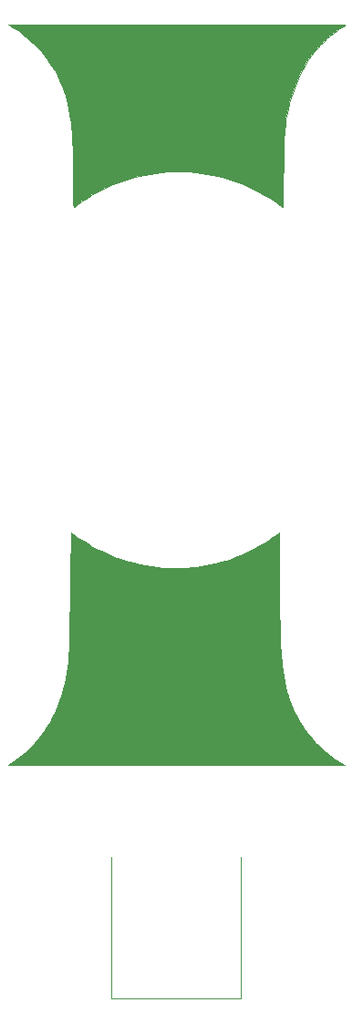
<source format=gbr>
G04 #@! TF.GenerationSoftware,KiCad,Pcbnew,(5.1.8)-1*
G04 #@! TF.CreationDate,2021-05-02T00:16:01-04:00*
G04 #@! TF.ProjectId,CryptoRosette,43727970-746f-4526-9f73-657474652e6b,1*
G04 #@! TF.SameCoordinates,Original*
G04 #@! TF.FileFunction,Legend,Top*
G04 #@! TF.FilePolarity,Positive*
%FSLAX46Y46*%
G04 Gerber Fmt 4.6, Leading zero omitted, Abs format (unit mm)*
G04 Created by KiCad (PCBNEW (5.1.8)-1) date 2021-05-02 00:16:01*
%MOMM*%
%LPD*%
G01*
G04 APERTURE LIST*
%ADD10C,0.010000*%
%ADD11C,0.120000*%
G04 APERTURE END LIST*
D10*
G36*
X144424055Y-91100745D02*
G01*
X144444652Y-91115670D01*
X144474862Y-91138149D01*
X144512037Y-91166218D01*
X144534479Y-91183318D01*
X144955102Y-91493318D01*
X145388982Y-91790640D01*
X145834889Y-92074611D01*
X146291593Y-92344560D01*
X146757865Y-92599813D01*
X147232475Y-92839698D01*
X147714192Y-93063543D01*
X148201788Y-93270676D01*
X148694033Y-93460423D01*
X148708889Y-93465851D01*
X149223122Y-93643484D01*
X149741531Y-93802781D01*
X150263975Y-93943717D01*
X150790314Y-94066269D01*
X151320409Y-94170412D01*
X151854119Y-94256124D01*
X152391305Y-94323380D01*
X152931827Y-94372157D01*
X153475545Y-94402431D01*
X154022319Y-94414179D01*
X154301592Y-94413038D01*
X154750905Y-94401826D01*
X155188353Y-94379502D01*
X155617524Y-94345687D01*
X156042006Y-94300000D01*
X156465388Y-94242063D01*
X156891257Y-94171497D01*
X157264926Y-94099873D01*
X157792100Y-93983122D01*
X158314723Y-93848221D01*
X158832303Y-93695393D01*
X159344345Y-93524859D01*
X159850359Y-93336841D01*
X160349850Y-93131561D01*
X160842327Y-92909242D01*
X161327297Y-92670105D01*
X161804267Y-92414372D01*
X162272744Y-92142265D01*
X162732236Y-91854007D01*
X163182249Y-91549819D01*
X163605518Y-91242545D01*
X163737222Y-91143584D01*
X163741926Y-92735181D01*
X163742617Y-92950895D01*
X163743374Y-93152579D01*
X163744191Y-93339853D01*
X163745068Y-93512336D01*
X163745999Y-93669650D01*
X163746982Y-93811413D01*
X163748014Y-93937247D01*
X163749091Y-94046771D01*
X163750209Y-94139604D01*
X163751367Y-94215368D01*
X163752560Y-94273681D01*
X163753784Y-94314165D01*
X163755038Y-94336439D01*
X163755792Y-94340889D01*
X163756790Y-94351794D01*
X163757783Y-94381263D01*
X163758770Y-94429044D01*
X163759749Y-94494885D01*
X163760718Y-94578536D01*
X163761677Y-94679744D01*
X163762624Y-94798258D01*
X163763556Y-94933827D01*
X163764474Y-95086199D01*
X163765375Y-95255123D01*
X163766258Y-95440348D01*
X163767121Y-95641621D01*
X163767963Y-95858692D01*
X163768783Y-96091310D01*
X163769579Y-96339222D01*
X163770350Y-96602177D01*
X163771093Y-96879924D01*
X163771495Y-97040815D01*
X163772197Y-97322768D01*
X163772889Y-97586740D01*
X163773580Y-97833565D01*
X163774279Y-98064077D01*
X163774993Y-98279109D01*
X163775730Y-98479494D01*
X163776500Y-98666068D01*
X163777311Y-98839663D01*
X163778170Y-99001113D01*
X163779086Y-99151253D01*
X163780068Y-99290915D01*
X163781124Y-99420934D01*
X163782261Y-99542144D01*
X163783489Y-99655377D01*
X163784815Y-99761469D01*
X163786249Y-99861252D01*
X163787797Y-99955560D01*
X163789470Y-100045228D01*
X163791274Y-100131089D01*
X163793218Y-100213977D01*
X163795311Y-100294725D01*
X163797561Y-100374167D01*
X163799976Y-100453137D01*
X163802564Y-100532470D01*
X163805334Y-100612997D01*
X163807782Y-100681481D01*
X163829069Y-101185776D01*
X163855759Y-101673055D01*
X163887942Y-102144352D01*
X163925705Y-102600701D01*
X163969138Y-103043135D01*
X164018328Y-103472686D01*
X164073364Y-103890389D01*
X164095593Y-104044630D01*
X164107358Y-104122547D01*
X164121385Y-104212426D01*
X164137289Y-104311996D01*
X164154682Y-104418988D01*
X164173178Y-104531134D01*
X164192391Y-104646163D01*
X164211932Y-104761808D01*
X164231417Y-104875797D01*
X164250458Y-104985863D01*
X164268669Y-105089736D01*
X164285662Y-105185146D01*
X164301052Y-105269825D01*
X164314450Y-105341503D01*
X164325472Y-105397911D01*
X164329638Y-105418111D01*
X164427133Y-105834136D01*
X164543004Y-106246938D01*
X164677008Y-106656002D01*
X164828902Y-107060812D01*
X164998441Y-107460851D01*
X165185384Y-107855604D01*
X165389486Y-108244553D01*
X165610505Y-108627182D01*
X165848197Y-109002976D01*
X166102319Y-109371418D01*
X166346434Y-109698315D01*
X166601619Y-110015100D01*
X166873070Y-110328192D01*
X167158268Y-110634990D01*
X167454693Y-110932888D01*
X167759829Y-111219284D01*
X168071156Y-111491574D01*
X168122873Y-111534905D01*
X168384136Y-111746035D01*
X168655390Y-111952984D01*
X168932634Y-112152911D01*
X169211871Y-112342975D01*
X169489102Y-112520333D01*
X169629088Y-112605370D01*
X169682587Y-112637546D01*
X169730256Y-112666761D01*
X169769843Y-112691591D01*
X169799096Y-112710611D01*
X169815763Y-112722394D01*
X169818789Y-112725428D01*
X169809445Y-112725678D01*
X169781597Y-112725926D01*
X169735557Y-112726171D01*
X169671637Y-112726414D01*
X169590147Y-112726653D01*
X169491398Y-112726890D01*
X169375703Y-112727123D01*
X169243373Y-112727353D01*
X169094718Y-112727580D01*
X168930051Y-112727803D01*
X168749682Y-112728022D01*
X168553924Y-112728237D01*
X168343086Y-112728449D01*
X168117481Y-112728656D01*
X167877420Y-112728859D01*
X167623214Y-112729057D01*
X167355175Y-112729251D01*
X167073614Y-112729440D01*
X166778842Y-112729624D01*
X166471170Y-112729803D01*
X166150911Y-112729977D01*
X165818375Y-112730146D01*
X165473874Y-112730310D01*
X165117718Y-112730468D01*
X164750220Y-112730620D01*
X164371691Y-112730766D01*
X163982441Y-112730907D01*
X163582783Y-112731041D01*
X163173027Y-112731169D01*
X162753486Y-112731291D01*
X162324470Y-112731406D01*
X161886290Y-112731515D01*
X161439259Y-112731617D01*
X160983687Y-112731712D01*
X160519886Y-112731800D01*
X160048166Y-112731880D01*
X159568840Y-112731954D01*
X159082219Y-112732019D01*
X158588614Y-112732078D01*
X158088336Y-112732128D01*
X157581697Y-112732171D01*
X157069008Y-112732205D01*
X156550581Y-112732232D01*
X156026726Y-112732250D01*
X155497755Y-112732259D01*
X154963980Y-112732260D01*
X154425712Y-112732253D01*
X154424933Y-112732253D01*
X153886199Y-112732243D01*
X153351841Y-112732239D01*
X152822174Y-112732240D01*
X152297511Y-112732246D01*
X151778166Y-112732257D01*
X151264455Y-112732273D01*
X150756690Y-112732294D01*
X150255186Y-112732319D01*
X149760257Y-112732349D01*
X149272218Y-112732384D01*
X148791382Y-112732423D01*
X148318063Y-112732467D01*
X147852575Y-112732515D01*
X147395233Y-112732567D01*
X146946351Y-112732623D01*
X146506243Y-112732684D01*
X146075222Y-112732748D01*
X145653604Y-112732817D01*
X145241702Y-112732889D01*
X144839830Y-112732966D01*
X144448302Y-112733045D01*
X144067433Y-112733129D01*
X143697536Y-112733216D01*
X143338926Y-112733307D01*
X142991917Y-112733401D01*
X142656823Y-112733498D01*
X142333958Y-112733598D01*
X142023636Y-112733702D01*
X141726171Y-112733809D01*
X141441877Y-112733919D01*
X141171069Y-112734031D01*
X140914061Y-112734147D01*
X140671166Y-112734265D01*
X140442698Y-112734386D01*
X140228973Y-112734510D01*
X140030304Y-112734636D01*
X139847005Y-112734764D01*
X139679390Y-112734895D01*
X139527773Y-112735028D01*
X139392469Y-112735164D01*
X139273791Y-112735301D01*
X139172054Y-112735441D01*
X139087572Y-112735582D01*
X139020658Y-112735726D01*
X138971628Y-112735871D01*
X138940794Y-112736018D01*
X138928581Y-112736162D01*
X138876971Y-112737249D01*
X138823243Y-112736640D01*
X138775661Y-112734495D01*
X138755852Y-112732801D01*
X138698506Y-112724221D01*
X138657896Y-112712423D01*
X138634164Y-112697064D01*
X138627452Y-112677800D01*
X138637900Y-112654285D01*
X138665651Y-112626178D01*
X138710846Y-112593133D01*
X138773626Y-112554806D01*
X138845222Y-112515542D01*
X138881222Y-112495431D01*
X138929008Y-112467124D01*
X138984780Y-112432961D01*
X139044735Y-112395283D01*
X139105074Y-112356430D01*
X139127444Y-112341758D01*
X139468164Y-112105877D01*
X139800277Y-111853422D01*
X140123414Y-111584737D01*
X140437202Y-111300165D01*
X140741270Y-111000050D01*
X141035247Y-110684735D01*
X141318761Y-110354564D01*
X141444988Y-110198514D01*
X141716116Y-109842167D01*
X141974762Y-109472126D01*
X142220707Y-109088961D01*
X142453737Y-108693243D01*
X142673633Y-108285543D01*
X142880181Y-107866433D01*
X143073163Y-107436483D01*
X143252363Y-106996265D01*
X143417565Y-106546350D01*
X143568551Y-106087309D01*
X143705107Y-105619713D01*
X143827014Y-105144134D01*
X143934057Y-104661142D01*
X144026019Y-104171308D01*
X144102684Y-103675204D01*
X144163836Y-103173401D01*
X144183813Y-102972185D01*
X144187731Y-102922056D01*
X144191890Y-102853733D01*
X144196276Y-102767837D01*
X144200876Y-102664988D01*
X144205676Y-102545806D01*
X144210662Y-102410910D01*
X144215819Y-102260922D01*
X144221135Y-102096460D01*
X144226595Y-101918144D01*
X144232184Y-101726596D01*
X144237891Y-101522434D01*
X144243699Y-101306278D01*
X144249597Y-101078749D01*
X144255569Y-100840467D01*
X144261601Y-100592051D01*
X144267681Y-100334122D01*
X144273793Y-100067299D01*
X144279925Y-99792202D01*
X144286062Y-99509452D01*
X144292190Y-99219669D01*
X144298295Y-98923471D01*
X144304364Y-98621480D01*
X144310383Y-98314315D01*
X144316337Y-98002597D01*
X144322213Y-97686944D01*
X144327997Y-97367978D01*
X144333675Y-97046318D01*
X144339233Y-96722584D01*
X144344658Y-96397397D01*
X144349935Y-96071375D01*
X144355050Y-95745139D01*
X144359990Y-95419310D01*
X144364740Y-95094506D01*
X144369287Y-94771348D01*
X144371881Y-94580778D01*
X144373328Y-94472347D01*
X144374761Y-94363254D01*
X144376192Y-94252427D01*
X144377634Y-94138799D01*
X144379099Y-94021299D01*
X144380601Y-93898859D01*
X144382151Y-93770408D01*
X144383761Y-93634878D01*
X144385445Y-93491200D01*
X144387215Y-93338304D01*
X144389083Y-93175120D01*
X144391061Y-93000580D01*
X144393163Y-92813615D01*
X144395400Y-92613154D01*
X144397785Y-92398128D01*
X144400331Y-92167469D01*
X144403049Y-91920107D01*
X144405875Y-91662130D01*
X144407042Y-91560796D01*
X144408256Y-91465266D01*
X144409489Y-91377161D01*
X144410713Y-91298105D01*
X144411899Y-91229720D01*
X144413020Y-91173628D01*
X144414047Y-91131452D01*
X144414952Y-91104814D01*
X144415707Y-91095337D01*
X144415720Y-91095333D01*
X144424055Y-91100745D01*
G37*
X144424055Y-91100745D02*
X144444652Y-91115670D01*
X144474862Y-91138149D01*
X144512037Y-91166218D01*
X144534479Y-91183318D01*
X144955102Y-91493318D01*
X145388982Y-91790640D01*
X145834889Y-92074611D01*
X146291593Y-92344560D01*
X146757865Y-92599813D01*
X147232475Y-92839698D01*
X147714192Y-93063543D01*
X148201788Y-93270676D01*
X148694033Y-93460423D01*
X148708889Y-93465851D01*
X149223122Y-93643484D01*
X149741531Y-93802781D01*
X150263975Y-93943717D01*
X150790314Y-94066269D01*
X151320409Y-94170412D01*
X151854119Y-94256124D01*
X152391305Y-94323380D01*
X152931827Y-94372157D01*
X153475545Y-94402431D01*
X154022319Y-94414179D01*
X154301592Y-94413038D01*
X154750905Y-94401826D01*
X155188353Y-94379502D01*
X155617524Y-94345687D01*
X156042006Y-94300000D01*
X156465388Y-94242063D01*
X156891257Y-94171497D01*
X157264926Y-94099873D01*
X157792100Y-93983122D01*
X158314723Y-93848221D01*
X158832303Y-93695393D01*
X159344345Y-93524859D01*
X159850359Y-93336841D01*
X160349850Y-93131561D01*
X160842327Y-92909242D01*
X161327297Y-92670105D01*
X161804267Y-92414372D01*
X162272744Y-92142265D01*
X162732236Y-91854007D01*
X163182249Y-91549819D01*
X163605518Y-91242545D01*
X163737222Y-91143584D01*
X163741926Y-92735181D01*
X163742617Y-92950895D01*
X163743374Y-93152579D01*
X163744191Y-93339853D01*
X163745068Y-93512336D01*
X163745999Y-93669650D01*
X163746982Y-93811413D01*
X163748014Y-93937247D01*
X163749091Y-94046771D01*
X163750209Y-94139604D01*
X163751367Y-94215368D01*
X163752560Y-94273681D01*
X163753784Y-94314165D01*
X163755038Y-94336439D01*
X163755792Y-94340889D01*
X163756790Y-94351794D01*
X163757783Y-94381263D01*
X163758770Y-94429044D01*
X163759749Y-94494885D01*
X163760718Y-94578536D01*
X163761677Y-94679744D01*
X163762624Y-94798258D01*
X163763556Y-94933827D01*
X163764474Y-95086199D01*
X163765375Y-95255123D01*
X163766258Y-95440348D01*
X163767121Y-95641621D01*
X163767963Y-95858692D01*
X163768783Y-96091310D01*
X163769579Y-96339222D01*
X163770350Y-96602177D01*
X163771093Y-96879924D01*
X163771495Y-97040815D01*
X163772197Y-97322768D01*
X163772889Y-97586740D01*
X163773580Y-97833565D01*
X163774279Y-98064077D01*
X163774993Y-98279109D01*
X163775730Y-98479494D01*
X163776500Y-98666068D01*
X163777311Y-98839663D01*
X163778170Y-99001113D01*
X163779086Y-99151253D01*
X163780068Y-99290915D01*
X163781124Y-99420934D01*
X163782261Y-99542144D01*
X163783489Y-99655377D01*
X163784815Y-99761469D01*
X163786249Y-99861252D01*
X163787797Y-99955560D01*
X163789470Y-100045228D01*
X163791274Y-100131089D01*
X163793218Y-100213977D01*
X163795311Y-100294725D01*
X163797561Y-100374167D01*
X163799976Y-100453137D01*
X163802564Y-100532470D01*
X163805334Y-100612997D01*
X163807782Y-100681481D01*
X163829069Y-101185776D01*
X163855759Y-101673055D01*
X163887942Y-102144352D01*
X163925705Y-102600701D01*
X163969138Y-103043135D01*
X164018328Y-103472686D01*
X164073364Y-103890389D01*
X164095593Y-104044630D01*
X164107358Y-104122547D01*
X164121385Y-104212426D01*
X164137289Y-104311996D01*
X164154682Y-104418988D01*
X164173178Y-104531134D01*
X164192391Y-104646163D01*
X164211932Y-104761808D01*
X164231417Y-104875797D01*
X164250458Y-104985863D01*
X164268669Y-105089736D01*
X164285662Y-105185146D01*
X164301052Y-105269825D01*
X164314450Y-105341503D01*
X164325472Y-105397911D01*
X164329638Y-105418111D01*
X164427133Y-105834136D01*
X164543004Y-106246938D01*
X164677008Y-106656002D01*
X164828902Y-107060812D01*
X164998441Y-107460851D01*
X165185384Y-107855604D01*
X165389486Y-108244553D01*
X165610505Y-108627182D01*
X165848197Y-109002976D01*
X166102319Y-109371418D01*
X166346434Y-109698315D01*
X166601619Y-110015100D01*
X166873070Y-110328192D01*
X167158268Y-110634990D01*
X167454693Y-110932888D01*
X167759829Y-111219284D01*
X168071156Y-111491574D01*
X168122873Y-111534905D01*
X168384136Y-111746035D01*
X168655390Y-111952984D01*
X168932634Y-112152911D01*
X169211871Y-112342975D01*
X169489102Y-112520333D01*
X169629088Y-112605370D01*
X169682587Y-112637546D01*
X169730256Y-112666761D01*
X169769843Y-112691591D01*
X169799096Y-112710611D01*
X169815763Y-112722394D01*
X169818789Y-112725428D01*
X169809445Y-112725678D01*
X169781597Y-112725926D01*
X169735557Y-112726171D01*
X169671637Y-112726414D01*
X169590147Y-112726653D01*
X169491398Y-112726890D01*
X169375703Y-112727123D01*
X169243373Y-112727353D01*
X169094718Y-112727580D01*
X168930051Y-112727803D01*
X168749682Y-112728022D01*
X168553924Y-112728237D01*
X168343086Y-112728449D01*
X168117481Y-112728656D01*
X167877420Y-112728859D01*
X167623214Y-112729057D01*
X167355175Y-112729251D01*
X167073614Y-112729440D01*
X166778842Y-112729624D01*
X166471170Y-112729803D01*
X166150911Y-112729977D01*
X165818375Y-112730146D01*
X165473874Y-112730310D01*
X165117718Y-112730468D01*
X164750220Y-112730620D01*
X164371691Y-112730766D01*
X163982441Y-112730907D01*
X163582783Y-112731041D01*
X163173027Y-112731169D01*
X162753486Y-112731291D01*
X162324470Y-112731406D01*
X161886290Y-112731515D01*
X161439259Y-112731617D01*
X160983687Y-112731712D01*
X160519886Y-112731800D01*
X160048166Y-112731880D01*
X159568840Y-112731954D01*
X159082219Y-112732019D01*
X158588614Y-112732078D01*
X158088336Y-112732128D01*
X157581697Y-112732171D01*
X157069008Y-112732205D01*
X156550581Y-112732232D01*
X156026726Y-112732250D01*
X155497755Y-112732259D01*
X154963980Y-112732260D01*
X154425712Y-112732253D01*
X154424933Y-112732253D01*
X153886199Y-112732243D01*
X153351841Y-112732239D01*
X152822174Y-112732240D01*
X152297511Y-112732246D01*
X151778166Y-112732257D01*
X151264455Y-112732273D01*
X150756690Y-112732294D01*
X150255186Y-112732319D01*
X149760257Y-112732349D01*
X149272218Y-112732384D01*
X148791382Y-112732423D01*
X148318063Y-112732467D01*
X147852575Y-112732515D01*
X147395233Y-112732567D01*
X146946351Y-112732623D01*
X146506243Y-112732684D01*
X146075222Y-112732748D01*
X145653604Y-112732817D01*
X145241702Y-112732889D01*
X144839830Y-112732966D01*
X144448302Y-112733045D01*
X144067433Y-112733129D01*
X143697536Y-112733216D01*
X143338926Y-112733307D01*
X142991917Y-112733401D01*
X142656823Y-112733498D01*
X142333958Y-112733598D01*
X142023636Y-112733702D01*
X141726171Y-112733809D01*
X141441877Y-112733919D01*
X141171069Y-112734031D01*
X140914061Y-112734147D01*
X140671166Y-112734265D01*
X140442698Y-112734386D01*
X140228973Y-112734510D01*
X140030304Y-112734636D01*
X139847005Y-112734764D01*
X139679390Y-112734895D01*
X139527773Y-112735028D01*
X139392469Y-112735164D01*
X139273791Y-112735301D01*
X139172054Y-112735441D01*
X139087572Y-112735582D01*
X139020658Y-112735726D01*
X138971628Y-112735871D01*
X138940794Y-112736018D01*
X138928581Y-112736162D01*
X138876971Y-112737249D01*
X138823243Y-112736640D01*
X138775661Y-112734495D01*
X138755852Y-112732801D01*
X138698506Y-112724221D01*
X138657896Y-112712423D01*
X138634164Y-112697064D01*
X138627452Y-112677800D01*
X138637900Y-112654285D01*
X138665651Y-112626178D01*
X138710846Y-112593133D01*
X138773626Y-112554806D01*
X138845222Y-112515542D01*
X138881222Y-112495431D01*
X138929008Y-112467124D01*
X138984780Y-112432961D01*
X139044735Y-112395283D01*
X139105074Y-112356430D01*
X139127444Y-112341758D01*
X139468164Y-112105877D01*
X139800277Y-111853422D01*
X140123414Y-111584737D01*
X140437202Y-111300165D01*
X140741270Y-111000050D01*
X141035247Y-110684735D01*
X141318761Y-110354564D01*
X141444988Y-110198514D01*
X141716116Y-109842167D01*
X141974762Y-109472126D01*
X142220707Y-109088961D01*
X142453737Y-108693243D01*
X142673633Y-108285543D01*
X142880181Y-107866433D01*
X143073163Y-107436483D01*
X143252363Y-106996265D01*
X143417565Y-106546350D01*
X143568551Y-106087309D01*
X143705107Y-105619713D01*
X143827014Y-105144134D01*
X143934057Y-104661142D01*
X144026019Y-104171308D01*
X144102684Y-103675204D01*
X144163836Y-103173401D01*
X144183813Y-102972185D01*
X144187731Y-102922056D01*
X144191890Y-102853733D01*
X144196276Y-102767837D01*
X144200876Y-102664988D01*
X144205676Y-102545806D01*
X144210662Y-102410910D01*
X144215819Y-102260922D01*
X144221135Y-102096460D01*
X144226595Y-101918144D01*
X144232184Y-101726596D01*
X144237891Y-101522434D01*
X144243699Y-101306278D01*
X144249597Y-101078749D01*
X144255569Y-100840467D01*
X144261601Y-100592051D01*
X144267681Y-100334122D01*
X144273793Y-100067299D01*
X144279925Y-99792202D01*
X144286062Y-99509452D01*
X144292190Y-99219669D01*
X144298295Y-98923471D01*
X144304364Y-98621480D01*
X144310383Y-98314315D01*
X144316337Y-98002597D01*
X144322213Y-97686944D01*
X144327997Y-97367978D01*
X144333675Y-97046318D01*
X144339233Y-96722584D01*
X144344658Y-96397397D01*
X144349935Y-96071375D01*
X144355050Y-95745139D01*
X144359990Y-95419310D01*
X144364740Y-95094506D01*
X144369287Y-94771348D01*
X144371881Y-94580778D01*
X144373328Y-94472347D01*
X144374761Y-94363254D01*
X144376192Y-94252427D01*
X144377634Y-94138799D01*
X144379099Y-94021299D01*
X144380601Y-93898859D01*
X144382151Y-93770408D01*
X144383761Y-93634878D01*
X144385445Y-93491200D01*
X144387215Y-93338304D01*
X144389083Y-93175120D01*
X144391061Y-93000580D01*
X144393163Y-92813615D01*
X144395400Y-92613154D01*
X144397785Y-92398128D01*
X144400331Y-92167469D01*
X144403049Y-91920107D01*
X144405875Y-91662130D01*
X144407042Y-91560796D01*
X144408256Y-91465266D01*
X144409489Y-91377161D01*
X144410713Y-91298105D01*
X144411899Y-91229720D01*
X144413020Y-91173628D01*
X144414047Y-91131452D01*
X144414952Y-91104814D01*
X144415707Y-91095337D01*
X144415720Y-91095333D01*
X144424055Y-91100745D01*
G36*
X169657141Y-43933502D02*
G01*
X169711417Y-43934902D01*
X169750251Y-43937173D01*
X169765696Y-43939030D01*
X169796711Y-43947395D01*
X169822243Y-43959517D01*
X169829356Y-43965060D01*
X169841262Y-43979829D01*
X169841208Y-43993990D01*
X169834108Y-44009545D01*
X169814822Y-44033582D01*
X169779604Y-44063230D01*
X169730077Y-44097335D01*
X169667865Y-44134737D01*
X169626259Y-44157674D01*
X169572416Y-44187962D01*
X169506310Y-44227552D01*
X169430840Y-44274602D01*
X169348902Y-44327270D01*
X169263394Y-44383713D01*
X169177213Y-44442089D01*
X169155889Y-44456778D01*
X168818417Y-44701378D01*
X168489919Y-44962287D01*
X168170778Y-45239074D01*
X167861374Y-45531313D01*
X167562088Y-45838572D01*
X167273301Y-46160423D01*
X166995395Y-46496438D01*
X166728750Y-46846187D01*
X166473747Y-47209240D01*
X166230769Y-47585170D01*
X166000196Y-47973546D01*
X165945017Y-48071668D01*
X165723798Y-48487863D01*
X165516038Y-48916566D01*
X165322012Y-49356864D01*
X165141991Y-49807845D01*
X164976249Y-50268598D01*
X164825059Y-50738209D01*
X164688693Y-51215767D01*
X164567425Y-51700359D01*
X164461528Y-52191073D01*
X164371273Y-52686996D01*
X164296935Y-53187217D01*
X164238787Y-53690824D01*
X164227117Y-53813778D01*
X164218456Y-53920305D01*
X164210464Y-54040616D01*
X164203421Y-54169686D01*
X164197604Y-54302487D01*
X164193793Y-54415852D01*
X164185836Y-54701214D01*
X164177769Y-55003877D01*
X164169626Y-55322329D01*
X164161438Y-55655054D01*
X164153238Y-56000541D01*
X164145058Y-56357275D01*
X164136931Y-56723744D01*
X164128888Y-57098435D01*
X164120963Y-57479833D01*
X164113187Y-57866427D01*
X164105593Y-58256701D01*
X164098213Y-58649144D01*
X164091079Y-59042242D01*
X164084225Y-59434482D01*
X164077682Y-59824349D01*
X164075903Y-59933296D01*
X164073795Y-60062220D01*
X164071735Y-60186390D01*
X164069745Y-60304437D01*
X164067852Y-60414992D01*
X164066079Y-60516686D01*
X164064450Y-60608151D01*
X164062991Y-60688016D01*
X164061726Y-60754915D01*
X164060678Y-60807477D01*
X164059873Y-60844334D01*
X164059335Y-60864116D01*
X164059239Y-60866352D01*
X164057074Y-60905705D01*
X163904589Y-60790375D01*
X163462312Y-60467502D01*
X163011117Y-60161036D01*
X162551399Y-59871098D01*
X162083559Y-59597807D01*
X161607992Y-59341283D01*
X161125096Y-59101646D01*
X160635271Y-58879015D01*
X160138912Y-58673510D01*
X159636418Y-58485251D01*
X159128186Y-58314358D01*
X158614615Y-58160951D01*
X158096102Y-58025149D01*
X157573044Y-57907072D01*
X157045840Y-57806841D01*
X156514886Y-57724574D01*
X155980581Y-57660392D01*
X155443323Y-57614415D01*
X154903509Y-57586761D01*
X154361537Y-57577552D01*
X153817804Y-57586907D01*
X153346741Y-57610040D01*
X152803615Y-57654135D01*
X152263674Y-57716731D01*
X151727261Y-57797729D01*
X151194714Y-57897034D01*
X150666375Y-58014546D01*
X150142583Y-58150169D01*
X149623680Y-58303804D01*
X149110006Y-58475355D01*
X148601902Y-58664724D01*
X148099707Y-58871812D01*
X147603763Y-59096523D01*
X147114410Y-59338758D01*
X146874472Y-59465254D01*
X146401822Y-59730182D01*
X145939003Y-60011081D01*
X145485706Y-60308150D01*
X145041625Y-60621584D01*
X144898889Y-60727263D01*
X144841938Y-60769919D01*
X144789299Y-60809343D01*
X144743022Y-60844000D01*
X144705155Y-60872355D01*
X144677749Y-60892874D01*
X144662853Y-60904022D01*
X144661352Y-60905144D01*
X144656547Y-60907826D01*
X144652765Y-60906577D01*
X144649873Y-60899471D01*
X144647739Y-60884576D01*
X144646231Y-60859965D01*
X144645215Y-60823708D01*
X144644558Y-60773876D01*
X144644129Y-60708540D01*
X144643888Y-60651144D01*
X144643769Y-60613358D01*
X144643629Y-60557896D01*
X144643470Y-60485898D01*
X144643293Y-60398503D01*
X144643101Y-60296851D01*
X144642895Y-60182081D01*
X144642676Y-60055333D01*
X144642448Y-59917745D01*
X144642212Y-59770458D01*
X144641969Y-59614611D01*
X144641723Y-59451342D01*
X144641473Y-59281792D01*
X144641223Y-59107100D01*
X144640974Y-58928405D01*
X144640729Y-58746846D01*
X144640636Y-58677407D01*
X144640229Y-58415757D01*
X144639707Y-58171734D01*
X144639050Y-57944150D01*
X144638237Y-57731817D01*
X144637249Y-57533547D01*
X144636064Y-57348153D01*
X144634662Y-57174447D01*
X144633022Y-57011240D01*
X144631125Y-56857346D01*
X144628949Y-56711576D01*
X144626474Y-56572742D01*
X144623679Y-56439658D01*
X144620545Y-56311134D01*
X144617050Y-56185983D01*
X144613174Y-56063017D01*
X144608897Y-55941049D01*
X144604198Y-55818890D01*
X144599056Y-55695353D01*
X144593452Y-55569251D01*
X144587364Y-55439394D01*
X144583343Y-55356593D01*
X144556785Y-54884034D01*
X144524111Y-54422291D01*
X144485440Y-53972464D01*
X144440889Y-53535653D01*
X144390575Y-53112960D01*
X144334616Y-52705485D01*
X144273128Y-52314330D01*
X144236110Y-52101630D01*
X144224612Y-52037637D01*
X144210863Y-51960689D01*
X144195855Y-51876363D01*
X144180580Y-51790236D01*
X144166031Y-51707885D01*
X144160133Y-51674392D01*
X144083523Y-51277013D01*
X143995475Y-50892641D01*
X143895127Y-50518718D01*
X143781614Y-50152688D01*
X143654070Y-49791993D01*
X143511634Y-49434077D01*
X143353439Y-49076382D01*
X143178622Y-48716353D01*
X143124868Y-48611481D01*
X142913040Y-48223157D01*
X142684258Y-47842229D01*
X142439126Y-47469335D01*
X142178249Y-47105112D01*
X141902231Y-46750198D01*
X141611676Y-46405232D01*
X141307190Y-46070850D01*
X140989377Y-45747691D01*
X140658842Y-45436392D01*
X140316188Y-45137591D01*
X139962022Y-44851926D01*
X139596947Y-44580035D01*
X139221568Y-44322556D01*
X138836489Y-44080125D01*
X138819642Y-44070000D01*
X138615320Y-43947437D01*
X153669234Y-43944070D01*
X154201909Y-43943954D01*
X154730193Y-43943846D01*
X155253766Y-43943745D01*
X155772313Y-43943651D01*
X156285516Y-43943565D01*
X156793057Y-43943486D01*
X157294620Y-43943414D01*
X157789886Y-43943350D01*
X158278539Y-43943292D01*
X158760261Y-43943242D01*
X159234735Y-43943199D01*
X159701644Y-43943163D01*
X160160669Y-43943134D01*
X160611495Y-43943112D01*
X161053802Y-43943097D01*
X161487275Y-43943089D01*
X161911596Y-43943087D01*
X162326447Y-43943093D01*
X162731511Y-43943105D01*
X163126471Y-43943124D01*
X163511009Y-43943150D01*
X163884808Y-43943182D01*
X164247551Y-43943221D01*
X164598920Y-43943266D01*
X164938599Y-43943319D01*
X165266269Y-43943377D01*
X165581613Y-43943442D01*
X165884314Y-43943514D01*
X166174055Y-43943592D01*
X166450518Y-43943676D01*
X166713386Y-43943767D01*
X166962342Y-43943864D01*
X167197068Y-43943967D01*
X167417247Y-43944076D01*
X167622562Y-43944191D01*
X167812694Y-43944313D01*
X167987328Y-43944441D01*
X168146145Y-43944574D01*
X168288829Y-43944714D01*
X168415061Y-43944860D01*
X168524525Y-43945011D01*
X168616902Y-43945169D01*
X168691877Y-43945332D01*
X168749132Y-43945501D01*
X168788348Y-43945676D01*
X168809209Y-43945857D01*
X168812518Y-43945939D01*
X168848643Y-43947106D01*
X168899366Y-43947419D01*
X168960493Y-43946923D01*
X169027831Y-43945660D01*
X169097184Y-43943674D01*
X169122963Y-43942748D01*
X169226481Y-43939166D01*
X169326960Y-43936385D01*
X169422333Y-43934416D01*
X169510532Y-43933271D01*
X169589490Y-43932962D01*
X169657141Y-43933502D01*
G37*
X169657141Y-43933502D02*
X169711417Y-43934902D01*
X169750251Y-43937173D01*
X169765696Y-43939030D01*
X169796711Y-43947395D01*
X169822243Y-43959517D01*
X169829356Y-43965060D01*
X169841262Y-43979829D01*
X169841208Y-43993990D01*
X169834108Y-44009545D01*
X169814822Y-44033582D01*
X169779604Y-44063230D01*
X169730077Y-44097335D01*
X169667865Y-44134737D01*
X169626259Y-44157674D01*
X169572416Y-44187962D01*
X169506310Y-44227552D01*
X169430840Y-44274602D01*
X169348902Y-44327270D01*
X169263394Y-44383713D01*
X169177213Y-44442089D01*
X169155889Y-44456778D01*
X168818417Y-44701378D01*
X168489919Y-44962287D01*
X168170778Y-45239074D01*
X167861374Y-45531313D01*
X167562088Y-45838572D01*
X167273301Y-46160423D01*
X166995395Y-46496438D01*
X166728750Y-46846187D01*
X166473747Y-47209240D01*
X166230769Y-47585170D01*
X166000196Y-47973546D01*
X165945017Y-48071668D01*
X165723798Y-48487863D01*
X165516038Y-48916566D01*
X165322012Y-49356864D01*
X165141991Y-49807845D01*
X164976249Y-50268598D01*
X164825059Y-50738209D01*
X164688693Y-51215767D01*
X164567425Y-51700359D01*
X164461528Y-52191073D01*
X164371273Y-52686996D01*
X164296935Y-53187217D01*
X164238787Y-53690824D01*
X164227117Y-53813778D01*
X164218456Y-53920305D01*
X164210464Y-54040616D01*
X164203421Y-54169686D01*
X164197604Y-54302487D01*
X164193793Y-54415852D01*
X164185836Y-54701214D01*
X164177769Y-55003877D01*
X164169626Y-55322329D01*
X164161438Y-55655054D01*
X164153238Y-56000541D01*
X164145058Y-56357275D01*
X164136931Y-56723744D01*
X164128888Y-57098435D01*
X164120963Y-57479833D01*
X164113187Y-57866427D01*
X164105593Y-58256701D01*
X164098213Y-58649144D01*
X164091079Y-59042242D01*
X164084225Y-59434482D01*
X164077682Y-59824349D01*
X164075903Y-59933296D01*
X164073795Y-60062220D01*
X164071735Y-60186390D01*
X164069745Y-60304437D01*
X164067852Y-60414992D01*
X164066079Y-60516686D01*
X164064450Y-60608151D01*
X164062991Y-60688016D01*
X164061726Y-60754915D01*
X164060678Y-60807477D01*
X164059873Y-60844334D01*
X164059335Y-60864116D01*
X164059239Y-60866352D01*
X164057074Y-60905705D01*
X163904589Y-60790375D01*
X163462312Y-60467502D01*
X163011117Y-60161036D01*
X162551399Y-59871098D01*
X162083559Y-59597807D01*
X161607992Y-59341283D01*
X161125096Y-59101646D01*
X160635271Y-58879015D01*
X160138912Y-58673510D01*
X159636418Y-58485251D01*
X159128186Y-58314358D01*
X158614615Y-58160951D01*
X158096102Y-58025149D01*
X157573044Y-57907072D01*
X157045840Y-57806841D01*
X156514886Y-57724574D01*
X155980581Y-57660392D01*
X155443323Y-57614415D01*
X154903509Y-57586761D01*
X154361537Y-57577552D01*
X153817804Y-57586907D01*
X153346741Y-57610040D01*
X152803615Y-57654135D01*
X152263674Y-57716731D01*
X151727261Y-57797729D01*
X151194714Y-57897034D01*
X150666375Y-58014546D01*
X150142583Y-58150169D01*
X149623680Y-58303804D01*
X149110006Y-58475355D01*
X148601902Y-58664724D01*
X148099707Y-58871812D01*
X147603763Y-59096523D01*
X147114410Y-59338758D01*
X146874472Y-59465254D01*
X146401822Y-59730182D01*
X145939003Y-60011081D01*
X145485706Y-60308150D01*
X145041625Y-60621584D01*
X144898889Y-60727263D01*
X144841938Y-60769919D01*
X144789299Y-60809343D01*
X144743022Y-60844000D01*
X144705155Y-60872355D01*
X144677749Y-60892874D01*
X144662853Y-60904022D01*
X144661352Y-60905144D01*
X144656547Y-60907826D01*
X144652765Y-60906577D01*
X144649873Y-60899471D01*
X144647739Y-60884576D01*
X144646231Y-60859965D01*
X144645215Y-60823708D01*
X144644558Y-60773876D01*
X144644129Y-60708540D01*
X144643888Y-60651144D01*
X144643769Y-60613358D01*
X144643629Y-60557896D01*
X144643470Y-60485898D01*
X144643293Y-60398503D01*
X144643101Y-60296851D01*
X144642895Y-60182081D01*
X144642676Y-60055333D01*
X144642448Y-59917745D01*
X144642212Y-59770458D01*
X144641969Y-59614611D01*
X144641723Y-59451342D01*
X144641473Y-59281792D01*
X144641223Y-59107100D01*
X144640974Y-58928405D01*
X144640729Y-58746846D01*
X144640636Y-58677407D01*
X144640229Y-58415757D01*
X144639707Y-58171734D01*
X144639050Y-57944150D01*
X144638237Y-57731817D01*
X144637249Y-57533547D01*
X144636064Y-57348153D01*
X144634662Y-57174447D01*
X144633022Y-57011240D01*
X144631125Y-56857346D01*
X144628949Y-56711576D01*
X144626474Y-56572742D01*
X144623679Y-56439658D01*
X144620545Y-56311134D01*
X144617050Y-56185983D01*
X144613174Y-56063017D01*
X144608897Y-55941049D01*
X144604198Y-55818890D01*
X144599056Y-55695353D01*
X144593452Y-55569251D01*
X144587364Y-55439394D01*
X144583343Y-55356593D01*
X144556785Y-54884034D01*
X144524111Y-54422291D01*
X144485440Y-53972464D01*
X144440889Y-53535653D01*
X144390575Y-53112960D01*
X144334616Y-52705485D01*
X144273128Y-52314330D01*
X144236110Y-52101630D01*
X144224612Y-52037637D01*
X144210863Y-51960689D01*
X144195855Y-51876363D01*
X144180580Y-51790236D01*
X144166031Y-51707885D01*
X144160133Y-51674392D01*
X144083523Y-51277013D01*
X143995475Y-50892641D01*
X143895127Y-50518718D01*
X143781614Y-50152688D01*
X143654070Y-49791993D01*
X143511634Y-49434077D01*
X143353439Y-49076382D01*
X143178622Y-48716353D01*
X143124868Y-48611481D01*
X142913040Y-48223157D01*
X142684258Y-47842229D01*
X142439126Y-47469335D01*
X142178249Y-47105112D01*
X141902231Y-46750198D01*
X141611676Y-46405232D01*
X141307190Y-46070850D01*
X140989377Y-45747691D01*
X140658842Y-45436392D01*
X140316188Y-45137591D01*
X139962022Y-44851926D01*
X139596947Y-44580035D01*
X139221568Y-44322556D01*
X138836489Y-44080125D01*
X138819642Y-44070000D01*
X138615320Y-43947437D01*
X153669234Y-43944070D01*
X154201909Y-43943954D01*
X154730193Y-43943846D01*
X155253766Y-43943745D01*
X155772313Y-43943651D01*
X156285516Y-43943565D01*
X156793057Y-43943486D01*
X157294620Y-43943414D01*
X157789886Y-43943350D01*
X158278539Y-43943292D01*
X158760261Y-43943242D01*
X159234735Y-43943199D01*
X159701644Y-43943163D01*
X160160669Y-43943134D01*
X160611495Y-43943112D01*
X161053802Y-43943097D01*
X161487275Y-43943089D01*
X161911596Y-43943087D01*
X162326447Y-43943093D01*
X162731511Y-43943105D01*
X163126471Y-43943124D01*
X163511009Y-43943150D01*
X163884808Y-43943182D01*
X164247551Y-43943221D01*
X164598920Y-43943266D01*
X164938599Y-43943319D01*
X165266269Y-43943377D01*
X165581613Y-43943442D01*
X165884314Y-43943514D01*
X166174055Y-43943592D01*
X166450518Y-43943676D01*
X166713386Y-43943767D01*
X166962342Y-43943864D01*
X167197068Y-43943967D01*
X167417247Y-43944076D01*
X167622562Y-43944191D01*
X167812694Y-43944313D01*
X167987328Y-43944441D01*
X168146145Y-43944574D01*
X168288829Y-43944714D01*
X168415061Y-43944860D01*
X168524525Y-43945011D01*
X168616902Y-43945169D01*
X168691877Y-43945332D01*
X168749132Y-43945501D01*
X168788348Y-43945676D01*
X168809209Y-43945857D01*
X168812518Y-43945939D01*
X168848643Y-43947106D01*
X168899366Y-43947419D01*
X168960493Y-43946923D01*
X169027831Y-43945660D01*
X169097184Y-43943674D01*
X169122963Y-43942748D01*
X169226481Y-43939166D01*
X169326960Y-43936385D01*
X169422333Y-43934416D01*
X169510532Y-43933271D01*
X169589490Y-43932962D01*
X169657141Y-43933502D01*
D11*
X160212500Y-134337501D02*
X148147500Y-134337501D01*
X160212500Y-134337501D02*
X160212500Y-121260000D01*
X148147500Y-134337501D02*
X148147500Y-121260000D01*
%LPC*%
D10*
G36*
X177908548Y-42094500D02*
G01*
X177908588Y-42291087D01*
X177908700Y-42490430D01*
X177908880Y-42691023D01*
X177909124Y-42891362D01*
X177909429Y-43089939D01*
X177909790Y-43285250D01*
X177910203Y-43475788D01*
X177910665Y-43660048D01*
X177911172Y-43836525D01*
X177911720Y-44003713D01*
X177912304Y-44160105D01*
X177912922Y-44304197D01*
X177913570Y-44434482D01*
X177914243Y-44549455D01*
X177914937Y-44647611D01*
X177915168Y-44675752D01*
X177921760Y-45448429D01*
X177734528Y-45454538D01*
X177669499Y-45456717D01*
X177591297Y-45459428D01*
X177505550Y-45462472D01*
X177417885Y-45465648D01*
X177333930Y-45468754D01*
X177298000Y-45470108D01*
X176835694Y-45495669D01*
X176378576Y-45536951D01*
X175927265Y-45593768D01*
X175482377Y-45665933D01*
X175044532Y-45753260D01*
X174614346Y-45855560D01*
X174192437Y-45972648D01*
X173779425Y-46104335D01*
X173375926Y-46250437D01*
X172982558Y-46410764D01*
X172599940Y-46585131D01*
X172228689Y-46773350D01*
X171869424Y-46975234D01*
X171522761Y-47190597D01*
X171447856Y-47240029D01*
X171341786Y-47312185D01*
X171227227Y-47392603D01*
X171107696Y-47478669D01*
X170986710Y-47567764D01*
X170867786Y-47657271D01*
X170754441Y-47744573D01*
X170650193Y-47827054D01*
X170562296Y-47898970D01*
X170308677Y-48122873D01*
X170066374Y-48361438D01*
X169835258Y-48614820D01*
X169615204Y-48883173D01*
X169406083Y-49166651D01*
X169207770Y-49465406D01*
X169045196Y-49735667D01*
X168995932Y-49823852D01*
X168941514Y-49925556D01*
X168883877Y-50036868D01*
X168824956Y-50153880D01*
X168766686Y-50272680D01*
X168711003Y-50389360D01*
X168659840Y-50500009D01*
X168615135Y-50600718D01*
X168602863Y-50629370D01*
X168455970Y-50997036D01*
X168320926Y-51379001D01*
X168197819Y-51774877D01*
X168086737Y-52184278D01*
X167987770Y-52606814D01*
X167901007Y-53042099D01*
X167826536Y-53489744D01*
X167764446Y-53949361D01*
X167714826Y-54420563D01*
X167702977Y-54556963D01*
X167697585Y-54626070D01*
X167692249Y-54702824D01*
X167686927Y-54788177D01*
X167681578Y-54883080D01*
X167676158Y-54988487D01*
X167670625Y-55105351D01*
X167664938Y-55234623D01*
X167659053Y-55377257D01*
X167652929Y-55534204D01*
X167646523Y-55706417D01*
X167639793Y-55894849D01*
X167632696Y-56100452D01*
X167627335Y-56259704D01*
X167621877Y-56425401D01*
X167616610Y-56589789D01*
X167611529Y-56753328D01*
X167606629Y-56916482D01*
X167601907Y-57079712D01*
X167597358Y-57243479D01*
X167592977Y-57408245D01*
X167588761Y-57574472D01*
X167584704Y-57742623D01*
X167580802Y-57913157D01*
X167577052Y-58086539D01*
X167573447Y-58263228D01*
X167569985Y-58443688D01*
X167566661Y-58628379D01*
X167563470Y-58817764D01*
X167560408Y-59012305D01*
X167557470Y-59212462D01*
X167554653Y-59418699D01*
X167551951Y-59631476D01*
X167549361Y-59851255D01*
X167546877Y-60078499D01*
X167544496Y-60313669D01*
X167542214Y-60557227D01*
X167540024Y-60809634D01*
X167537925Y-61071353D01*
X167535910Y-61342845D01*
X167533975Y-61624572D01*
X167532117Y-61916996D01*
X167530331Y-62220578D01*
X167528611Y-62535781D01*
X167526955Y-62863066D01*
X167525357Y-63202895D01*
X167523814Y-63555729D01*
X167522320Y-63922031D01*
X167520871Y-64302262D01*
X167519464Y-64696884D01*
X167518093Y-65106359D01*
X167516754Y-65531149D01*
X167515442Y-65971715D01*
X167514154Y-66428519D01*
X167512885Y-66902023D01*
X167511631Y-67392689D01*
X167510387Y-67900978D01*
X167509148Y-68427353D01*
X167508431Y-68740981D01*
X167501823Y-71659630D01*
X174551037Y-71659630D01*
X174551037Y-72638000D01*
X167501816Y-72638000D01*
X167508046Y-73096611D01*
X167508639Y-73150006D01*
X167509217Y-73221127D01*
X167509777Y-73308887D01*
X167510317Y-73412197D01*
X167510833Y-73529968D01*
X167511324Y-73661113D01*
X167511787Y-73804544D01*
X167512219Y-73959171D01*
X167512617Y-74123907D01*
X167512979Y-74297664D01*
X167513303Y-74479353D01*
X167513585Y-74667886D01*
X167513823Y-74862175D01*
X167514015Y-75061132D01*
X167514157Y-75263668D01*
X167514248Y-75468694D01*
X167514285Y-75675124D01*
X167514286Y-75702463D01*
X167514296Y-77849704D01*
X176658296Y-77849704D01*
X176658296Y-78818667D01*
X167504889Y-78818667D01*
X167504889Y-84039778D01*
X174551037Y-84039778D01*
X174551037Y-85008741D01*
X167501781Y-85008741D01*
X167508054Y-89357315D01*
X167508931Y-89948275D01*
X167509827Y-90520481D01*
X167510745Y-91073992D01*
X167511684Y-91608868D01*
X167512644Y-92125170D01*
X167513625Y-92622956D01*
X167514629Y-93102287D01*
X167515654Y-93563224D01*
X167516702Y-94005826D01*
X167517772Y-94430152D01*
X167518864Y-94836264D01*
X167519980Y-95224221D01*
X167521119Y-95594083D01*
X167522281Y-95945909D01*
X167523467Y-96279761D01*
X167524677Y-96595698D01*
X167525911Y-96893780D01*
X167527169Y-97174066D01*
X167528452Y-97436618D01*
X167529760Y-97681494D01*
X167531093Y-97908755D01*
X167532451Y-98118462D01*
X167533835Y-98310673D01*
X167535244Y-98485448D01*
X167536680Y-98642849D01*
X167538142Y-98782935D01*
X167539630Y-98905765D01*
X167541146Y-99011400D01*
X167542688Y-99099900D01*
X167544257Y-99171324D01*
X167545854Y-99225734D01*
X167547356Y-99260963D01*
X167551988Y-99347235D01*
X167556288Y-99428793D01*
X167560344Y-99507556D01*
X167564242Y-99585444D01*
X167568070Y-99664375D01*
X167571914Y-99746267D01*
X167575861Y-99833041D01*
X167579998Y-99926613D01*
X167584412Y-100028905D01*
X167589190Y-100141833D01*
X167594420Y-100267318D01*
X167600187Y-100407277D01*
X167606579Y-100563631D01*
X167608315Y-100606222D01*
X167620735Y-100903007D01*
X167633145Y-101182065D01*
X167645646Y-101444483D01*
X167658338Y-101691348D01*
X167671320Y-101923749D01*
X167684695Y-102142772D01*
X167698561Y-102349504D01*
X167713019Y-102545034D01*
X167728169Y-102730448D01*
X167744112Y-102906834D01*
X167760949Y-103075280D01*
X167778778Y-103236871D01*
X167797702Y-103392697D01*
X167817820Y-103543844D01*
X167839232Y-103691400D01*
X167862039Y-103836452D01*
X167886341Y-103980088D01*
X167912238Y-104123394D01*
X167939832Y-104267458D01*
X167951629Y-104326852D01*
X168025679Y-104667992D01*
X168108037Y-104993771D01*
X168199302Y-105305989D01*
X168300072Y-105606446D01*
X168410943Y-105896942D01*
X168532514Y-106179277D01*
X168643961Y-106412696D01*
X168687472Y-106499165D01*
X168725198Y-106572396D01*
X168759275Y-106636215D01*
X168791843Y-106694450D01*
X168825040Y-106750928D01*
X168861004Y-106809474D01*
X168900192Y-106871296D01*
X169108155Y-107178475D01*
X169332336Y-107476432D01*
X169572418Y-107764916D01*
X169828083Y-108043680D01*
X170099012Y-108312474D01*
X170384888Y-108571049D01*
X170685392Y-108819157D01*
X171000206Y-109056548D01*
X171329013Y-109282974D01*
X171671494Y-109498185D01*
X172027332Y-109701933D01*
X172396208Y-109893969D01*
X172777803Y-110074043D01*
X173171801Y-110241908D01*
X173243407Y-110270567D01*
X173689606Y-110437524D01*
X174145516Y-110588550D01*
X174610654Y-110723530D01*
X175084537Y-110842346D01*
X175566682Y-110944881D01*
X176056604Y-111031018D01*
X176553822Y-111100642D01*
X176790000Y-111127637D01*
X176914339Y-111140326D01*
X177040614Y-111152137D01*
X177172127Y-111163339D01*
X177312177Y-111174198D01*
X177464067Y-111184982D01*
X177631096Y-111195955D01*
X177650778Y-111197201D01*
X177904778Y-111213218D01*
X177907146Y-113802535D01*
X177909515Y-116391852D01*
X130552592Y-116391852D01*
X130552457Y-114348093D01*
X130552398Y-114144907D01*
X130552252Y-113942062D01*
X130552024Y-113740741D01*
X130551717Y-113542128D01*
X130551335Y-113347404D01*
X130550884Y-113157753D01*
X130550367Y-112974359D01*
X130549790Y-112798403D01*
X130549155Y-112631071D01*
X130548468Y-112473544D01*
X130547734Y-112327005D01*
X130546955Y-112192638D01*
X130546298Y-112095232D01*
X131510154Y-112095232D01*
X131515910Y-112131228D01*
X131516525Y-112144373D01*
X131517123Y-112175344D01*
X131517699Y-112223156D01*
X131518249Y-112286820D01*
X131518771Y-112365349D01*
X131519261Y-112457757D01*
X131519715Y-112563054D01*
X131520130Y-112680255D01*
X131520503Y-112808371D01*
X131520831Y-112946416D01*
X131521109Y-113093401D01*
X131521334Y-113248340D01*
X131521504Y-113410245D01*
X131521614Y-113578129D01*
X131521661Y-113751004D01*
X131521663Y-113790353D01*
X131521660Y-115413481D01*
X176931163Y-115413481D01*
X176926407Y-112088753D01*
X176757074Y-112071952D01*
X176284878Y-112017649D01*
X175814325Y-111948762D01*
X175347124Y-111865699D01*
X174884982Y-111768868D01*
X174429608Y-111658675D01*
X173982710Y-111535530D01*
X173545996Y-111399839D01*
X173121176Y-111252010D01*
X172791852Y-111125611D01*
X172371219Y-110948246D01*
X171964109Y-110758579D01*
X171570664Y-110556717D01*
X171191025Y-110342767D01*
X170825336Y-110116835D01*
X170473738Y-109879028D01*
X170136374Y-109629452D01*
X169813386Y-109368213D01*
X169504916Y-109095420D01*
X169211106Y-108811177D01*
X168932098Y-108515592D01*
X168668036Y-108208770D01*
X168419060Y-107890820D01*
X168351009Y-107798352D01*
X168234026Y-107633663D01*
X168128511Y-107477316D01*
X168031904Y-107325116D01*
X167941646Y-107172864D01*
X167855177Y-107016365D01*
X167769938Y-106851422D01*
X167754182Y-106819815D01*
X167625858Y-106549137D01*
X167506478Y-106272393D01*
X167395833Y-105988668D01*
X167293712Y-105697048D01*
X167199904Y-105396619D01*
X167114200Y-105086466D01*
X167036389Y-104765674D01*
X166966260Y-104433330D01*
X166903603Y-104088520D01*
X166848208Y-103730329D01*
X166799864Y-103357842D01*
X166758361Y-102970146D01*
X166723489Y-102566326D01*
X166700978Y-102243111D01*
X166694799Y-102143005D01*
X166689025Y-102045510D01*
X166683575Y-101948824D01*
X166678368Y-101851143D01*
X166673325Y-101750665D01*
X166668365Y-101645587D01*
X166663407Y-101534106D01*
X166658370Y-101414419D01*
X166653176Y-101284724D01*
X166647742Y-101143217D01*
X166641989Y-100988097D01*
X166635836Y-100817559D01*
X166630025Y-100653259D01*
X166623256Y-100463292D01*
X166616631Y-100282986D01*
X166610189Y-100113332D01*
X166603973Y-99955321D01*
X166598025Y-99809941D01*
X166592386Y-99678184D01*
X166587097Y-99561039D01*
X166582201Y-99459497D01*
X166577738Y-99374547D01*
X166573751Y-99307179D01*
X166572880Y-99293889D01*
X166571553Y-99267458D01*
X166570248Y-99227920D01*
X166568965Y-99175103D01*
X166567701Y-99108833D01*
X166566458Y-99028938D01*
X166565234Y-98935242D01*
X166564028Y-98827574D01*
X166562840Y-98705760D01*
X166561668Y-98569626D01*
X166560514Y-98418999D01*
X166559375Y-98253707D01*
X166558250Y-98073575D01*
X166557140Y-97878430D01*
X166556044Y-97668099D01*
X166554961Y-97442408D01*
X166553889Y-97201185D01*
X166552830Y-96944256D01*
X166551781Y-96671447D01*
X166550742Y-96382585D01*
X166549713Y-96077498D01*
X166548692Y-95756011D01*
X166547679Y-95417951D01*
X166546674Y-95063145D01*
X166545676Y-94691419D01*
X166544683Y-94302601D01*
X166543696Y-93896517D01*
X166542713Y-93472994D01*
X166541734Y-93031857D01*
X166540758Y-92572935D01*
X166539785Y-92096053D01*
X166538814Y-91601039D01*
X166537844Y-91087718D01*
X166536874Y-90555918D01*
X166535967Y-90041704D01*
X166535384Y-89707351D01*
X166534803Y-89376880D01*
X166534225Y-89050824D01*
X166533651Y-88729718D01*
X166533083Y-88414098D01*
X166532521Y-88104497D01*
X166531966Y-87801450D01*
X166531420Y-87505492D01*
X166530883Y-87217157D01*
X166530356Y-86936981D01*
X166529842Y-86665497D01*
X166529340Y-86403241D01*
X166528851Y-86150746D01*
X166528378Y-85908549D01*
X166527920Y-85677182D01*
X166527479Y-85457182D01*
X166527056Y-85249082D01*
X166526652Y-85053417D01*
X166526268Y-84870722D01*
X166525905Y-84701532D01*
X166525565Y-84546380D01*
X166525247Y-84405803D01*
X166524954Y-84280333D01*
X166524686Y-84170507D01*
X166524445Y-84076858D01*
X166524231Y-83999922D01*
X166524046Y-83940233D01*
X166523890Y-83898325D01*
X166523772Y-83875737D01*
X166521815Y-83603511D01*
X166452174Y-83767552D01*
X166309526Y-84090286D01*
X166154237Y-84416980D01*
X165989180Y-84741978D01*
X165817230Y-85059628D01*
X165641260Y-85364275D01*
X165637282Y-85370926D01*
X165371605Y-85796674D01*
X165091082Y-86210992D01*
X164796023Y-86613568D01*
X164486740Y-87004090D01*
X164163543Y-87382247D01*
X163826743Y-87747726D01*
X163476651Y-88100217D01*
X163113578Y-88439408D01*
X162737835Y-88764986D01*
X162349732Y-89076641D01*
X161949580Y-89374060D01*
X161537691Y-89656932D01*
X161114375Y-89924946D01*
X161065518Y-89954474D01*
X160783666Y-90118513D01*
X160487749Y-90280360D01*
X160182516Y-90437656D01*
X159872717Y-90588044D01*
X159563101Y-90729165D01*
X159258417Y-90858659D01*
X159184293Y-90888652D01*
X158720691Y-91064256D01*
X158250814Y-91222399D01*
X157775476Y-91362891D01*
X157295491Y-91485541D01*
X156811672Y-91590156D01*
X156324833Y-91676548D01*
X155835788Y-91744523D01*
X155345350Y-91793891D01*
X155322296Y-91795749D01*
X155217428Y-91803905D01*
X155122825Y-91810758D01*
X155035041Y-91816456D01*
X154950636Y-91821148D01*
X154866164Y-91824982D01*
X154778182Y-91828106D01*
X154683248Y-91830670D01*
X154577919Y-91832821D01*
X154458750Y-91834708D01*
X154400370Y-91835501D01*
X153935303Y-91834320D01*
X153479500Y-91818292D01*
X153030322Y-91787142D01*
X152585132Y-91740596D01*
X152141292Y-91678379D01*
X151696164Y-91600217D01*
X151258296Y-91508370D01*
X150779759Y-91390510D01*
X150305889Y-91254546D01*
X149837281Y-91100743D01*
X149374524Y-90929366D01*
X148918212Y-90740680D01*
X148468936Y-90534949D01*
X148027289Y-90312437D01*
X147593863Y-90073410D01*
X147169248Y-89818132D01*
X146754039Y-89546868D01*
X146545185Y-89401808D01*
X146148022Y-89108883D01*
X145762374Y-88801528D01*
X145388660Y-88480272D01*
X145027303Y-88145641D01*
X144678723Y-87798162D01*
X144343342Y-87438364D01*
X144021579Y-87066773D01*
X143713857Y-86683916D01*
X143420595Y-86290321D01*
X143142216Y-85886515D01*
X142879139Y-85473025D01*
X142631787Y-85050379D01*
X142400580Y-84619103D01*
X142185938Y-84179725D01*
X141988283Y-83732773D01*
X141954992Y-83652652D01*
X141882005Y-83475288D01*
X141876072Y-86798477D01*
X141874999Y-87377395D01*
X141873877Y-87937970D01*
X141872702Y-88480675D01*
X141871467Y-89005982D01*
X141870169Y-89514363D01*
X141868802Y-90006291D01*
X141867361Y-90482239D01*
X141865842Y-90942677D01*
X141864239Y-91388080D01*
X141862548Y-91818918D01*
X141860762Y-92235664D01*
X141858879Y-92638791D01*
X141856892Y-93028771D01*
X141854796Y-93406076D01*
X141852587Y-93771179D01*
X141850259Y-94124551D01*
X141847808Y-94466666D01*
X141845229Y-94797994D01*
X141842516Y-95119010D01*
X141839665Y-95430184D01*
X141836670Y-95731990D01*
X141833528Y-96024900D01*
X141830232Y-96309385D01*
X141826778Y-96585918D01*
X141823161Y-96854972D01*
X141819375Y-97117019D01*
X141815417Y-97372531D01*
X141811280Y-97621980D01*
X141806960Y-97865839D01*
X141802453Y-98104580D01*
X141797752Y-98338675D01*
X141792853Y-98568597D01*
X141787752Y-98794818D01*
X141782442Y-99017810D01*
X141776920Y-99238045D01*
X141771180Y-99455996D01*
X141765216Y-99672136D01*
X141759026Y-99886936D01*
X141752602Y-100100868D01*
X141745940Y-100314406D01*
X141739036Y-100528021D01*
X141731885Y-100742186D01*
X141728173Y-100850815D01*
X141720405Y-101072890D01*
X141712956Y-101277522D01*
X141705732Y-101466075D01*
X141698638Y-101639915D01*
X141691580Y-101800409D01*
X141684463Y-101948922D01*
X141677193Y-102086820D01*
X141669675Y-102215470D01*
X141661815Y-102336236D01*
X141653519Y-102450486D01*
X141644692Y-102559585D01*
X141635239Y-102664898D01*
X141625066Y-102767792D01*
X141614079Y-102869634D01*
X141602183Y-102971787D01*
X141589284Y-103075619D01*
X141575287Y-103182496D01*
X141560098Y-103293783D01*
X141558379Y-103306148D01*
X141485190Y-103778180D01*
X141398929Y-104237069D01*
X141299618Y-104682746D01*
X141187277Y-105115138D01*
X141061926Y-105534176D01*
X140923587Y-105939790D01*
X140772280Y-106331907D01*
X140608026Y-106710459D01*
X140490862Y-106956222D01*
X140323445Y-107279673D01*
X140149132Y-107586692D01*
X139966916Y-107878719D01*
X139775792Y-108157191D01*
X139574754Y-108423546D01*
X139362798Y-108679220D01*
X139138918Y-108925653D01*
X139047886Y-109019842D01*
X138968563Y-109099807D01*
X138893093Y-109174223D01*
X138819737Y-109244565D01*
X138746757Y-109312308D01*
X138672414Y-109378929D01*
X138594971Y-109445903D01*
X138512689Y-109514705D01*
X138423829Y-109586812D01*
X138326654Y-109663699D01*
X138219425Y-109746841D01*
X138100404Y-109837715D01*
X137967853Y-109937796D01*
X137956712Y-109946170D01*
X137629467Y-110180572D01*
X137288428Y-110402472D01*
X136934010Y-110611699D01*
X136566626Y-110808086D01*
X136186693Y-110991461D01*
X135794625Y-111161656D01*
X135390835Y-111318502D01*
X134975740Y-111461828D01*
X134549754Y-111591466D01*
X134113292Y-111707245D01*
X133666767Y-111808997D01*
X133210596Y-111896552D01*
X133163389Y-111904704D01*
X132859822Y-111953117D01*
X132546581Y-111996472D01*
X132230276Y-112033987D01*
X131917516Y-112064879D01*
X131614913Y-112088366D01*
X131607577Y-112088849D01*
X131510154Y-112095232D01*
X130546298Y-112095232D01*
X130546138Y-112071626D01*
X130545285Y-111965152D01*
X130544402Y-111874399D01*
X130543493Y-111800550D01*
X130542923Y-111764041D01*
X130540850Y-111637724D01*
X130539350Y-111529498D01*
X130538423Y-111438645D01*
X130538071Y-111364450D01*
X130538294Y-111306197D01*
X130539093Y-111263168D01*
X130540470Y-111234649D01*
X130542425Y-111219924D01*
X130543630Y-111217503D01*
X130555334Y-111215663D01*
X130583356Y-111213575D01*
X130625203Y-111211353D01*
X130678380Y-111209114D01*
X130740395Y-111206971D01*
X130808753Y-111205041D01*
X130818923Y-111204789D01*
X131141765Y-111194233D01*
X131449993Y-111178517D01*
X131747174Y-111157323D01*
X132036874Y-111130334D01*
X132322662Y-111097234D01*
X132608103Y-111057704D01*
X132786852Y-111029764D01*
X133231967Y-110948989D01*
X133668428Y-110853166D01*
X134095751Y-110742481D01*
X134513449Y-110617117D01*
X134921038Y-110477260D01*
X135318030Y-110323095D01*
X135703941Y-110154806D01*
X136078284Y-109972579D01*
X136440575Y-109776598D01*
X136790328Y-109567048D01*
X137015481Y-109420445D01*
X137077311Y-109378618D01*
X137134493Y-109339383D01*
X137189428Y-109300992D01*
X137244515Y-109261696D01*
X137302152Y-109219749D01*
X137364739Y-109173402D01*
X137434674Y-109120906D01*
X137514358Y-109060515D01*
X137606189Y-108990481D01*
X137617555Y-108981791D01*
X137815340Y-108826194D01*
X137997930Y-108673084D01*
X138168191Y-108519679D01*
X138328990Y-108363200D01*
X138483194Y-108200867D01*
X138633671Y-108029899D01*
X138770127Y-107864037D01*
X138981252Y-107585053D01*
X139180819Y-107291311D01*
X139368778Y-106982936D01*
X139545080Y-106660056D01*
X139709674Y-106322796D01*
X139862512Y-105971284D01*
X140003543Y-105605645D01*
X140132717Y-105226005D01*
X140249984Y-104832492D01*
X140355295Y-104425232D01*
X140448600Y-104004351D01*
X140529848Y-103569975D01*
X140575846Y-103282630D01*
X140603720Y-103088756D01*
X140628265Y-102900515D01*
X140649768Y-102714659D01*
X140668518Y-102527946D01*
X140684803Y-102337129D01*
X140698912Y-102138965D01*
X140711133Y-101930209D01*
X140721755Y-101707615D01*
X140726770Y-101584593D01*
X140743694Y-101132242D01*
X140759426Y-100681667D01*
X140774018Y-100230732D01*
X140787525Y-99777303D01*
X140800000Y-99319245D01*
X140811497Y-98854425D01*
X140822069Y-98380707D01*
X140831771Y-97895958D01*
X140840656Y-97398043D01*
X140848779Y-96884827D01*
X140853607Y-96546926D01*
X140855719Y-96383851D01*
X140857833Y-96202859D01*
X140859945Y-96004848D01*
X140862049Y-95790717D01*
X140864142Y-95561364D01*
X140866219Y-95317686D01*
X140868277Y-95060582D01*
X140870310Y-94790949D01*
X140872315Y-94509687D01*
X140874287Y-94217692D01*
X140876222Y-93915864D01*
X140878116Y-93605099D01*
X140879964Y-93286297D01*
X140881762Y-92960355D01*
X140883506Y-92628171D01*
X140885192Y-92290644D01*
X140886815Y-91948672D01*
X140888371Y-91603152D01*
X140889856Y-91254983D01*
X140891265Y-90905063D01*
X140892594Y-90554289D01*
X140893839Y-90203561D01*
X140894996Y-89853776D01*
X140896060Y-89505831D01*
X140897027Y-89160626D01*
X140897893Y-88819059D01*
X140898653Y-88482027D01*
X140899303Y-88150428D01*
X140899840Y-87825161D01*
X140900257Y-87507123D01*
X140900552Y-87197214D01*
X140900721Y-86896330D01*
X140900761Y-86662093D01*
X140900741Y-85008741D01*
X133901630Y-85008741D01*
X133901630Y-84039778D01*
X140900741Y-84039778D01*
X140900741Y-78818667D01*
X131803778Y-78818667D01*
X131803778Y-77849704D01*
X140900741Y-77849704D01*
X140900741Y-75991741D01*
X141921444Y-75991741D01*
X141921445Y-76280346D01*
X141921454Y-76550817D01*
X141921476Y-76803832D01*
X141921520Y-77040072D01*
X141921593Y-77260216D01*
X141921702Y-77464944D01*
X141921853Y-77654936D01*
X141922055Y-77830871D01*
X141922315Y-77993430D01*
X141922639Y-78143292D01*
X141923035Y-78281136D01*
X141923511Y-78407644D01*
X141924072Y-78523493D01*
X141924728Y-78629365D01*
X141925484Y-78725938D01*
X141926347Y-78813893D01*
X141927326Y-78893910D01*
X141928428Y-78966667D01*
X141929659Y-79032846D01*
X141931026Y-79093125D01*
X141932538Y-79148185D01*
X141934201Y-79198705D01*
X141936022Y-79245365D01*
X141938009Y-79288845D01*
X141940168Y-79329824D01*
X141942508Y-79368983D01*
X141945035Y-79407001D01*
X141947756Y-79444557D01*
X141950678Y-79482332D01*
X141953810Y-79521005D01*
X141957157Y-79561257D01*
X141959577Y-79590074D01*
X142009515Y-80073893D01*
X142077511Y-80552797D01*
X142163446Y-81026475D01*
X142267203Y-81494614D01*
X142388661Y-81956903D01*
X142527702Y-82413029D01*
X142684207Y-82862680D01*
X142858057Y-83305544D01*
X143049133Y-83741310D01*
X143257316Y-84169664D01*
X143482488Y-84590295D01*
X143724529Y-85002891D01*
X143983320Y-85407140D01*
X144258744Y-85802729D01*
X144398607Y-85991815D01*
X144683250Y-86354140D01*
X144983934Y-86707880D01*
X145299319Y-87051659D01*
X145628067Y-87384100D01*
X145968840Y-87703828D01*
X146320299Y-88009466D01*
X146521667Y-88174262D01*
X146902683Y-88467239D01*
X147293622Y-88744315D01*
X147694066Y-89005307D01*
X148103594Y-89250029D01*
X148521788Y-89478298D01*
X148948228Y-89689931D01*
X149382495Y-89884742D01*
X149824170Y-90062549D01*
X150272834Y-90223168D01*
X150728068Y-90366414D01*
X151189452Y-90492103D01*
X151656567Y-90600053D01*
X152128994Y-90690078D01*
X152330741Y-90722783D01*
X152760723Y-90780961D01*
X153196026Y-90824366D01*
X153632998Y-90852779D01*
X154067989Y-90865983D01*
X154497349Y-90863757D01*
X154621444Y-90860154D01*
X154756797Y-90855093D01*
X154878733Y-90849633D01*
X154992652Y-90843439D01*
X155103952Y-90836178D01*
X155218032Y-90827514D01*
X155340290Y-90817113D01*
X155392852Y-90812377D01*
X155867515Y-90759670D01*
X156338142Y-90688736D01*
X156804263Y-90599822D01*
X157265409Y-90493173D01*
X157721111Y-90369038D01*
X158170900Y-90227661D01*
X158614306Y-90069291D01*
X159050861Y-89894172D01*
X159480095Y-89702552D01*
X159901538Y-89494678D01*
X160314722Y-89270795D01*
X160719178Y-89031151D01*
X161114437Y-88775992D01*
X161500028Y-88505564D01*
X161875484Y-88220115D01*
X162240334Y-87919890D01*
X162594110Y-87605136D01*
X162936343Y-87276099D01*
X163266562Y-86933027D01*
X163584300Y-86576166D01*
X163687770Y-86453697D01*
X163987485Y-86079621D01*
X164271572Y-85695261D01*
X164539834Y-85301092D01*
X164792077Y-84897590D01*
X165028104Y-84485231D01*
X165247722Y-84064492D01*
X165450733Y-83635849D01*
X165636944Y-83199776D01*
X165806158Y-82756752D01*
X165958181Y-82307250D01*
X166092816Y-81851749D01*
X166209870Y-81390723D01*
X166309146Y-80924648D01*
X166390450Y-80454001D01*
X166453585Y-79979258D01*
X166488315Y-79627704D01*
X166491876Y-79585325D01*
X166495215Y-79544812D01*
X166498340Y-79505499D01*
X166501256Y-79466721D01*
X166503971Y-79427812D01*
X166506491Y-79388107D01*
X166508821Y-79346939D01*
X166510969Y-79303644D01*
X166512940Y-79257556D01*
X166514742Y-79208009D01*
X166516381Y-79154337D01*
X166517862Y-79095876D01*
X166519192Y-79031959D01*
X166520378Y-78961920D01*
X166521426Y-78885095D01*
X166522343Y-78800817D01*
X166523134Y-78708421D01*
X166523807Y-78607242D01*
X166524367Y-78496613D01*
X166524821Y-78375870D01*
X166525175Y-78244346D01*
X166525436Y-78101376D01*
X166525611Y-77946294D01*
X166525704Y-77778435D01*
X166525724Y-77597134D01*
X166525675Y-77401724D01*
X166525566Y-77191540D01*
X166525401Y-76965917D01*
X166525188Y-76724188D01*
X166524932Y-76465688D01*
X166524640Y-76189753D01*
X166524319Y-75895715D01*
X166524296Y-75874148D01*
X166523983Y-75583834D01*
X166523699Y-75311666D01*
X166523433Y-75056972D01*
X166523176Y-74819084D01*
X166522917Y-74597331D01*
X166522646Y-74391045D01*
X166522354Y-74199554D01*
X166522031Y-74022189D01*
X166521668Y-73858281D01*
X166521253Y-73707159D01*
X166520777Y-73568155D01*
X166520231Y-73440597D01*
X166519604Y-73323816D01*
X166518887Y-73217143D01*
X166518070Y-73119907D01*
X166517142Y-73031439D01*
X166516094Y-72951070D01*
X166514917Y-72878128D01*
X166513599Y-72811945D01*
X166512132Y-72751850D01*
X166510506Y-72697174D01*
X166508710Y-72647248D01*
X166506734Y-72601400D01*
X166504570Y-72558962D01*
X166502206Y-72519263D01*
X166499633Y-72481635D01*
X166496842Y-72445406D01*
X166493821Y-72409907D01*
X166490562Y-72374469D01*
X166487055Y-72338422D01*
X166483289Y-72301095D01*
X166479256Y-72261820D01*
X166474944Y-72219926D01*
X166470343Y-72174743D01*
X166469627Y-72167630D01*
X166412571Y-71693759D01*
X166337098Y-71222739D01*
X166243421Y-70755228D01*
X166131755Y-70291883D01*
X166002312Y-69833360D01*
X165855306Y-69380316D01*
X165690950Y-68933409D01*
X165509459Y-68493295D01*
X165311045Y-68060632D01*
X165095923Y-67636077D01*
X164864305Y-67220286D01*
X164858257Y-67209926D01*
X164608175Y-66800598D01*
X164343059Y-66402390D01*
X164063298Y-66015660D01*
X163769285Y-65640769D01*
X163461409Y-65278077D01*
X163140062Y-64927944D01*
X162805633Y-64590730D01*
X162458514Y-64266795D01*
X162099096Y-63956500D01*
X161727768Y-63660205D01*
X161344923Y-63378269D01*
X160950950Y-63111052D01*
X160546240Y-62858915D01*
X160131184Y-62622218D01*
X159706173Y-62401321D01*
X159567149Y-62333559D01*
X159134402Y-62136395D01*
X158693933Y-61956227D01*
X158246512Y-61793260D01*
X157792909Y-61647701D01*
X157333895Y-61519755D01*
X156870239Y-61409630D01*
X156402713Y-61317530D01*
X155932086Y-61243662D01*
X155459129Y-61188232D01*
X155204704Y-61166166D01*
X154918039Y-61148027D01*
X154621608Y-61136242D01*
X154320442Y-61130825D01*
X154019574Y-61131789D01*
X153724034Y-61139146D01*
X153438855Y-61152909D01*
X153313815Y-61161301D01*
X152830647Y-61206135D01*
X152351456Y-61269322D01*
X151876473Y-61350803D01*
X151405934Y-61450521D01*
X150940070Y-61568417D01*
X150479116Y-61704434D01*
X150023304Y-61858513D01*
X149572870Y-62030596D01*
X149223091Y-62178305D01*
X149147802Y-62212274D01*
X149059227Y-62253608D01*
X148960580Y-62300705D01*
X148855077Y-62351965D01*
X148745932Y-62405786D01*
X148636359Y-62460566D01*
X148529573Y-62514705D01*
X148428788Y-62566601D01*
X148337220Y-62614653D01*
X148258082Y-62657260D01*
X148226645Y-62674642D01*
X147809009Y-62918689D01*
X147402508Y-63177740D01*
X147007462Y-63451511D01*
X146624192Y-63739724D01*
X146253020Y-64042096D01*
X145894265Y-64358347D01*
X145548249Y-64688195D01*
X145215292Y-65031360D01*
X144895716Y-65387559D01*
X144589841Y-65756514D01*
X144343545Y-66076333D01*
X144064543Y-66466834D01*
X143801827Y-66866613D01*
X143555547Y-67275270D01*
X143325853Y-67692407D01*
X143112897Y-68117623D01*
X142916827Y-68550521D01*
X142737795Y-68990701D01*
X142575951Y-69437763D01*
X142431444Y-69891310D01*
X142304426Y-70350940D01*
X142195046Y-70816256D01*
X142103456Y-71286859D01*
X142029805Y-71762348D01*
X141974243Y-72242325D01*
X141959412Y-72407518D01*
X141955920Y-72449554D01*
X141952648Y-72489434D01*
X141949591Y-72527841D01*
X141946740Y-72565456D01*
X141944088Y-72602962D01*
X141941628Y-72641040D01*
X141939354Y-72680372D01*
X141937257Y-72721640D01*
X141935330Y-72765527D01*
X141933567Y-72812713D01*
X141931959Y-72863881D01*
X141930500Y-72919713D01*
X141929183Y-72980890D01*
X141928001Y-73048095D01*
X141926945Y-73122010D01*
X141926009Y-73203315D01*
X141925186Y-73292694D01*
X141924468Y-73390829D01*
X141923849Y-73498400D01*
X141923320Y-73616090D01*
X141922875Y-73744581D01*
X141922507Y-73884554D01*
X141922208Y-74036693D01*
X141921971Y-74201677D01*
X141921789Y-74380191D01*
X141921655Y-74572914D01*
X141921561Y-74780530D01*
X141921500Y-75003720D01*
X141921465Y-75243166D01*
X141921449Y-75499550D01*
X141921445Y-75773554D01*
X141921444Y-75991741D01*
X140900741Y-75991741D01*
X140900741Y-72638025D01*
X137403537Y-72635661D01*
X133906333Y-72633296D01*
X133903897Y-72146463D01*
X133901460Y-71659630D01*
X140899105Y-71659630D01*
X140894909Y-67809648D01*
X140894442Y-67400299D01*
X140893939Y-66993543D01*
X140893399Y-66589825D01*
X140892824Y-66189588D01*
X140892217Y-65793275D01*
X140891578Y-65401330D01*
X140890908Y-65014196D01*
X140890210Y-64632318D01*
X140889484Y-64256138D01*
X140888732Y-63886101D01*
X140887956Y-63522649D01*
X140887156Y-63166227D01*
X140886334Y-62817278D01*
X140885492Y-62476245D01*
X140884631Y-62143572D01*
X140883752Y-61819702D01*
X140882857Y-61505080D01*
X140881947Y-61200148D01*
X140881024Y-60905350D01*
X140880089Y-60621131D01*
X140879143Y-60347932D01*
X140878188Y-60086199D01*
X140877225Y-59836373D01*
X140876256Y-59598900D01*
X140875282Y-59374223D01*
X140874304Y-59162784D01*
X140873324Y-58965028D01*
X140872344Y-58781399D01*
X140871364Y-58612339D01*
X140870386Y-58458292D01*
X140869412Y-58319702D01*
X140868443Y-58197013D01*
X140867480Y-58090668D01*
X140866525Y-58001110D01*
X140865579Y-57928783D01*
X140864643Y-57874131D01*
X140863720Y-57837598D01*
X140863199Y-57825042D01*
X140859876Y-57759722D01*
X140856076Y-57677140D01*
X140851858Y-57578841D01*
X140847280Y-57466369D01*
X140842401Y-57341270D01*
X140837278Y-57205089D01*
X140831970Y-57059371D01*
X140826535Y-56905660D01*
X140821032Y-56745502D01*
X140815520Y-56580442D01*
X140811356Y-56452556D01*
X140802931Y-56196376D01*
X140794700Y-55957736D01*
X140786596Y-55735363D01*
X140778551Y-55527985D01*
X140770497Y-55334328D01*
X140762367Y-55153118D01*
X140754093Y-54983084D01*
X140745609Y-54822952D01*
X140736845Y-54671450D01*
X140727736Y-54527303D01*
X140718213Y-54389240D01*
X140708209Y-54255987D01*
X140697657Y-54126272D01*
X140686488Y-53998821D01*
X140674636Y-53872361D01*
X140674429Y-53870222D01*
X140632658Y-53481409D01*
X140584100Y-53109228D01*
X140528517Y-52752673D01*
X140465672Y-52410737D01*
X140395325Y-52082415D01*
X140317240Y-51766701D01*
X140231178Y-51462588D01*
X140136901Y-51169070D01*
X140034172Y-50885142D01*
X139922752Y-50609796D01*
X139880112Y-50511778D01*
X139786777Y-50308956D01*
X139691761Y-50118733D01*
X139592925Y-49937617D01*
X139488132Y-49762116D01*
X139375244Y-49588740D01*
X139252123Y-49413997D01*
X139116631Y-49234395D01*
X139033349Y-49128889D01*
X138799139Y-48850462D01*
X138548994Y-48579827D01*
X138284878Y-48318983D01*
X138008756Y-48069928D01*
X137907165Y-47983848D01*
X137593412Y-47734380D01*
X137265289Y-47496757D01*
X136923190Y-47271158D01*
X136567506Y-47057760D01*
X136198629Y-46856742D01*
X135816950Y-46668284D01*
X135422863Y-46492562D01*
X135016759Y-46329757D01*
X134599030Y-46180046D01*
X134170069Y-46043607D01*
X133730266Y-45920620D01*
X133280015Y-45811263D01*
X133006206Y-45752509D01*
X132759833Y-45704922D01*
X132500805Y-45659976D01*
X132235201Y-45618571D01*
X131969099Y-45581607D01*
X131708578Y-45549984D01*
X131479222Y-45526398D01*
X131439768Y-45522932D01*
X131386863Y-45518588D01*
X131322884Y-45513537D01*
X131250209Y-45507950D01*
X131171215Y-45501998D01*
X131088280Y-45495854D01*
X131003782Y-45489688D01*
X130920097Y-45483672D01*
X130839604Y-45477978D01*
X130764679Y-45472777D01*
X130697701Y-45468241D01*
X130641046Y-45464541D01*
X130597093Y-45461848D01*
X130568219Y-45460335D01*
X130559648Y-45460067D01*
X130559050Y-45450780D01*
X130558465Y-45423439D01*
X130557896Y-45378801D01*
X130557345Y-45317627D01*
X130556813Y-45240676D01*
X130556303Y-45148709D01*
X130555816Y-45042483D01*
X130555356Y-44922759D01*
X130554924Y-44790297D01*
X130554521Y-44645855D01*
X130554151Y-44490194D01*
X130553815Y-44324072D01*
X130553515Y-44148250D01*
X130553254Y-43963487D01*
X130553033Y-43770543D01*
X130552854Y-43570176D01*
X130552720Y-43363146D01*
X130552633Y-43150214D01*
X130552594Y-42932138D01*
X130552592Y-42872963D01*
X130552592Y-41254889D01*
X131521555Y-41254889D01*
X131521555Y-44582516D01*
X131594463Y-44588833D01*
X131680042Y-44596912D01*
X131780389Y-44607509D01*
X131891694Y-44620164D01*
X132010145Y-44634418D01*
X132131934Y-44649812D01*
X132253249Y-44665885D01*
X132370281Y-44682177D01*
X132382333Y-44683906D01*
X132866264Y-44761247D01*
X133341770Y-44852718D01*
X133808374Y-44958125D01*
X134265600Y-45077275D01*
X134712971Y-45209975D01*
X135150009Y-45356031D01*
X135576240Y-45515250D01*
X135991184Y-45687439D01*
X136394366Y-45872405D01*
X136785309Y-46069955D01*
X137163536Y-46279895D01*
X137528571Y-46502032D01*
X137879935Y-46736172D01*
X138217154Y-46982124D01*
X138393667Y-47120153D01*
X138645583Y-47329880D01*
X138893009Y-47551322D01*
X139133121Y-47781673D01*
X139363094Y-48018126D01*
X139580102Y-48257873D01*
X139781321Y-48498109D01*
X139784824Y-48502475D01*
X139962766Y-48731778D01*
X140126791Y-48959046D01*
X140278562Y-49187161D01*
X140419737Y-49419005D01*
X140551978Y-49657462D01*
X140676945Y-49905414D01*
X140796299Y-50165745D01*
X140911700Y-50441338D01*
X140934108Y-50497667D01*
X141030505Y-50753036D01*
X141120307Y-51014133D01*
X141203666Y-51281856D01*
X141280735Y-51557105D01*
X141351668Y-51840780D01*
X141416619Y-52133781D01*
X141475740Y-52437006D01*
X141529186Y-52751356D01*
X141577110Y-53077731D01*
X141619665Y-53417029D01*
X141657006Y-53770152D01*
X141689284Y-54137997D01*
X141716654Y-54521465D01*
X141739269Y-54921456D01*
X141756541Y-55318963D01*
X141760559Y-55426383D01*
X141764057Y-55520979D01*
X141767131Y-55605737D01*
X141769876Y-55683643D01*
X141772387Y-55757684D01*
X141774761Y-55830845D01*
X141777094Y-55906112D01*
X141779479Y-55986472D01*
X141782014Y-56074911D01*
X141784793Y-56174415D01*
X141787913Y-56287970D01*
X141789963Y-56363185D01*
X141795731Y-56571573D01*
X141801197Y-56761638D01*
X141806378Y-56933871D01*
X141811292Y-57088761D01*
X141815954Y-57226798D01*
X141820382Y-57348471D01*
X141824592Y-57454271D01*
X141828601Y-57544688D01*
X141832425Y-57620210D01*
X141833147Y-57633185D01*
X141834608Y-57668568D01*
X141836052Y-57722740D01*
X141837477Y-57795677D01*
X141838883Y-57887355D01*
X141840272Y-57997747D01*
X141841641Y-58126830D01*
X141842992Y-58274578D01*
X141844324Y-58440966D01*
X141845637Y-58625969D01*
X141846931Y-58829564D01*
X141848206Y-59051723D01*
X141849462Y-59292424D01*
X141850698Y-59551640D01*
X141851915Y-59829347D01*
X141853112Y-60125519D01*
X141854289Y-60440133D01*
X141855447Y-60773163D01*
X141856585Y-61124583D01*
X141857702Y-61494370D01*
X141858800Y-61882499D01*
X141859877Y-62288943D01*
X141860933Y-62713679D01*
X141861970Y-63156682D01*
X141862985Y-63617926D01*
X141863980Y-64097386D01*
X141864954Y-64595039D01*
X141865234Y-64743719D01*
X141872346Y-68547548D01*
X141931066Y-68403200D01*
X141955516Y-68343561D01*
X141982099Y-68279486D01*
X142008056Y-68217583D01*
X142030626Y-68164459D01*
X142036564Y-68150667D01*
X142090057Y-68029477D01*
X142150088Y-67897895D01*
X142214685Y-67759996D01*
X142281876Y-67619853D01*
X142349691Y-67481541D01*
X142416156Y-67349133D01*
X142479300Y-67226704D01*
X142528442Y-67134351D01*
X142776639Y-66695505D01*
X143039866Y-66267775D01*
X143317888Y-65851440D01*
X143610471Y-65446777D01*
X143917380Y-65054065D01*
X144238380Y-64673581D01*
X144573238Y-64305603D01*
X144921718Y-63950409D01*
X145283585Y-63608276D01*
X145658606Y-63279482D01*
X146046546Y-62964305D01*
X146056000Y-62956922D01*
X146456459Y-62656244D01*
X146866434Y-62371725D01*
X147285627Y-62103514D01*
X147713743Y-61851763D01*
X148150487Y-61616623D01*
X148595561Y-61398245D01*
X149048670Y-61196780D01*
X149509518Y-61012379D01*
X149977809Y-60845193D01*
X150453247Y-60695373D01*
X150534348Y-60671760D01*
X151015466Y-60542911D01*
X151498888Y-60432587D01*
X151985016Y-60340732D01*
X152474253Y-60267289D01*
X152967003Y-60212203D01*
X153463667Y-60175417D01*
X153964649Y-60156873D01*
X154226333Y-60154422D01*
X154730641Y-60163641D01*
X155231849Y-60191293D01*
X155729677Y-60237324D01*
X156223847Y-60301679D01*
X156714077Y-60384306D01*
X157200088Y-60485151D01*
X157681599Y-60604161D01*
X158158332Y-60741281D01*
X158630005Y-60896458D01*
X159096340Y-61069639D01*
X159179333Y-61102576D01*
X159636519Y-61295884D01*
X160085142Y-61505798D01*
X160524786Y-61731962D01*
X160955038Y-61974024D01*
X161375480Y-62231628D01*
X161785698Y-62504421D01*
X162185277Y-62792049D01*
X162573801Y-63094158D01*
X162950855Y-63410393D01*
X163316024Y-63740401D01*
X163668891Y-64083827D01*
X164009043Y-64440317D01*
X164336064Y-64809518D01*
X164649537Y-65191075D01*
X164949049Y-65584634D01*
X165234183Y-65989841D01*
X165504525Y-66406342D01*
X165617819Y-66591652D01*
X165732415Y-66787045D01*
X165847543Y-66991883D01*
X165961582Y-67202953D01*
X166072910Y-67417044D01*
X166179907Y-67630945D01*
X166280951Y-67841442D01*
X166374420Y-68045326D01*
X166458693Y-68239384D01*
X166499300Y-68337707D01*
X166531222Y-68416562D01*
X166537705Y-66098744D01*
X166539103Y-65615255D01*
X166540545Y-65149967D01*
X166542037Y-64702268D01*
X166543588Y-64271543D01*
X166545205Y-63857181D01*
X166546896Y-63458568D01*
X166548667Y-63075090D01*
X166550526Y-62706134D01*
X166552480Y-62351088D01*
X166554537Y-62009337D01*
X166556705Y-61680270D01*
X166558990Y-61363272D01*
X166561400Y-61057730D01*
X166563942Y-60763031D01*
X166566624Y-60478562D01*
X166569453Y-60203710D01*
X166572436Y-59937862D01*
X166575582Y-59680403D01*
X166578896Y-59430722D01*
X166582387Y-59188205D01*
X166586063Y-58952238D01*
X166589929Y-58722209D01*
X166593994Y-58497504D01*
X166598266Y-58277511D01*
X166602751Y-58061615D01*
X166607457Y-57849204D01*
X166612391Y-57639664D01*
X166617561Y-57432383D01*
X166622973Y-57226746D01*
X166628637Y-57022142D01*
X166634558Y-56817956D01*
X166640744Y-56613575D01*
X166647203Y-56408387D01*
X166653941Y-56201778D01*
X166658461Y-56066852D01*
X166665609Y-55858037D01*
X166672362Y-55666627D01*
X166678808Y-55491218D01*
X166685032Y-55330406D01*
X166691121Y-55182785D01*
X166697162Y-55046954D01*
X166703239Y-54921507D01*
X166709441Y-54805040D01*
X166715853Y-54696150D01*
X166722561Y-54593432D01*
X166729652Y-54495482D01*
X166737213Y-54400897D01*
X166745329Y-54308271D01*
X166754087Y-54216203D01*
X166763574Y-54123286D01*
X166773875Y-54028117D01*
X166785077Y-53929293D01*
X166795297Y-53842000D01*
X166859892Y-53356694D01*
X166937084Y-52884789D01*
X167026846Y-52426348D01*
X167129156Y-51981437D01*
X167243990Y-51550119D01*
X167371322Y-51132459D01*
X167511129Y-50728521D01*
X167663387Y-50338370D01*
X167828071Y-49962070D01*
X168005157Y-49599684D01*
X168194621Y-49251279D01*
X168396438Y-48916918D01*
X168610585Y-48596664D01*
X168837037Y-48290584D01*
X168928322Y-48175514D01*
X169081295Y-47992245D01*
X169238266Y-47816083D01*
X169401080Y-47645312D01*
X169571579Y-47478215D01*
X169751608Y-47313076D01*
X169943009Y-47148178D01*
X170147625Y-46981804D01*
X170367301Y-46812239D01*
X170491741Y-46719548D01*
X170830808Y-46480735D01*
X171180113Y-46256185D01*
X171540336Y-46045541D01*
X171912158Y-45848445D01*
X172296259Y-45664540D01*
X172693319Y-45493469D01*
X173104021Y-45334873D01*
X173182259Y-45306619D01*
X173599121Y-45166703D01*
X174028305Y-45040350D01*
X174468900Y-44927743D01*
X174919998Y-44829066D01*
X175380689Y-44744506D01*
X175850064Y-44674245D01*
X176327214Y-44618470D01*
X176755207Y-44581341D01*
X176810894Y-44577066D01*
X176859888Y-44572884D01*
X176899192Y-44569086D01*
X176925806Y-44565962D01*
X176936733Y-44563802D01*
X176936786Y-44563757D01*
X176937246Y-44554005D01*
X176937620Y-44526391D01*
X176937907Y-44481871D01*
X176938109Y-44421399D01*
X176938228Y-44345928D01*
X176938264Y-44256412D01*
X176938219Y-44153805D01*
X176938094Y-44039063D01*
X176937889Y-43913137D01*
X176937607Y-43776983D01*
X176937248Y-43631554D01*
X176936813Y-43477805D01*
X176936303Y-43316689D01*
X176935720Y-43149160D01*
X176935066Y-42976173D01*
X176934789Y-42906970D01*
X176928086Y-41254889D01*
X131521555Y-41254889D01*
X130552592Y-41254889D01*
X130552592Y-40285926D01*
X177908520Y-40285926D01*
X177908548Y-42094500D01*
G37*
X177908548Y-42094500D02*
X177908588Y-42291087D01*
X177908700Y-42490430D01*
X177908880Y-42691023D01*
X177909124Y-42891362D01*
X177909429Y-43089939D01*
X177909790Y-43285250D01*
X177910203Y-43475788D01*
X177910665Y-43660048D01*
X177911172Y-43836525D01*
X177911720Y-44003713D01*
X177912304Y-44160105D01*
X177912922Y-44304197D01*
X177913570Y-44434482D01*
X177914243Y-44549455D01*
X177914937Y-44647611D01*
X177915168Y-44675752D01*
X177921760Y-45448429D01*
X177734528Y-45454538D01*
X177669499Y-45456717D01*
X177591297Y-45459428D01*
X177505550Y-45462472D01*
X177417885Y-45465648D01*
X177333930Y-45468754D01*
X177298000Y-45470108D01*
X176835694Y-45495669D01*
X176378576Y-45536951D01*
X175927265Y-45593768D01*
X175482377Y-45665933D01*
X175044532Y-45753260D01*
X174614346Y-45855560D01*
X174192437Y-45972648D01*
X173779425Y-46104335D01*
X173375926Y-46250437D01*
X172982558Y-46410764D01*
X172599940Y-46585131D01*
X172228689Y-46773350D01*
X171869424Y-46975234D01*
X171522761Y-47190597D01*
X171447856Y-47240029D01*
X171341786Y-47312185D01*
X171227227Y-47392603D01*
X171107696Y-47478669D01*
X170986710Y-47567764D01*
X170867786Y-47657271D01*
X170754441Y-47744573D01*
X170650193Y-47827054D01*
X170562296Y-47898970D01*
X170308677Y-48122873D01*
X170066374Y-48361438D01*
X169835258Y-48614820D01*
X169615204Y-48883173D01*
X169406083Y-49166651D01*
X169207770Y-49465406D01*
X169045196Y-49735667D01*
X168995932Y-49823852D01*
X168941514Y-49925556D01*
X168883877Y-50036868D01*
X168824956Y-50153880D01*
X168766686Y-50272680D01*
X168711003Y-50389360D01*
X168659840Y-50500009D01*
X168615135Y-50600718D01*
X168602863Y-50629370D01*
X168455970Y-50997036D01*
X168320926Y-51379001D01*
X168197819Y-51774877D01*
X168086737Y-52184278D01*
X167987770Y-52606814D01*
X167901007Y-53042099D01*
X167826536Y-53489744D01*
X167764446Y-53949361D01*
X167714826Y-54420563D01*
X167702977Y-54556963D01*
X167697585Y-54626070D01*
X167692249Y-54702824D01*
X167686927Y-54788177D01*
X167681578Y-54883080D01*
X167676158Y-54988487D01*
X167670625Y-55105351D01*
X167664938Y-55234623D01*
X167659053Y-55377257D01*
X167652929Y-55534204D01*
X167646523Y-55706417D01*
X167639793Y-55894849D01*
X167632696Y-56100452D01*
X167627335Y-56259704D01*
X167621877Y-56425401D01*
X167616610Y-56589789D01*
X167611529Y-56753328D01*
X167606629Y-56916482D01*
X167601907Y-57079712D01*
X167597358Y-57243479D01*
X167592977Y-57408245D01*
X167588761Y-57574472D01*
X167584704Y-57742623D01*
X167580802Y-57913157D01*
X167577052Y-58086539D01*
X167573447Y-58263228D01*
X167569985Y-58443688D01*
X167566661Y-58628379D01*
X167563470Y-58817764D01*
X167560408Y-59012305D01*
X167557470Y-59212462D01*
X167554653Y-59418699D01*
X167551951Y-59631476D01*
X167549361Y-59851255D01*
X167546877Y-60078499D01*
X167544496Y-60313669D01*
X167542214Y-60557227D01*
X167540024Y-60809634D01*
X167537925Y-61071353D01*
X167535910Y-61342845D01*
X167533975Y-61624572D01*
X167532117Y-61916996D01*
X167530331Y-62220578D01*
X167528611Y-62535781D01*
X167526955Y-62863066D01*
X167525357Y-63202895D01*
X167523814Y-63555729D01*
X167522320Y-63922031D01*
X167520871Y-64302262D01*
X167519464Y-64696884D01*
X167518093Y-65106359D01*
X167516754Y-65531149D01*
X167515442Y-65971715D01*
X167514154Y-66428519D01*
X167512885Y-66902023D01*
X167511631Y-67392689D01*
X167510387Y-67900978D01*
X167509148Y-68427353D01*
X167508431Y-68740981D01*
X167501823Y-71659630D01*
X174551037Y-71659630D01*
X174551037Y-72638000D01*
X167501816Y-72638000D01*
X167508046Y-73096611D01*
X167508639Y-73150006D01*
X167509217Y-73221127D01*
X167509777Y-73308887D01*
X167510317Y-73412197D01*
X167510833Y-73529968D01*
X167511324Y-73661113D01*
X167511787Y-73804544D01*
X167512219Y-73959171D01*
X167512617Y-74123907D01*
X167512979Y-74297664D01*
X167513303Y-74479353D01*
X167513585Y-74667886D01*
X167513823Y-74862175D01*
X167514015Y-75061132D01*
X167514157Y-75263668D01*
X167514248Y-75468694D01*
X167514285Y-75675124D01*
X167514286Y-75702463D01*
X167514296Y-77849704D01*
X176658296Y-77849704D01*
X176658296Y-78818667D01*
X167504889Y-78818667D01*
X167504889Y-84039778D01*
X174551037Y-84039778D01*
X174551037Y-85008741D01*
X167501781Y-85008741D01*
X167508054Y-89357315D01*
X167508931Y-89948275D01*
X167509827Y-90520481D01*
X167510745Y-91073992D01*
X167511684Y-91608868D01*
X167512644Y-92125170D01*
X167513625Y-92622956D01*
X167514629Y-93102287D01*
X167515654Y-93563224D01*
X167516702Y-94005826D01*
X167517772Y-94430152D01*
X167518864Y-94836264D01*
X167519980Y-95224221D01*
X167521119Y-95594083D01*
X167522281Y-95945909D01*
X167523467Y-96279761D01*
X167524677Y-96595698D01*
X167525911Y-96893780D01*
X167527169Y-97174066D01*
X167528452Y-97436618D01*
X167529760Y-97681494D01*
X167531093Y-97908755D01*
X167532451Y-98118462D01*
X167533835Y-98310673D01*
X167535244Y-98485448D01*
X167536680Y-98642849D01*
X167538142Y-98782935D01*
X167539630Y-98905765D01*
X167541146Y-99011400D01*
X167542688Y-99099900D01*
X167544257Y-99171324D01*
X167545854Y-99225734D01*
X167547356Y-99260963D01*
X167551988Y-99347235D01*
X167556288Y-99428793D01*
X167560344Y-99507556D01*
X167564242Y-99585444D01*
X167568070Y-99664375D01*
X167571914Y-99746267D01*
X167575861Y-99833041D01*
X167579998Y-99926613D01*
X167584412Y-100028905D01*
X167589190Y-100141833D01*
X167594420Y-100267318D01*
X167600187Y-100407277D01*
X167606579Y-100563631D01*
X167608315Y-100606222D01*
X167620735Y-100903007D01*
X167633145Y-101182065D01*
X167645646Y-101444483D01*
X167658338Y-101691348D01*
X167671320Y-101923749D01*
X167684695Y-102142772D01*
X167698561Y-102349504D01*
X167713019Y-102545034D01*
X167728169Y-102730448D01*
X167744112Y-102906834D01*
X167760949Y-103075280D01*
X167778778Y-103236871D01*
X167797702Y-103392697D01*
X167817820Y-103543844D01*
X167839232Y-103691400D01*
X167862039Y-103836452D01*
X167886341Y-103980088D01*
X167912238Y-104123394D01*
X167939832Y-104267458D01*
X167951629Y-104326852D01*
X168025679Y-104667992D01*
X168108037Y-104993771D01*
X168199302Y-105305989D01*
X168300072Y-105606446D01*
X168410943Y-105896942D01*
X168532514Y-106179277D01*
X168643961Y-106412696D01*
X168687472Y-106499165D01*
X168725198Y-106572396D01*
X168759275Y-106636215D01*
X168791843Y-106694450D01*
X168825040Y-106750928D01*
X168861004Y-106809474D01*
X168900192Y-106871296D01*
X169108155Y-107178475D01*
X169332336Y-107476432D01*
X169572418Y-107764916D01*
X169828083Y-108043680D01*
X170099012Y-108312474D01*
X170384888Y-108571049D01*
X170685392Y-108819157D01*
X171000206Y-109056548D01*
X171329013Y-109282974D01*
X171671494Y-109498185D01*
X172027332Y-109701933D01*
X172396208Y-109893969D01*
X172777803Y-110074043D01*
X173171801Y-110241908D01*
X173243407Y-110270567D01*
X173689606Y-110437524D01*
X174145516Y-110588550D01*
X174610654Y-110723530D01*
X175084537Y-110842346D01*
X175566682Y-110944881D01*
X176056604Y-111031018D01*
X176553822Y-111100642D01*
X176790000Y-111127637D01*
X176914339Y-111140326D01*
X177040614Y-111152137D01*
X177172127Y-111163339D01*
X177312177Y-111174198D01*
X177464067Y-111184982D01*
X177631096Y-111195955D01*
X177650778Y-111197201D01*
X177904778Y-111213218D01*
X177907146Y-113802535D01*
X177909515Y-116391852D01*
X130552592Y-116391852D01*
X130552457Y-114348093D01*
X130552398Y-114144907D01*
X130552252Y-113942062D01*
X130552024Y-113740741D01*
X130551717Y-113542128D01*
X130551335Y-113347404D01*
X130550884Y-113157753D01*
X130550367Y-112974359D01*
X130549790Y-112798403D01*
X130549155Y-112631071D01*
X130548468Y-112473544D01*
X130547734Y-112327005D01*
X130546955Y-112192638D01*
X130546298Y-112095232D01*
X131510154Y-112095232D01*
X131515910Y-112131228D01*
X131516525Y-112144373D01*
X131517123Y-112175344D01*
X131517699Y-112223156D01*
X131518249Y-112286820D01*
X131518771Y-112365349D01*
X131519261Y-112457757D01*
X131519715Y-112563054D01*
X131520130Y-112680255D01*
X131520503Y-112808371D01*
X131520831Y-112946416D01*
X131521109Y-113093401D01*
X131521334Y-113248340D01*
X131521504Y-113410245D01*
X131521614Y-113578129D01*
X131521661Y-113751004D01*
X131521663Y-113790353D01*
X131521660Y-115413481D01*
X176931163Y-115413481D01*
X176926407Y-112088753D01*
X176757074Y-112071952D01*
X176284878Y-112017649D01*
X175814325Y-111948762D01*
X175347124Y-111865699D01*
X174884982Y-111768868D01*
X174429608Y-111658675D01*
X173982710Y-111535530D01*
X173545996Y-111399839D01*
X173121176Y-111252010D01*
X172791852Y-111125611D01*
X172371219Y-110948246D01*
X171964109Y-110758579D01*
X171570664Y-110556717D01*
X171191025Y-110342767D01*
X170825336Y-110116835D01*
X170473738Y-109879028D01*
X170136374Y-109629452D01*
X169813386Y-109368213D01*
X169504916Y-109095420D01*
X169211106Y-108811177D01*
X168932098Y-108515592D01*
X168668036Y-108208770D01*
X168419060Y-107890820D01*
X168351009Y-107798352D01*
X168234026Y-107633663D01*
X168128511Y-107477316D01*
X168031904Y-107325116D01*
X167941646Y-107172864D01*
X167855177Y-107016365D01*
X167769938Y-106851422D01*
X167754182Y-106819815D01*
X167625858Y-106549137D01*
X167506478Y-106272393D01*
X167395833Y-105988668D01*
X167293712Y-105697048D01*
X167199904Y-105396619D01*
X167114200Y-105086466D01*
X167036389Y-104765674D01*
X166966260Y-104433330D01*
X166903603Y-104088520D01*
X166848208Y-103730329D01*
X166799864Y-103357842D01*
X166758361Y-102970146D01*
X166723489Y-102566326D01*
X166700978Y-102243111D01*
X166694799Y-102143005D01*
X166689025Y-102045510D01*
X166683575Y-101948824D01*
X166678368Y-101851143D01*
X166673325Y-101750665D01*
X166668365Y-101645587D01*
X166663407Y-101534106D01*
X166658370Y-101414419D01*
X166653176Y-101284724D01*
X166647742Y-101143217D01*
X166641989Y-100988097D01*
X166635836Y-100817559D01*
X166630025Y-100653259D01*
X166623256Y-100463292D01*
X166616631Y-100282986D01*
X166610189Y-100113332D01*
X166603973Y-99955321D01*
X166598025Y-99809941D01*
X166592386Y-99678184D01*
X166587097Y-99561039D01*
X166582201Y-99459497D01*
X166577738Y-99374547D01*
X166573751Y-99307179D01*
X166572880Y-99293889D01*
X166571553Y-99267458D01*
X166570248Y-99227920D01*
X166568965Y-99175103D01*
X166567701Y-99108833D01*
X166566458Y-99028938D01*
X166565234Y-98935242D01*
X166564028Y-98827574D01*
X166562840Y-98705760D01*
X166561668Y-98569626D01*
X166560514Y-98418999D01*
X166559375Y-98253707D01*
X166558250Y-98073575D01*
X166557140Y-97878430D01*
X166556044Y-97668099D01*
X166554961Y-97442408D01*
X166553889Y-97201185D01*
X166552830Y-96944256D01*
X166551781Y-96671447D01*
X166550742Y-96382585D01*
X166549713Y-96077498D01*
X166548692Y-95756011D01*
X166547679Y-95417951D01*
X166546674Y-95063145D01*
X166545676Y-94691419D01*
X166544683Y-94302601D01*
X166543696Y-93896517D01*
X166542713Y-93472994D01*
X166541734Y-93031857D01*
X166540758Y-92572935D01*
X166539785Y-92096053D01*
X166538814Y-91601039D01*
X166537844Y-91087718D01*
X166536874Y-90555918D01*
X166535967Y-90041704D01*
X166535384Y-89707351D01*
X166534803Y-89376880D01*
X166534225Y-89050824D01*
X166533651Y-88729718D01*
X166533083Y-88414098D01*
X166532521Y-88104497D01*
X166531966Y-87801450D01*
X166531420Y-87505492D01*
X166530883Y-87217157D01*
X166530356Y-86936981D01*
X166529842Y-86665497D01*
X166529340Y-86403241D01*
X166528851Y-86150746D01*
X166528378Y-85908549D01*
X166527920Y-85677182D01*
X166527479Y-85457182D01*
X166527056Y-85249082D01*
X166526652Y-85053417D01*
X166526268Y-84870722D01*
X166525905Y-84701532D01*
X166525565Y-84546380D01*
X166525247Y-84405803D01*
X166524954Y-84280333D01*
X166524686Y-84170507D01*
X166524445Y-84076858D01*
X166524231Y-83999922D01*
X166524046Y-83940233D01*
X166523890Y-83898325D01*
X166523772Y-83875737D01*
X166521815Y-83603511D01*
X166452174Y-83767552D01*
X166309526Y-84090286D01*
X166154237Y-84416980D01*
X165989180Y-84741978D01*
X165817230Y-85059628D01*
X165641260Y-85364275D01*
X165637282Y-85370926D01*
X165371605Y-85796674D01*
X165091082Y-86210992D01*
X164796023Y-86613568D01*
X164486740Y-87004090D01*
X164163543Y-87382247D01*
X163826743Y-87747726D01*
X163476651Y-88100217D01*
X163113578Y-88439408D01*
X162737835Y-88764986D01*
X162349732Y-89076641D01*
X161949580Y-89374060D01*
X161537691Y-89656932D01*
X161114375Y-89924946D01*
X161065518Y-89954474D01*
X160783666Y-90118513D01*
X160487749Y-90280360D01*
X160182516Y-90437656D01*
X159872717Y-90588044D01*
X159563101Y-90729165D01*
X159258417Y-90858659D01*
X159184293Y-90888652D01*
X158720691Y-91064256D01*
X158250814Y-91222399D01*
X157775476Y-91362891D01*
X157295491Y-91485541D01*
X156811672Y-91590156D01*
X156324833Y-91676548D01*
X155835788Y-91744523D01*
X155345350Y-91793891D01*
X155322296Y-91795749D01*
X155217428Y-91803905D01*
X155122825Y-91810758D01*
X155035041Y-91816456D01*
X154950636Y-91821148D01*
X154866164Y-91824982D01*
X154778182Y-91828106D01*
X154683248Y-91830670D01*
X154577919Y-91832821D01*
X154458750Y-91834708D01*
X154400370Y-91835501D01*
X153935303Y-91834320D01*
X153479500Y-91818292D01*
X153030322Y-91787142D01*
X152585132Y-91740596D01*
X152141292Y-91678379D01*
X151696164Y-91600217D01*
X151258296Y-91508370D01*
X150779759Y-91390510D01*
X150305889Y-91254546D01*
X149837281Y-91100743D01*
X149374524Y-90929366D01*
X148918212Y-90740680D01*
X148468936Y-90534949D01*
X148027289Y-90312437D01*
X147593863Y-90073410D01*
X147169248Y-89818132D01*
X146754039Y-89546868D01*
X146545185Y-89401808D01*
X146148022Y-89108883D01*
X145762374Y-88801528D01*
X145388660Y-88480272D01*
X145027303Y-88145641D01*
X144678723Y-87798162D01*
X144343342Y-87438364D01*
X144021579Y-87066773D01*
X143713857Y-86683916D01*
X143420595Y-86290321D01*
X143142216Y-85886515D01*
X142879139Y-85473025D01*
X142631787Y-85050379D01*
X142400580Y-84619103D01*
X142185938Y-84179725D01*
X141988283Y-83732773D01*
X141954992Y-83652652D01*
X141882005Y-83475288D01*
X141876072Y-86798477D01*
X141874999Y-87377395D01*
X141873877Y-87937970D01*
X141872702Y-88480675D01*
X141871467Y-89005982D01*
X141870169Y-89514363D01*
X141868802Y-90006291D01*
X141867361Y-90482239D01*
X141865842Y-90942677D01*
X141864239Y-91388080D01*
X141862548Y-91818918D01*
X141860762Y-92235664D01*
X141858879Y-92638791D01*
X141856892Y-93028771D01*
X141854796Y-93406076D01*
X141852587Y-93771179D01*
X141850259Y-94124551D01*
X141847808Y-94466666D01*
X141845229Y-94797994D01*
X141842516Y-95119010D01*
X141839665Y-95430184D01*
X141836670Y-95731990D01*
X141833528Y-96024900D01*
X141830232Y-96309385D01*
X141826778Y-96585918D01*
X141823161Y-96854972D01*
X141819375Y-97117019D01*
X141815417Y-97372531D01*
X141811280Y-97621980D01*
X141806960Y-97865839D01*
X141802453Y-98104580D01*
X141797752Y-98338675D01*
X141792853Y-98568597D01*
X141787752Y-98794818D01*
X141782442Y-99017810D01*
X141776920Y-99238045D01*
X141771180Y-99455996D01*
X141765216Y-99672136D01*
X141759026Y-99886936D01*
X141752602Y-100100868D01*
X141745940Y-100314406D01*
X141739036Y-100528021D01*
X141731885Y-100742186D01*
X141728173Y-100850815D01*
X141720405Y-101072890D01*
X141712956Y-101277522D01*
X141705732Y-101466075D01*
X141698638Y-101639915D01*
X141691580Y-101800409D01*
X141684463Y-101948922D01*
X141677193Y-102086820D01*
X141669675Y-102215470D01*
X141661815Y-102336236D01*
X141653519Y-102450486D01*
X141644692Y-102559585D01*
X141635239Y-102664898D01*
X141625066Y-102767792D01*
X141614079Y-102869634D01*
X141602183Y-102971787D01*
X141589284Y-103075619D01*
X141575287Y-103182496D01*
X141560098Y-103293783D01*
X141558379Y-103306148D01*
X141485190Y-103778180D01*
X141398929Y-104237069D01*
X141299618Y-104682746D01*
X141187277Y-105115138D01*
X141061926Y-105534176D01*
X140923587Y-105939790D01*
X140772280Y-106331907D01*
X140608026Y-106710459D01*
X140490862Y-106956222D01*
X140323445Y-107279673D01*
X140149132Y-107586692D01*
X139966916Y-107878719D01*
X139775792Y-108157191D01*
X139574754Y-108423546D01*
X139362798Y-108679220D01*
X139138918Y-108925653D01*
X139047886Y-109019842D01*
X138968563Y-109099807D01*
X138893093Y-109174223D01*
X138819737Y-109244565D01*
X138746757Y-109312308D01*
X138672414Y-109378929D01*
X138594971Y-109445903D01*
X138512689Y-109514705D01*
X138423829Y-109586812D01*
X138326654Y-109663699D01*
X138219425Y-109746841D01*
X138100404Y-109837715D01*
X137967853Y-109937796D01*
X137956712Y-109946170D01*
X137629467Y-110180572D01*
X137288428Y-110402472D01*
X136934010Y-110611699D01*
X136566626Y-110808086D01*
X136186693Y-110991461D01*
X135794625Y-111161656D01*
X135390835Y-111318502D01*
X134975740Y-111461828D01*
X134549754Y-111591466D01*
X134113292Y-111707245D01*
X133666767Y-111808997D01*
X133210596Y-111896552D01*
X133163389Y-111904704D01*
X132859822Y-111953117D01*
X132546581Y-111996472D01*
X132230276Y-112033987D01*
X131917516Y-112064879D01*
X131614913Y-112088366D01*
X131607577Y-112088849D01*
X131510154Y-112095232D01*
X130546298Y-112095232D01*
X130546138Y-112071626D01*
X130545285Y-111965152D01*
X130544402Y-111874399D01*
X130543493Y-111800550D01*
X130542923Y-111764041D01*
X130540850Y-111637724D01*
X130539350Y-111529498D01*
X130538423Y-111438645D01*
X130538071Y-111364450D01*
X130538294Y-111306197D01*
X130539093Y-111263168D01*
X130540470Y-111234649D01*
X130542425Y-111219924D01*
X130543630Y-111217503D01*
X130555334Y-111215663D01*
X130583356Y-111213575D01*
X130625203Y-111211353D01*
X130678380Y-111209114D01*
X130740395Y-111206971D01*
X130808753Y-111205041D01*
X130818923Y-111204789D01*
X131141765Y-111194233D01*
X131449993Y-111178517D01*
X131747174Y-111157323D01*
X132036874Y-111130334D01*
X132322662Y-111097234D01*
X132608103Y-111057704D01*
X132786852Y-111029764D01*
X133231967Y-110948989D01*
X133668428Y-110853166D01*
X134095751Y-110742481D01*
X134513449Y-110617117D01*
X134921038Y-110477260D01*
X135318030Y-110323095D01*
X135703941Y-110154806D01*
X136078284Y-109972579D01*
X136440575Y-109776598D01*
X136790328Y-109567048D01*
X137015481Y-109420445D01*
X137077311Y-109378618D01*
X137134493Y-109339383D01*
X137189428Y-109300992D01*
X137244515Y-109261696D01*
X137302152Y-109219749D01*
X137364739Y-109173402D01*
X137434674Y-109120906D01*
X137514358Y-109060515D01*
X137606189Y-108990481D01*
X137617555Y-108981791D01*
X137815340Y-108826194D01*
X137997930Y-108673084D01*
X138168191Y-108519679D01*
X138328990Y-108363200D01*
X138483194Y-108200867D01*
X138633671Y-108029899D01*
X138770127Y-107864037D01*
X138981252Y-107585053D01*
X139180819Y-107291311D01*
X139368778Y-106982936D01*
X139545080Y-106660056D01*
X139709674Y-106322796D01*
X139862512Y-105971284D01*
X140003543Y-105605645D01*
X140132717Y-105226005D01*
X140249984Y-104832492D01*
X140355295Y-104425232D01*
X140448600Y-104004351D01*
X140529848Y-103569975D01*
X140575846Y-103282630D01*
X140603720Y-103088756D01*
X140628265Y-102900515D01*
X140649768Y-102714659D01*
X140668518Y-102527946D01*
X140684803Y-102337129D01*
X140698912Y-102138965D01*
X140711133Y-101930209D01*
X140721755Y-101707615D01*
X140726770Y-101584593D01*
X140743694Y-101132242D01*
X140759426Y-100681667D01*
X140774018Y-100230732D01*
X140787525Y-99777303D01*
X140800000Y-99319245D01*
X140811497Y-98854425D01*
X140822069Y-98380707D01*
X140831771Y-97895958D01*
X140840656Y-97398043D01*
X140848779Y-96884827D01*
X140853607Y-96546926D01*
X140855719Y-96383851D01*
X140857833Y-96202859D01*
X140859945Y-96004848D01*
X140862049Y-95790717D01*
X140864142Y-95561364D01*
X140866219Y-95317686D01*
X140868277Y-95060582D01*
X140870310Y-94790949D01*
X140872315Y-94509687D01*
X140874287Y-94217692D01*
X140876222Y-93915864D01*
X140878116Y-93605099D01*
X140879964Y-93286297D01*
X140881762Y-92960355D01*
X140883506Y-92628171D01*
X140885192Y-92290644D01*
X140886815Y-91948672D01*
X140888371Y-91603152D01*
X140889856Y-91254983D01*
X140891265Y-90905063D01*
X140892594Y-90554289D01*
X140893839Y-90203561D01*
X140894996Y-89853776D01*
X140896060Y-89505831D01*
X140897027Y-89160626D01*
X140897893Y-88819059D01*
X140898653Y-88482027D01*
X140899303Y-88150428D01*
X140899840Y-87825161D01*
X140900257Y-87507123D01*
X140900552Y-87197214D01*
X140900721Y-86896330D01*
X140900761Y-86662093D01*
X140900741Y-85008741D01*
X133901630Y-85008741D01*
X133901630Y-84039778D01*
X140900741Y-84039778D01*
X140900741Y-78818667D01*
X131803778Y-78818667D01*
X131803778Y-77849704D01*
X140900741Y-77849704D01*
X140900741Y-75991741D01*
X141921444Y-75991741D01*
X141921445Y-76280346D01*
X141921454Y-76550817D01*
X141921476Y-76803832D01*
X141921520Y-77040072D01*
X141921593Y-77260216D01*
X141921702Y-77464944D01*
X141921853Y-77654936D01*
X141922055Y-77830871D01*
X141922315Y-77993430D01*
X141922639Y-78143292D01*
X141923035Y-78281136D01*
X141923511Y-78407644D01*
X141924072Y-78523493D01*
X141924728Y-78629365D01*
X141925484Y-78725938D01*
X141926347Y-78813893D01*
X141927326Y-78893910D01*
X141928428Y-78966667D01*
X141929659Y-79032846D01*
X141931026Y-79093125D01*
X141932538Y-79148185D01*
X141934201Y-79198705D01*
X141936022Y-79245365D01*
X141938009Y-79288845D01*
X141940168Y-79329824D01*
X141942508Y-79368983D01*
X141945035Y-79407001D01*
X141947756Y-79444557D01*
X141950678Y-79482332D01*
X141953810Y-79521005D01*
X141957157Y-79561257D01*
X141959577Y-79590074D01*
X142009515Y-80073893D01*
X142077511Y-80552797D01*
X142163446Y-81026475D01*
X142267203Y-81494614D01*
X142388661Y-81956903D01*
X142527702Y-82413029D01*
X142684207Y-82862680D01*
X142858057Y-83305544D01*
X143049133Y-83741310D01*
X143257316Y-84169664D01*
X143482488Y-84590295D01*
X143724529Y-85002891D01*
X143983320Y-85407140D01*
X144258744Y-85802729D01*
X144398607Y-85991815D01*
X144683250Y-86354140D01*
X144983934Y-86707880D01*
X145299319Y-87051659D01*
X145628067Y-87384100D01*
X145968840Y-87703828D01*
X146320299Y-88009466D01*
X146521667Y-88174262D01*
X146902683Y-88467239D01*
X147293622Y-88744315D01*
X147694066Y-89005307D01*
X148103594Y-89250029D01*
X148521788Y-89478298D01*
X148948228Y-89689931D01*
X149382495Y-89884742D01*
X149824170Y-90062549D01*
X150272834Y-90223168D01*
X150728068Y-90366414D01*
X151189452Y-90492103D01*
X151656567Y-90600053D01*
X152128994Y-90690078D01*
X152330741Y-90722783D01*
X152760723Y-90780961D01*
X153196026Y-90824366D01*
X153632998Y-90852779D01*
X154067989Y-90865983D01*
X154497349Y-90863757D01*
X154621444Y-90860154D01*
X154756797Y-90855093D01*
X154878733Y-90849633D01*
X154992652Y-90843439D01*
X155103952Y-90836178D01*
X155218032Y-90827514D01*
X155340290Y-90817113D01*
X155392852Y-90812377D01*
X155867515Y-90759670D01*
X156338142Y-90688736D01*
X156804263Y-90599822D01*
X157265409Y-90493173D01*
X157721111Y-90369038D01*
X158170900Y-90227661D01*
X158614306Y-90069291D01*
X159050861Y-89894172D01*
X159480095Y-89702552D01*
X159901538Y-89494678D01*
X160314722Y-89270795D01*
X160719178Y-89031151D01*
X161114437Y-88775992D01*
X161500028Y-88505564D01*
X161875484Y-88220115D01*
X162240334Y-87919890D01*
X162594110Y-87605136D01*
X162936343Y-87276099D01*
X163266562Y-86933027D01*
X163584300Y-86576166D01*
X163687770Y-86453697D01*
X163987485Y-86079621D01*
X164271572Y-85695261D01*
X164539834Y-85301092D01*
X164792077Y-84897590D01*
X165028104Y-84485231D01*
X165247722Y-84064492D01*
X165450733Y-83635849D01*
X165636944Y-83199776D01*
X165806158Y-82756752D01*
X165958181Y-82307250D01*
X166092816Y-81851749D01*
X166209870Y-81390723D01*
X166309146Y-80924648D01*
X166390450Y-80454001D01*
X166453585Y-79979258D01*
X166488315Y-79627704D01*
X166491876Y-79585325D01*
X166495215Y-79544812D01*
X166498340Y-79505499D01*
X166501256Y-79466721D01*
X166503971Y-79427812D01*
X166506491Y-79388107D01*
X166508821Y-79346939D01*
X166510969Y-79303644D01*
X166512940Y-79257556D01*
X166514742Y-79208009D01*
X166516381Y-79154337D01*
X166517862Y-79095876D01*
X166519192Y-79031959D01*
X166520378Y-78961920D01*
X166521426Y-78885095D01*
X166522343Y-78800817D01*
X166523134Y-78708421D01*
X166523807Y-78607242D01*
X166524367Y-78496613D01*
X166524821Y-78375870D01*
X166525175Y-78244346D01*
X166525436Y-78101376D01*
X166525611Y-77946294D01*
X166525704Y-77778435D01*
X166525724Y-77597134D01*
X166525675Y-77401724D01*
X166525566Y-77191540D01*
X166525401Y-76965917D01*
X166525188Y-76724188D01*
X166524932Y-76465688D01*
X166524640Y-76189753D01*
X166524319Y-75895715D01*
X166524296Y-75874148D01*
X166523983Y-75583834D01*
X166523699Y-75311666D01*
X166523433Y-75056972D01*
X166523176Y-74819084D01*
X166522917Y-74597331D01*
X166522646Y-74391045D01*
X166522354Y-74199554D01*
X166522031Y-74022189D01*
X166521668Y-73858281D01*
X166521253Y-73707159D01*
X166520777Y-73568155D01*
X166520231Y-73440597D01*
X166519604Y-73323816D01*
X166518887Y-73217143D01*
X166518070Y-73119907D01*
X166517142Y-73031439D01*
X166516094Y-72951070D01*
X166514917Y-72878128D01*
X166513599Y-72811945D01*
X166512132Y-72751850D01*
X166510506Y-72697174D01*
X166508710Y-72647248D01*
X166506734Y-72601400D01*
X166504570Y-72558962D01*
X166502206Y-72519263D01*
X166499633Y-72481635D01*
X166496842Y-72445406D01*
X166493821Y-72409907D01*
X166490562Y-72374469D01*
X166487055Y-72338422D01*
X166483289Y-72301095D01*
X166479256Y-72261820D01*
X166474944Y-72219926D01*
X166470343Y-72174743D01*
X166469627Y-72167630D01*
X166412571Y-71693759D01*
X166337098Y-71222739D01*
X166243421Y-70755228D01*
X166131755Y-70291883D01*
X166002312Y-69833360D01*
X165855306Y-69380316D01*
X165690950Y-68933409D01*
X165509459Y-68493295D01*
X165311045Y-68060632D01*
X165095923Y-67636077D01*
X164864305Y-67220286D01*
X164858257Y-67209926D01*
X164608175Y-66800598D01*
X164343059Y-66402390D01*
X164063298Y-66015660D01*
X163769285Y-65640769D01*
X163461409Y-65278077D01*
X163140062Y-64927944D01*
X162805633Y-64590730D01*
X162458514Y-64266795D01*
X162099096Y-63956500D01*
X161727768Y-63660205D01*
X161344923Y-63378269D01*
X160950950Y-63111052D01*
X160546240Y-62858915D01*
X160131184Y-62622218D01*
X159706173Y-62401321D01*
X159567149Y-62333559D01*
X159134402Y-62136395D01*
X158693933Y-61956227D01*
X158246512Y-61793260D01*
X157792909Y-61647701D01*
X157333895Y-61519755D01*
X156870239Y-61409630D01*
X156402713Y-61317530D01*
X155932086Y-61243662D01*
X155459129Y-61188232D01*
X155204704Y-61166166D01*
X154918039Y-61148027D01*
X154621608Y-61136242D01*
X154320442Y-61130825D01*
X154019574Y-61131789D01*
X153724034Y-61139146D01*
X153438855Y-61152909D01*
X153313815Y-61161301D01*
X152830647Y-61206135D01*
X152351456Y-61269322D01*
X151876473Y-61350803D01*
X151405934Y-61450521D01*
X150940070Y-61568417D01*
X150479116Y-61704434D01*
X150023304Y-61858513D01*
X149572870Y-62030596D01*
X149223091Y-62178305D01*
X149147802Y-62212274D01*
X149059227Y-62253608D01*
X148960580Y-62300705D01*
X148855077Y-62351965D01*
X148745932Y-62405786D01*
X148636359Y-62460566D01*
X148529573Y-62514705D01*
X148428788Y-62566601D01*
X148337220Y-62614653D01*
X148258082Y-62657260D01*
X148226645Y-62674642D01*
X147809009Y-62918689D01*
X147402508Y-63177740D01*
X147007462Y-63451511D01*
X146624192Y-63739724D01*
X146253020Y-64042096D01*
X145894265Y-64358347D01*
X145548249Y-64688195D01*
X145215292Y-65031360D01*
X144895716Y-65387559D01*
X144589841Y-65756514D01*
X144343545Y-66076333D01*
X144064543Y-66466834D01*
X143801827Y-66866613D01*
X143555547Y-67275270D01*
X143325853Y-67692407D01*
X143112897Y-68117623D01*
X142916827Y-68550521D01*
X142737795Y-68990701D01*
X142575951Y-69437763D01*
X142431444Y-69891310D01*
X142304426Y-70350940D01*
X142195046Y-70816256D01*
X142103456Y-71286859D01*
X142029805Y-71762348D01*
X141974243Y-72242325D01*
X141959412Y-72407518D01*
X141955920Y-72449554D01*
X141952648Y-72489434D01*
X141949591Y-72527841D01*
X141946740Y-72565456D01*
X141944088Y-72602962D01*
X141941628Y-72641040D01*
X141939354Y-72680372D01*
X141937257Y-72721640D01*
X141935330Y-72765527D01*
X141933567Y-72812713D01*
X141931959Y-72863881D01*
X141930500Y-72919713D01*
X141929183Y-72980890D01*
X141928001Y-73048095D01*
X141926945Y-73122010D01*
X141926009Y-73203315D01*
X141925186Y-73292694D01*
X141924468Y-73390829D01*
X141923849Y-73498400D01*
X141923320Y-73616090D01*
X141922875Y-73744581D01*
X141922507Y-73884554D01*
X141922208Y-74036693D01*
X141921971Y-74201677D01*
X141921789Y-74380191D01*
X141921655Y-74572914D01*
X141921561Y-74780530D01*
X141921500Y-75003720D01*
X141921465Y-75243166D01*
X141921449Y-75499550D01*
X141921445Y-75773554D01*
X141921444Y-75991741D01*
X140900741Y-75991741D01*
X140900741Y-72638025D01*
X137403537Y-72635661D01*
X133906333Y-72633296D01*
X133903897Y-72146463D01*
X133901460Y-71659630D01*
X140899105Y-71659630D01*
X140894909Y-67809648D01*
X140894442Y-67400299D01*
X140893939Y-66993543D01*
X140893399Y-66589825D01*
X140892824Y-66189588D01*
X140892217Y-65793275D01*
X140891578Y-65401330D01*
X140890908Y-65014196D01*
X140890210Y-64632318D01*
X140889484Y-64256138D01*
X140888732Y-63886101D01*
X140887956Y-63522649D01*
X140887156Y-63166227D01*
X140886334Y-62817278D01*
X140885492Y-62476245D01*
X140884631Y-62143572D01*
X140883752Y-61819702D01*
X140882857Y-61505080D01*
X140881947Y-61200148D01*
X140881024Y-60905350D01*
X140880089Y-60621131D01*
X140879143Y-60347932D01*
X140878188Y-60086199D01*
X140877225Y-59836373D01*
X140876256Y-59598900D01*
X140875282Y-59374223D01*
X140874304Y-59162784D01*
X140873324Y-58965028D01*
X140872344Y-58781399D01*
X140871364Y-58612339D01*
X140870386Y-58458292D01*
X140869412Y-58319702D01*
X140868443Y-58197013D01*
X140867480Y-58090668D01*
X140866525Y-58001110D01*
X140865579Y-57928783D01*
X140864643Y-57874131D01*
X140863720Y-57837598D01*
X140863199Y-57825042D01*
X140859876Y-57759722D01*
X140856076Y-57677140D01*
X140851858Y-57578841D01*
X140847280Y-57466369D01*
X140842401Y-57341270D01*
X140837278Y-57205089D01*
X140831970Y-57059371D01*
X140826535Y-56905660D01*
X140821032Y-56745502D01*
X140815520Y-56580442D01*
X140811356Y-56452556D01*
X140802931Y-56196376D01*
X140794700Y-55957736D01*
X140786596Y-55735363D01*
X140778551Y-55527985D01*
X140770497Y-55334328D01*
X140762367Y-55153118D01*
X140754093Y-54983084D01*
X140745609Y-54822952D01*
X140736845Y-54671450D01*
X140727736Y-54527303D01*
X140718213Y-54389240D01*
X140708209Y-54255987D01*
X140697657Y-54126272D01*
X140686488Y-53998821D01*
X140674636Y-53872361D01*
X140674429Y-53870222D01*
X140632658Y-53481409D01*
X140584100Y-53109228D01*
X140528517Y-52752673D01*
X140465672Y-52410737D01*
X140395325Y-52082415D01*
X140317240Y-51766701D01*
X140231178Y-51462588D01*
X140136901Y-51169070D01*
X140034172Y-50885142D01*
X139922752Y-50609796D01*
X139880112Y-50511778D01*
X139786777Y-50308956D01*
X139691761Y-50118733D01*
X139592925Y-49937617D01*
X139488132Y-49762116D01*
X139375244Y-49588740D01*
X139252123Y-49413997D01*
X139116631Y-49234395D01*
X139033349Y-49128889D01*
X138799139Y-48850462D01*
X138548994Y-48579827D01*
X138284878Y-48318983D01*
X138008756Y-48069928D01*
X137907165Y-47983848D01*
X137593412Y-47734380D01*
X137265289Y-47496757D01*
X136923190Y-47271158D01*
X136567506Y-47057760D01*
X136198629Y-46856742D01*
X135816950Y-46668284D01*
X135422863Y-46492562D01*
X135016759Y-46329757D01*
X134599030Y-46180046D01*
X134170069Y-46043607D01*
X133730266Y-45920620D01*
X133280015Y-45811263D01*
X133006206Y-45752509D01*
X132759833Y-45704922D01*
X132500805Y-45659976D01*
X132235201Y-45618571D01*
X131969099Y-45581607D01*
X131708578Y-45549984D01*
X131479222Y-45526398D01*
X131439768Y-45522932D01*
X131386863Y-45518588D01*
X131322884Y-45513537D01*
X131250209Y-45507950D01*
X131171215Y-45501998D01*
X131088280Y-45495854D01*
X131003782Y-45489688D01*
X130920097Y-45483672D01*
X130839604Y-45477978D01*
X130764679Y-45472777D01*
X130697701Y-45468241D01*
X130641046Y-45464541D01*
X130597093Y-45461848D01*
X130568219Y-45460335D01*
X130559648Y-45460067D01*
X130559050Y-45450780D01*
X130558465Y-45423439D01*
X130557896Y-45378801D01*
X130557345Y-45317627D01*
X130556813Y-45240676D01*
X130556303Y-45148709D01*
X130555816Y-45042483D01*
X130555356Y-44922759D01*
X130554924Y-44790297D01*
X130554521Y-44645855D01*
X130554151Y-44490194D01*
X130553815Y-44324072D01*
X130553515Y-44148250D01*
X130553254Y-43963487D01*
X130553033Y-43770543D01*
X130552854Y-43570176D01*
X130552720Y-43363146D01*
X130552633Y-43150214D01*
X130552594Y-42932138D01*
X130552592Y-42872963D01*
X130552592Y-41254889D01*
X131521555Y-41254889D01*
X131521555Y-44582516D01*
X131594463Y-44588833D01*
X131680042Y-44596912D01*
X131780389Y-44607509D01*
X131891694Y-44620164D01*
X132010145Y-44634418D01*
X132131934Y-44649812D01*
X132253249Y-44665885D01*
X132370281Y-44682177D01*
X132382333Y-44683906D01*
X132866264Y-44761247D01*
X133341770Y-44852718D01*
X133808374Y-44958125D01*
X134265600Y-45077275D01*
X134712971Y-45209975D01*
X135150009Y-45356031D01*
X135576240Y-45515250D01*
X135991184Y-45687439D01*
X136394366Y-45872405D01*
X136785309Y-46069955D01*
X137163536Y-46279895D01*
X137528571Y-46502032D01*
X137879935Y-46736172D01*
X138217154Y-46982124D01*
X138393667Y-47120153D01*
X138645583Y-47329880D01*
X138893009Y-47551322D01*
X139133121Y-47781673D01*
X139363094Y-48018126D01*
X139580102Y-48257873D01*
X139781321Y-48498109D01*
X139784824Y-48502475D01*
X139962766Y-48731778D01*
X140126791Y-48959046D01*
X140278562Y-49187161D01*
X140419737Y-49419005D01*
X140551978Y-49657462D01*
X140676945Y-49905414D01*
X140796299Y-50165745D01*
X140911700Y-50441338D01*
X140934108Y-50497667D01*
X141030505Y-50753036D01*
X141120307Y-51014133D01*
X141203666Y-51281856D01*
X141280735Y-51557105D01*
X141351668Y-51840780D01*
X141416619Y-52133781D01*
X141475740Y-52437006D01*
X141529186Y-52751356D01*
X141577110Y-53077731D01*
X141619665Y-53417029D01*
X141657006Y-53770152D01*
X141689284Y-54137997D01*
X141716654Y-54521465D01*
X141739269Y-54921456D01*
X141756541Y-55318963D01*
X141760559Y-55426383D01*
X141764057Y-55520979D01*
X141767131Y-55605737D01*
X141769876Y-55683643D01*
X141772387Y-55757684D01*
X141774761Y-55830845D01*
X141777094Y-55906112D01*
X141779479Y-55986472D01*
X141782014Y-56074911D01*
X141784793Y-56174415D01*
X141787913Y-56287970D01*
X141789963Y-56363185D01*
X141795731Y-56571573D01*
X141801197Y-56761638D01*
X141806378Y-56933871D01*
X141811292Y-57088761D01*
X141815954Y-57226798D01*
X141820382Y-57348471D01*
X141824592Y-57454271D01*
X141828601Y-57544688D01*
X141832425Y-57620210D01*
X141833147Y-57633185D01*
X141834608Y-57668568D01*
X141836052Y-57722740D01*
X141837477Y-57795677D01*
X141838883Y-57887355D01*
X141840272Y-57997747D01*
X141841641Y-58126830D01*
X141842992Y-58274578D01*
X141844324Y-58440966D01*
X141845637Y-58625969D01*
X141846931Y-58829564D01*
X141848206Y-59051723D01*
X141849462Y-59292424D01*
X141850698Y-59551640D01*
X141851915Y-59829347D01*
X141853112Y-60125519D01*
X141854289Y-60440133D01*
X141855447Y-60773163D01*
X141856585Y-61124583D01*
X141857702Y-61494370D01*
X141858800Y-61882499D01*
X141859877Y-62288943D01*
X141860933Y-62713679D01*
X141861970Y-63156682D01*
X141862985Y-63617926D01*
X141863980Y-64097386D01*
X141864954Y-64595039D01*
X141865234Y-64743719D01*
X141872346Y-68547548D01*
X141931066Y-68403200D01*
X141955516Y-68343561D01*
X141982099Y-68279486D01*
X142008056Y-68217583D01*
X142030626Y-68164459D01*
X142036564Y-68150667D01*
X142090057Y-68029477D01*
X142150088Y-67897895D01*
X142214685Y-67759996D01*
X142281876Y-67619853D01*
X142349691Y-67481541D01*
X142416156Y-67349133D01*
X142479300Y-67226704D01*
X142528442Y-67134351D01*
X142776639Y-66695505D01*
X143039866Y-66267775D01*
X143317888Y-65851440D01*
X143610471Y-65446777D01*
X143917380Y-65054065D01*
X144238380Y-64673581D01*
X144573238Y-64305603D01*
X144921718Y-63950409D01*
X145283585Y-63608276D01*
X145658606Y-63279482D01*
X146046546Y-62964305D01*
X146056000Y-62956922D01*
X146456459Y-62656244D01*
X146866434Y-62371725D01*
X147285627Y-62103514D01*
X147713743Y-61851763D01*
X148150487Y-61616623D01*
X148595561Y-61398245D01*
X149048670Y-61196780D01*
X149509518Y-61012379D01*
X149977809Y-60845193D01*
X150453247Y-60695373D01*
X150534348Y-60671760D01*
X151015466Y-60542911D01*
X151498888Y-60432587D01*
X151985016Y-60340732D01*
X152474253Y-60267289D01*
X152967003Y-60212203D01*
X153463667Y-60175417D01*
X153964649Y-60156873D01*
X154226333Y-60154422D01*
X154730641Y-60163641D01*
X155231849Y-60191293D01*
X155729677Y-60237324D01*
X156223847Y-60301679D01*
X156714077Y-60384306D01*
X157200088Y-60485151D01*
X157681599Y-60604161D01*
X158158332Y-60741281D01*
X158630005Y-60896458D01*
X159096340Y-61069639D01*
X159179333Y-61102576D01*
X159636519Y-61295884D01*
X160085142Y-61505798D01*
X160524786Y-61731962D01*
X160955038Y-61974024D01*
X161375480Y-62231628D01*
X161785698Y-62504421D01*
X162185277Y-62792049D01*
X162573801Y-63094158D01*
X162950855Y-63410393D01*
X163316024Y-63740401D01*
X163668891Y-64083827D01*
X164009043Y-64440317D01*
X164336064Y-64809518D01*
X164649537Y-65191075D01*
X164949049Y-65584634D01*
X165234183Y-65989841D01*
X165504525Y-66406342D01*
X165617819Y-66591652D01*
X165732415Y-66787045D01*
X165847543Y-66991883D01*
X165961582Y-67202953D01*
X166072910Y-67417044D01*
X166179907Y-67630945D01*
X166280951Y-67841442D01*
X166374420Y-68045326D01*
X166458693Y-68239384D01*
X166499300Y-68337707D01*
X166531222Y-68416562D01*
X166537705Y-66098744D01*
X166539103Y-65615255D01*
X166540545Y-65149967D01*
X166542037Y-64702268D01*
X166543588Y-64271543D01*
X166545205Y-63857181D01*
X166546896Y-63458568D01*
X166548667Y-63075090D01*
X166550526Y-62706134D01*
X166552480Y-62351088D01*
X166554537Y-62009337D01*
X166556705Y-61680270D01*
X166558990Y-61363272D01*
X166561400Y-61057730D01*
X166563942Y-60763031D01*
X166566624Y-60478562D01*
X166569453Y-60203710D01*
X166572436Y-59937862D01*
X166575582Y-59680403D01*
X166578896Y-59430722D01*
X166582387Y-59188205D01*
X166586063Y-58952238D01*
X166589929Y-58722209D01*
X166593994Y-58497504D01*
X166598266Y-58277511D01*
X166602751Y-58061615D01*
X166607457Y-57849204D01*
X166612391Y-57639664D01*
X166617561Y-57432383D01*
X166622973Y-57226746D01*
X166628637Y-57022142D01*
X166634558Y-56817956D01*
X166640744Y-56613575D01*
X166647203Y-56408387D01*
X166653941Y-56201778D01*
X166658461Y-56066852D01*
X166665609Y-55858037D01*
X166672362Y-55666627D01*
X166678808Y-55491218D01*
X166685032Y-55330406D01*
X166691121Y-55182785D01*
X166697162Y-55046954D01*
X166703239Y-54921507D01*
X166709441Y-54805040D01*
X166715853Y-54696150D01*
X166722561Y-54593432D01*
X166729652Y-54495482D01*
X166737213Y-54400897D01*
X166745329Y-54308271D01*
X166754087Y-54216203D01*
X166763574Y-54123286D01*
X166773875Y-54028117D01*
X166785077Y-53929293D01*
X166795297Y-53842000D01*
X166859892Y-53356694D01*
X166937084Y-52884789D01*
X167026846Y-52426348D01*
X167129156Y-51981437D01*
X167243990Y-51550119D01*
X167371322Y-51132459D01*
X167511129Y-50728521D01*
X167663387Y-50338370D01*
X167828071Y-49962070D01*
X168005157Y-49599684D01*
X168194621Y-49251279D01*
X168396438Y-48916918D01*
X168610585Y-48596664D01*
X168837037Y-48290584D01*
X168928322Y-48175514D01*
X169081295Y-47992245D01*
X169238266Y-47816083D01*
X169401080Y-47645312D01*
X169571579Y-47478215D01*
X169751608Y-47313076D01*
X169943009Y-47148178D01*
X170147625Y-46981804D01*
X170367301Y-46812239D01*
X170491741Y-46719548D01*
X170830808Y-46480735D01*
X171180113Y-46256185D01*
X171540336Y-46045541D01*
X171912158Y-45848445D01*
X172296259Y-45664540D01*
X172693319Y-45493469D01*
X173104021Y-45334873D01*
X173182259Y-45306619D01*
X173599121Y-45166703D01*
X174028305Y-45040350D01*
X174468900Y-44927743D01*
X174919998Y-44829066D01*
X175380689Y-44744506D01*
X175850064Y-44674245D01*
X176327214Y-44618470D01*
X176755207Y-44581341D01*
X176810894Y-44577066D01*
X176859888Y-44572884D01*
X176899192Y-44569086D01*
X176925806Y-44565962D01*
X176936733Y-44563802D01*
X176936786Y-44563757D01*
X176937246Y-44554005D01*
X176937620Y-44526391D01*
X176937907Y-44481871D01*
X176938109Y-44421399D01*
X176938228Y-44345928D01*
X176938264Y-44256412D01*
X176938219Y-44153805D01*
X176938094Y-44039063D01*
X176937889Y-43913137D01*
X176937607Y-43776983D01*
X176937248Y-43631554D01*
X176936813Y-43477805D01*
X176936303Y-43316689D01*
X176935720Y-43149160D01*
X176935066Y-42976173D01*
X176934789Y-42906970D01*
X176928086Y-41254889D01*
X131521555Y-41254889D01*
X130552592Y-41254889D01*
X130552592Y-40285926D01*
X177908520Y-40285926D01*
X177908548Y-42094500D01*
G36*
X156759376Y-79211807D02*
G01*
X156761117Y-79234909D01*
X156758412Y-79274856D01*
X156751144Y-79331332D01*
X156743018Y-79382066D01*
X156736381Y-79422210D01*
X156727624Y-79476938D01*
X156717377Y-79542220D01*
X156706268Y-79614030D01*
X156694927Y-79688336D01*
X156686971Y-79741122D01*
X156674174Y-79825144D01*
X156662076Y-79900855D01*
X156650119Y-79970643D01*
X156637743Y-80036899D01*
X156624389Y-80102012D01*
X156609500Y-80168371D01*
X156592515Y-80238366D01*
X156572876Y-80314387D01*
X156550024Y-80398822D01*
X156523400Y-80494061D01*
X156492445Y-80602495D01*
X156456601Y-80726511D01*
X156456062Y-80728370D01*
X156412423Y-80878374D01*
X156373234Y-81012183D01*
X156337898Y-81131727D01*
X156305818Y-81238935D01*
X156276395Y-81335737D01*
X156249032Y-81424063D01*
X156223132Y-81505844D01*
X156198097Y-81583008D01*
X156173329Y-81657485D01*
X156148231Y-81731206D01*
X156123228Y-81803184D01*
X156092858Y-81890748D01*
X156065640Y-81971483D01*
X156040973Y-82047695D01*
X156018253Y-82121690D01*
X155996879Y-82195776D01*
X155976250Y-82272259D01*
X155955762Y-82353444D01*
X155934816Y-82441640D01*
X155912807Y-82539153D01*
X155889135Y-82648288D01*
X155863198Y-82771353D01*
X155835027Y-82907571D01*
X155806864Y-83044250D01*
X155781857Y-83164599D01*
X155759516Y-83270747D01*
X155739353Y-83364823D01*
X155720875Y-83448954D01*
X155703595Y-83525270D01*
X155687021Y-83595899D01*
X155670664Y-83662969D01*
X155654034Y-83728608D01*
X155636641Y-83794946D01*
X155617996Y-83864111D01*
X155598781Y-83933994D01*
X155580393Y-84002734D01*
X155563737Y-84069468D01*
X155549174Y-84132247D01*
X155537064Y-84189122D01*
X155527770Y-84238142D01*
X155521653Y-84277359D01*
X155519072Y-84304823D01*
X155520391Y-84318585D01*
X155525969Y-84316695D01*
X155528639Y-84312593D01*
X155538172Y-84291705D01*
X155551644Y-84255992D01*
X155567980Y-84208762D01*
X155586102Y-84153323D01*
X155604933Y-84092983D01*
X155623396Y-84031050D01*
X155640414Y-83970833D01*
X155642971Y-83961432D01*
X155656488Y-83912767D01*
X155674373Y-83850390D01*
X155695378Y-83778544D01*
X155718253Y-83701474D01*
X155741749Y-83623423D01*
X155760831Y-83560924D01*
X155795304Y-83448276D01*
X155824837Y-83350408D01*
X155850318Y-83264210D01*
X155872634Y-83186573D01*
X155892674Y-83114387D01*
X155911325Y-83044542D01*
X155929475Y-82973930D01*
X155937033Y-82943815D01*
X155952641Y-82883203D01*
X155970618Y-82816471D01*
X155988705Y-82751856D01*
X156004146Y-82699222D01*
X156012704Y-82669595D01*
X156025374Y-82623726D01*
X156041628Y-82563609D01*
X156060941Y-82491237D01*
X156082785Y-82408602D01*
X156106633Y-82317698D01*
X156131958Y-82220517D01*
X156158233Y-82119052D01*
X156183240Y-82021889D01*
X156210652Y-81915320D01*
X156238156Y-81808884D01*
X156265144Y-81704903D01*
X156291009Y-81605696D01*
X156315142Y-81513586D01*
X156336937Y-81430894D01*
X156355784Y-81359940D01*
X156371077Y-81303045D01*
X156380320Y-81269296D01*
X156420348Y-81122451D01*
X156458750Y-80976298D01*
X156494501Y-80834908D01*
X156526578Y-80702351D01*
X156553954Y-80582699D01*
X156559131Y-80559037D01*
X156584524Y-80445752D01*
X156609365Y-80344028D01*
X156635020Y-80249481D01*
X156662855Y-80157723D01*
X156694235Y-80064369D01*
X156730528Y-79965034D01*
X156773097Y-79855331D01*
X156796430Y-79797037D01*
X156837528Y-79695610D01*
X156872283Y-79610854D01*
X156901088Y-79541868D01*
X156924334Y-79487756D01*
X156942415Y-79447618D01*
X156955722Y-79420557D01*
X156964648Y-79405674D01*
X156969025Y-79401926D01*
X156973155Y-79410024D01*
X156972869Y-79429792D01*
X156972519Y-79432500D01*
X156970149Y-79449501D01*
X156965570Y-79482476D01*
X156959151Y-79528763D01*
X156951261Y-79585698D01*
X156942269Y-79650618D01*
X156932545Y-79720860D01*
X156930465Y-79735889D01*
X156912121Y-79866257D01*
X156895308Y-79980306D01*
X156879508Y-80080417D01*
X156864205Y-80168974D01*
X156848880Y-80248361D01*
X156833017Y-80320959D01*
X156816097Y-80389152D01*
X156797603Y-80455322D01*
X156777019Y-80521854D01*
X156753826Y-80591129D01*
X156730286Y-80657815D01*
X156701010Y-80740956D01*
X156673358Y-80823348D01*
X156646778Y-80907027D01*
X156620718Y-80994024D01*
X156594626Y-81086372D01*
X156567952Y-81186106D01*
X156540142Y-81295258D01*
X156510645Y-81415861D01*
X156478910Y-81549948D01*
X156444385Y-81699553D01*
X156427734Y-81772732D01*
X156393854Y-81920282D01*
X156362231Y-82053495D01*
X156331732Y-82176540D01*
X156301220Y-82293586D01*
X156269559Y-82408803D01*
X156235615Y-82526359D01*
X156198250Y-82650423D01*
X156156331Y-82785166D01*
X156125547Y-82882191D01*
X156091109Y-82990947D01*
X156060456Y-83089973D01*
X156032879Y-83182032D01*
X156007672Y-83269890D01*
X155984127Y-83356310D01*
X155961537Y-83444058D01*
X155939194Y-83535897D01*
X155916391Y-83634591D01*
X155892421Y-83742906D01*
X155866576Y-83863606D01*
X155838148Y-83999455D01*
X155831742Y-84030370D01*
X155809692Y-84137222D01*
X155791422Y-84226534D01*
X155776796Y-84299169D01*
X155765679Y-84355989D01*
X155757934Y-84397858D01*
X155753426Y-84425637D01*
X155752020Y-84440191D01*
X155753580Y-84442382D01*
X155757969Y-84433072D01*
X155765053Y-84413125D01*
X155774695Y-84383404D01*
X155777743Y-84373741D01*
X155791621Y-84330681D01*
X155810085Y-84275026D01*
X155831405Y-84211904D01*
X155853850Y-84146443D01*
X155872967Y-84091518D01*
X155927723Y-83934266D01*
X155976086Y-83792550D01*
X156018614Y-83664424D01*
X156055864Y-83547939D01*
X156088396Y-83441149D01*
X156116765Y-83342105D01*
X156141529Y-83248861D01*
X156163247Y-83159469D01*
X156182476Y-83071982D01*
X156199773Y-82984452D01*
X156215697Y-82894931D01*
X156215830Y-82894145D01*
X156237724Y-82772509D01*
X156261988Y-82653802D01*
X156289525Y-82534448D01*
X156321236Y-82410874D01*
X156358021Y-82279505D01*
X156400784Y-82136767D01*
X156432274Y-82036000D01*
X156496491Y-81830639D01*
X156553917Y-81641261D01*
X156604933Y-81466452D01*
X156649924Y-81304803D01*
X156689273Y-81154901D01*
X156723361Y-81015335D01*
X156752572Y-80884694D01*
X156775558Y-80770704D01*
X156795422Y-80667336D01*
X156813066Y-80578665D01*
X156829432Y-80501500D01*
X156845461Y-80432652D01*
X156862094Y-80368934D01*
X156880273Y-80307156D01*
X156900939Y-80244129D01*
X156925033Y-80176664D01*
X156953496Y-80101574D01*
X156987271Y-80015668D01*
X157027297Y-79915758D01*
X157029645Y-79909926D01*
X157057784Y-79839859D01*
X157083866Y-79774547D01*
X157107000Y-79716254D01*
X157126293Y-79667244D01*
X157140851Y-79629780D01*
X157149783Y-79606126D01*
X157152076Y-79599481D01*
X157165326Y-79570851D01*
X157183846Y-79550257D01*
X157201629Y-79543037D01*
X157210961Y-79548608D01*
X157209260Y-79564204D01*
X157200905Y-79599665D01*
X157191013Y-79653438D01*
X157179650Y-79725088D01*
X157166884Y-79814178D01*
X157152784Y-79920275D01*
X157147505Y-79961667D01*
X157131437Y-80084971D01*
X157116233Y-80192183D01*
X157101291Y-80285968D01*
X157086009Y-80368991D01*
X157069787Y-80443917D01*
X157052022Y-80513412D01*
X157032114Y-80580140D01*
X157009461Y-80646768D01*
X156983462Y-80715960D01*
X156969206Y-80751889D01*
X156948193Y-80804561D01*
X156929018Y-80853909D01*
X156911169Y-80901647D01*
X156894135Y-80949488D01*
X156877408Y-80999148D01*
X156860475Y-81052341D01*
X156842828Y-81110779D01*
X156823955Y-81176178D01*
X156803346Y-81250252D01*
X156780490Y-81334714D01*
X156754878Y-81431280D01*
X156726000Y-81541662D01*
X156693343Y-81667575D01*
X156672296Y-81749074D01*
X156628910Y-81916958D01*
X156589640Y-82068228D01*
X156554040Y-82204521D01*
X156521662Y-82327476D01*
X156492059Y-82438731D01*
X156464784Y-82539925D01*
X156439390Y-82632695D01*
X156415429Y-82718680D01*
X156392456Y-82799518D01*
X156370021Y-82876848D01*
X156347680Y-82952308D01*
X156324984Y-83027535D01*
X156310196Y-83075891D01*
X156270464Y-83208134D01*
X156235697Y-83330769D01*
X156204856Y-83448222D01*
X156176900Y-83564920D01*
X156150791Y-83685288D01*
X156125488Y-83813754D01*
X156099952Y-83954744D01*
X156089334Y-84016259D01*
X156079034Y-84078155D01*
X156069539Y-84138024D01*
X156061462Y-84191784D01*
X156055414Y-84235357D01*
X156052009Y-84264662D01*
X156051929Y-84265556D01*
X156046617Y-84326704D01*
X156070207Y-84276790D01*
X156092440Y-84225142D01*
X156118804Y-84155657D01*
X156149150Y-84068820D01*
X156183328Y-83965117D01*
X156221191Y-83845032D01*
X156262589Y-83709050D01*
X156307373Y-83557656D01*
X156355395Y-83391335D01*
X156406505Y-83210573D01*
X156460555Y-83015854D01*
X156488040Y-82915593D01*
X156516884Y-82810018D01*
X156546516Y-82701652D01*
X156576149Y-82593374D01*
X156604991Y-82488065D01*
X156632255Y-82388605D01*
X156657151Y-82297876D01*
X156678888Y-82218756D01*
X156696679Y-82154127D01*
X156700719Y-82139481D01*
X156767541Y-81893526D01*
X156827956Y-81663205D01*
X156881888Y-81448836D01*
X156929261Y-81250737D01*
X156969999Y-81069226D01*
X157004026Y-80904619D01*
X157029752Y-80766000D01*
X157041562Y-80700396D01*
X157054259Y-80634081D01*
X157066863Y-80571875D01*
X157078400Y-80518598D01*
X157087890Y-80479074D01*
X157111352Y-80399203D01*
X157143022Y-80306155D01*
X157181682Y-80203035D01*
X157226116Y-80092949D01*
X157275104Y-79979002D01*
X157327429Y-79864300D01*
X157336635Y-79844810D01*
X157367671Y-79781515D01*
X157392588Y-79735195D01*
X157411286Y-79705953D01*
X157423665Y-79693895D01*
X157429626Y-79699127D01*
X157429071Y-79721753D01*
X157423888Y-79752352D01*
X157419351Y-79779010D01*
X157413289Y-79820740D01*
X157406184Y-79873906D01*
X157398513Y-79934874D01*
X157390757Y-80000006D01*
X157387613Y-80027518D01*
X157373037Y-80150627D01*
X157358550Y-80258388D01*
X157343372Y-80354249D01*
X157326722Y-80441657D01*
X157307820Y-80524060D01*
X157285885Y-80604904D01*
X157260137Y-80687638D01*
X157229795Y-80775708D01*
X157199629Y-80857819D01*
X157164240Y-80954382D01*
X157128755Y-81055915D01*
X157092897Y-81163423D01*
X157056386Y-81277909D01*
X157018945Y-81400378D01*
X156980294Y-81531835D01*
X156940156Y-81673282D01*
X156898250Y-81825724D01*
X156854300Y-81990166D01*
X156808026Y-82167611D01*
X156759149Y-82359063D01*
X156707392Y-82565527D01*
X156652475Y-82788007D01*
X156594120Y-83027507D01*
X156570003Y-83127259D01*
X156520055Y-83334861D01*
X156474782Y-83524253D01*
X156434181Y-83695451D01*
X156398249Y-83848468D01*
X156366982Y-83983319D01*
X156340377Y-84100018D01*
X156318431Y-84198580D01*
X156301140Y-84279020D01*
X156288502Y-84341351D01*
X156280512Y-84385588D01*
X156277593Y-84406667D01*
X156275800Y-84426953D01*
X156276156Y-84436246D01*
X156279496Y-84433102D01*
X156286656Y-84416078D01*
X156298472Y-84383733D01*
X156310306Y-84350222D01*
X156321177Y-84317796D01*
X156336539Y-84269843D01*
X156355614Y-84208895D01*
X156377622Y-84137487D01*
X156401785Y-84058153D01*
X156427325Y-83973426D01*
X156453463Y-83885842D01*
X156466380Y-83842222D01*
X156496545Y-83740438D01*
X156529888Y-83628569D01*
X156564981Y-83511361D01*
X156600399Y-83393555D01*
X156634715Y-83279897D01*
X156666504Y-83175129D01*
X156692613Y-83089630D01*
X156764500Y-82852990D01*
X156830335Y-82631486D01*
X156890750Y-82422667D01*
X156946380Y-82224083D01*
X156997858Y-82033283D01*
X157045817Y-81847816D01*
X157090893Y-81665232D01*
X157133719Y-81483080D01*
X157174928Y-81298910D01*
X157215154Y-81110271D01*
X157254671Y-80916518D01*
X157270975Y-80836598D01*
X157287854Y-80756872D01*
X157304545Y-80680729D01*
X157320287Y-80611559D01*
X157334318Y-80552752D01*
X157345875Y-80507695D01*
X157349589Y-80494437D01*
X157364173Y-80448869D01*
X157384288Y-80392600D01*
X157408779Y-80328325D01*
X157436490Y-80258738D01*
X157466267Y-80186534D01*
X157496954Y-80114407D01*
X157527396Y-80045052D01*
X157556436Y-79981163D01*
X157582921Y-79925435D01*
X157605693Y-79880563D01*
X157623599Y-79849240D01*
X157630470Y-79839370D01*
X157639355Y-79829449D01*
X157643785Y-79831041D01*
X157645367Y-79846920D01*
X157645627Y-79865520D01*
X157644664Y-79888761D01*
X157641792Y-79927679D01*
X157637317Y-79979267D01*
X157631547Y-80040519D01*
X157624792Y-80108429D01*
X157617358Y-80179989D01*
X157609555Y-80252194D01*
X157601690Y-80322037D01*
X157594071Y-80386511D01*
X157587007Y-80442609D01*
X157584747Y-80459525D01*
X157579367Y-80501122D01*
X157575489Y-80535187D01*
X157573524Y-80557823D01*
X157573659Y-80565166D01*
X157578261Y-80558160D01*
X157588848Y-80536938D01*
X157603962Y-80504566D01*
X157622145Y-80464107D01*
X157627033Y-80453011D01*
X157648303Y-80404894D01*
X157674849Y-80345383D01*
X157704111Y-80280189D01*
X157733529Y-80215021D01*
X157752453Y-80173333D01*
X157777618Y-80117147D01*
X157801439Y-80062306D01*
X157822220Y-80012844D01*
X157838261Y-79972795D01*
X157847196Y-79948273D01*
X157861564Y-79910014D01*
X157873687Y-79888727D01*
X157882948Y-79884734D01*
X157888729Y-79898361D01*
X157890447Y-79925605D01*
X157888824Y-79961658D01*
X157884750Y-80004043D01*
X157881561Y-80027518D01*
X157876237Y-80068294D01*
X157870465Y-80124112D01*
X157864549Y-80191214D01*
X157858793Y-80265843D01*
X157853502Y-80344240D01*
X157848980Y-80422648D01*
X157848023Y-80441444D01*
X157842443Y-80554333D01*
X157974323Y-80296443D01*
X158007462Y-80231986D01*
X158038253Y-80172757D01*
X158065557Y-80120890D01*
X158088240Y-80078521D01*
X158105164Y-80047786D01*
X158115192Y-80030819D01*
X158117053Y-80028332D01*
X158123216Y-80026496D01*
X158124432Y-80038973D01*
X158122122Y-80060444D01*
X158118787Y-80090684D01*
X158114790Y-80136281D01*
X158110369Y-80193800D01*
X158105763Y-80259805D01*
X158101209Y-80330861D01*
X158096946Y-80403533D01*
X158093213Y-80474384D01*
X158092755Y-80483778D01*
X158087083Y-80601370D01*
X158116607Y-80549630D01*
X158129233Y-80526468D01*
X158148637Y-80489558D01*
X158173225Y-80441997D01*
X158201399Y-80386885D01*
X158231564Y-80327320D01*
X158249857Y-80290926D01*
X158278634Y-80233638D01*
X158304641Y-80182117D01*
X158326690Y-80138692D01*
X158343596Y-80105694D01*
X158354172Y-80085451D01*
X158357236Y-80080043D01*
X158360151Y-80077580D01*
X158362359Y-80078186D01*
X158363782Y-80083418D01*
X158364344Y-80094833D01*
X158363965Y-80113989D01*
X158362570Y-80142440D01*
X158360081Y-80181745D01*
X158356419Y-80233460D01*
X158351508Y-80299140D01*
X158345270Y-80380345D01*
X158337628Y-80478629D01*
X158336981Y-80486915D01*
X158332645Y-80545624D01*
X158329254Y-80597779D01*
X158326955Y-80640542D01*
X158325896Y-80671076D01*
X158326222Y-80686544D01*
X158326609Y-80687819D01*
X158332670Y-80682074D01*
X158345170Y-80661529D01*
X158362964Y-80628602D01*
X158384912Y-80585714D01*
X158409870Y-80535285D01*
X158436697Y-80479733D01*
X158464251Y-80421480D01*
X158491389Y-80362944D01*
X158516969Y-80306545D01*
X158539849Y-80254704D01*
X158558886Y-80209839D01*
X158572939Y-80174371D01*
X158580866Y-80150718D01*
X158581625Y-80147571D01*
X158591077Y-80120215D01*
X158603572Y-80109311D01*
X158616707Y-80114944D01*
X158620314Y-80128806D01*
X158619672Y-80159390D01*
X158614751Y-80207353D01*
X158611468Y-80232357D01*
X158606700Y-80270967D01*
X158601427Y-80320285D01*
X158595882Y-80377351D01*
X158590301Y-80439210D01*
X158584917Y-80502904D01*
X158579966Y-80565475D01*
X158575680Y-80623966D01*
X158572296Y-80675420D01*
X158570047Y-80716879D01*
X158569168Y-80745386D01*
X158569818Y-80757788D01*
X158574809Y-80753663D01*
X158586326Y-80734658D01*
X158603270Y-80703093D01*
X158624545Y-80661292D01*
X158649055Y-80611576D01*
X158675702Y-80556265D01*
X158703389Y-80497682D01*
X158731019Y-80438148D01*
X158757496Y-80379985D01*
X158781721Y-80325515D01*
X158802599Y-80277058D01*
X158819033Y-80236936D01*
X158829924Y-80207472D01*
X158830093Y-80206963D01*
X158842764Y-80175610D01*
X158854391Y-80159060D01*
X158863446Y-80158178D01*
X158868399Y-80173830D01*
X158868889Y-80185003D01*
X158867512Y-80208241D01*
X158863815Y-80244123D01*
X158858453Y-80286713D01*
X158855091Y-80310436D01*
X158851077Y-80341150D01*
X158846202Y-80384043D01*
X158840719Y-80436310D01*
X158834878Y-80495145D01*
X158828930Y-80557741D01*
X158823127Y-80621294D01*
X158817718Y-80682997D01*
X158812957Y-80740044D01*
X158809092Y-80789631D01*
X158806377Y-80828951D01*
X158805061Y-80855198D01*
X158805396Y-80865567D01*
X158805411Y-80865584D01*
X158810186Y-80858937D01*
X158820533Y-80838817D01*
X158834546Y-80809013D01*
X158840402Y-80796011D01*
X158852619Y-80768832D01*
X158871372Y-80727445D01*
X158895341Y-80674743D01*
X158923211Y-80613618D01*
X158953663Y-80546960D01*
X158985381Y-80477660D01*
X158993214Y-80460566D01*
X159032476Y-80375382D01*
X159064619Y-80306750D01*
X159090016Y-80253963D01*
X159109038Y-80216315D01*
X159122060Y-80193098D01*
X159129454Y-80183606D01*
X159131593Y-80187132D01*
X159128849Y-80202970D01*
X159128658Y-80203788D01*
X159125193Y-80223527D01*
X159120175Y-80258880D01*
X159113962Y-80306746D01*
X159106916Y-80364021D01*
X159099394Y-80427604D01*
X159091758Y-80494391D01*
X159084367Y-80561281D01*
X159077581Y-80625170D01*
X159071760Y-80682957D01*
X159067263Y-80731538D01*
X159066730Y-80737778D01*
X159062500Y-80787430D01*
X159058412Y-80834429D01*
X159054945Y-80873311D01*
X159052670Y-80897704D01*
X159048514Y-80940037D01*
X159067639Y-80893000D01*
X159077199Y-80870774D01*
X159093331Y-80834704D01*
X159114586Y-80787967D01*
X159139515Y-80733739D01*
X159166669Y-80675197D01*
X159179175Y-80648407D01*
X159208310Y-80585207D01*
X159237008Y-80521296D01*
X159263479Y-80460783D01*
X159285933Y-80407776D01*
X159302582Y-80366384D01*
X159306202Y-80356778D01*
X159321933Y-80315470D01*
X159336811Y-80278934D01*
X159348818Y-80251994D01*
X159354366Y-80241537D01*
X159367857Y-80226082D01*
X159379457Y-80220674D01*
X159384540Y-80226313D01*
X159382523Y-80235449D01*
X159379016Y-80251108D01*
X159374119Y-80282228D01*
X159368101Y-80326319D01*
X159361226Y-80380889D01*
X159353763Y-80443447D01*
X159345979Y-80511500D01*
X159338139Y-80582558D01*
X159330512Y-80654128D01*
X159323364Y-80723720D01*
X159316962Y-80788841D01*
X159311572Y-80847001D01*
X159307462Y-80895708D01*
X159304899Y-80932471D01*
X159304150Y-80954797D01*
X159304851Y-80960506D01*
X159309912Y-80954105D01*
X159320558Y-80933814D01*
X159335063Y-80903077D01*
X159346708Y-80876915D01*
X159362370Y-80840936D01*
X159383681Y-80791969D01*
X159408786Y-80734278D01*
X159435828Y-80672128D01*
X159462953Y-80609783D01*
X159466613Y-80601370D01*
X159509253Y-80504408D01*
X159545353Y-80424616D01*
X159575111Y-80361599D01*
X159598721Y-80314959D01*
X159616382Y-80284300D01*
X159628289Y-80269225D01*
X159632091Y-80267407D01*
X159638322Y-80274970D01*
X159636782Y-80288574D01*
X159632422Y-80310487D01*
X159626465Y-80349100D01*
X159619170Y-80402389D01*
X159610795Y-80468332D01*
X159601598Y-80544905D01*
X159591838Y-80630085D01*
X159583606Y-80704852D01*
X159576242Y-80768544D01*
X159567960Y-80832954D01*
X159559481Y-80892943D01*
X159551521Y-80943377D01*
X159546098Y-80972963D01*
X159538347Y-81003698D01*
X159524391Y-81050721D01*
X159504669Y-81112717D01*
X159479621Y-81188371D01*
X159449683Y-81276369D01*
X159415294Y-81375395D01*
X159376893Y-81484134D01*
X159359560Y-81532704D01*
X159307549Y-81678396D01*
X159262000Y-81806830D01*
X159222787Y-81918372D01*
X159189785Y-82013389D01*
X159162870Y-82092246D01*
X159141918Y-82155311D01*
X159126803Y-82202948D01*
X159117400Y-82235526D01*
X159113585Y-82253409D01*
X159113481Y-82255215D01*
X159106098Y-82272442D01*
X159089139Y-82289521D01*
X159070390Y-82299056D01*
X159066958Y-82299407D01*
X159059008Y-82292284D01*
X159060885Y-82278241D01*
X159068394Y-82248404D01*
X159078394Y-82203282D01*
X159090512Y-82144952D01*
X159104374Y-82075490D01*
X159119605Y-81996969D01*
X159135831Y-81911467D01*
X159152679Y-81821058D01*
X159169775Y-81727818D01*
X159186745Y-81633822D01*
X159203214Y-81541147D01*
X159218810Y-81451867D01*
X159233157Y-81368058D01*
X159245882Y-81291796D01*
X159256612Y-81225156D01*
X159264971Y-81170214D01*
X159270586Y-81129045D01*
X159273084Y-81103724D01*
X159273176Y-81099963D01*
X159271612Y-81094343D01*
X159266746Y-81099014D01*
X159258019Y-81115205D01*
X159244874Y-81144142D01*
X159226751Y-81187054D01*
X159203090Y-81245168D01*
X159174675Y-81316333D01*
X159118195Y-81464456D01*
X159059450Y-81629594D01*
X158998901Y-81810145D01*
X158937008Y-82004506D01*
X158874233Y-82211077D01*
X158811036Y-82428255D01*
X158747878Y-82654438D01*
X158685220Y-82888026D01*
X158623522Y-83127415D01*
X158563246Y-83371005D01*
X158504852Y-83617193D01*
X158473766Y-83752852D01*
X158422675Y-83976813D01*
X158374434Y-84184320D01*
X158328521Y-84377429D01*
X158284415Y-84558196D01*
X158241594Y-84728678D01*
X158199538Y-84890930D01*
X158157724Y-85047010D01*
X158115631Y-85198972D01*
X158072738Y-85348874D01*
X158045572Y-85441481D01*
X158004804Y-85582292D01*
X157969077Y-85712907D01*
X157936825Y-85839624D01*
X157906482Y-85968739D01*
X157876480Y-86106551D01*
X157858390Y-86194074D01*
X157846361Y-86254964D01*
X157834430Y-86318476D01*
X157823049Y-86381855D01*
X157812672Y-86442345D01*
X157803750Y-86497192D01*
X157796737Y-86543642D01*
X157792085Y-86578938D01*
X157790247Y-86600326D01*
X157790790Y-86605481D01*
X157796036Y-86599133D01*
X157807100Y-86577884D01*
X157822861Y-86544325D01*
X157842202Y-86501045D01*
X157864003Y-86450634D01*
X157887145Y-86395682D01*
X157910508Y-86338777D01*
X157932975Y-86282510D01*
X157953424Y-86229470D01*
X157954355Y-86227000D01*
X157982308Y-86150221D01*
X158007696Y-86074733D01*
X158031476Y-85997129D01*
X158054603Y-85913999D01*
X158078033Y-85821934D01*
X158102723Y-85717525D01*
X158124786Y-85619375D01*
X158154256Y-85489032D01*
X158185287Y-85358215D01*
X158218374Y-85225149D01*
X158254015Y-85088059D01*
X158292703Y-84945171D01*
X158334936Y-84794708D01*
X158381209Y-84634897D01*
X158432017Y-84463963D01*
X158487857Y-84280129D01*
X158549223Y-84081622D01*
X158596172Y-83931593D01*
X158625170Y-83839222D01*
X158654425Y-83745838D01*
X158683030Y-83654351D01*
X158710076Y-83567672D01*
X158734657Y-83488710D01*
X158755863Y-83420375D01*
X158772789Y-83365580D01*
X158779527Y-83343630D01*
X158796507Y-83289105D01*
X158812158Y-83240635D01*
X158825487Y-83201156D01*
X158835500Y-83173608D01*
X158841202Y-83160928D01*
X158841431Y-83160656D01*
X158847695Y-83158244D01*
X158849778Y-83168770D01*
X158847529Y-83193110D01*
X158840800Y-83232141D01*
X158829441Y-83286739D01*
X158813303Y-83357782D01*
X158794280Y-83437704D01*
X158779725Y-83498744D01*
X158761949Y-83574640D01*
X158741756Y-83661871D01*
X158719955Y-83756914D01*
X158697352Y-83856248D01*
X158674754Y-83956351D01*
X158652969Y-84053701D01*
X158647697Y-84077407D01*
X158593994Y-84315400D01*
X158541669Y-84539114D01*
X158489622Y-84752921D01*
X158436749Y-84961192D01*
X158381947Y-85168299D01*
X158324116Y-85378613D01*
X158282036Y-85527298D01*
X158243910Y-85661306D01*
X158210423Y-85780744D01*
X158180697Y-85889027D01*
X158153853Y-85989573D01*
X158129011Y-86085796D01*
X158105293Y-86181114D01*
X158081819Y-86278943D01*
X158057710Y-86382699D01*
X158032087Y-86495799D01*
X158027198Y-86517625D01*
X158001979Y-86629651D01*
X157979896Y-86725605D01*
X157960244Y-86807835D01*
X157942318Y-86878689D01*
X157925411Y-86940514D01*
X157908818Y-86995657D01*
X157891833Y-87046465D01*
X157873750Y-87095286D01*
X157853864Y-87144466D01*
X157831469Y-87196354D01*
X157806263Y-87252407D01*
X157782186Y-87305658D01*
X157760022Y-87355411D01*
X157741297Y-87398182D01*
X157727537Y-87430487D01*
X157720657Y-87447748D01*
X157711613Y-87469486D01*
X157704135Y-87478992D01*
X157697974Y-87475228D01*
X157692880Y-87457155D01*
X157688604Y-87423735D01*
X157684897Y-87373927D01*
X157681510Y-87306695D01*
X157680394Y-87279871D01*
X157677267Y-87207297D01*
X157674316Y-87152138D01*
X157671389Y-87112997D01*
X157668329Y-87088476D01*
X157664984Y-87077179D01*
X157661198Y-87077708D01*
X157658669Y-87083074D01*
X157652820Y-87093770D01*
X157638708Y-87117736D01*
X157617971Y-87152243D01*
X157592249Y-87194562D01*
X157565438Y-87238296D01*
X157535653Y-87287995D01*
X157508868Y-87335120D01*
X157486945Y-87376204D01*
X157471749Y-87407777D01*
X157465583Y-87424252D01*
X157457469Y-87450030D01*
X157449084Y-87467181D01*
X157446393Y-87469999D01*
X157437528Y-87473239D01*
X157430927Y-87469348D01*
X157426454Y-87456532D01*
X157423971Y-87432995D01*
X157423340Y-87396945D01*
X157424424Y-87346586D01*
X157427085Y-87280124D01*
X157428898Y-87241674D01*
X157433185Y-87153694D01*
X157436619Y-87082778D01*
X157439223Y-87027193D01*
X157441021Y-86985210D01*
X157442037Y-86955096D01*
X157442294Y-86935120D01*
X157441817Y-86923552D01*
X157440630Y-86918660D01*
X157438756Y-86918713D01*
X157436219Y-86921980D01*
X157433251Y-86926437D01*
X157425819Y-86939231D01*
X157411250Y-86966146D01*
X157390941Y-87004532D01*
X157366287Y-87051743D01*
X157338685Y-87105130D01*
X157325729Y-87130357D01*
X157290302Y-87199391D01*
X157262417Y-87253349D01*
X157241069Y-87293920D01*
X157225256Y-87322791D01*
X157213973Y-87341649D01*
X157206218Y-87352183D01*
X157200986Y-87356080D01*
X157197275Y-87355028D01*
X157194396Y-87351227D01*
X157190399Y-87334446D01*
X157190252Y-87308959D01*
X157190581Y-87305301D01*
X157210981Y-87130537D01*
X157237220Y-86943973D01*
X157268388Y-86751374D01*
X157303579Y-86558504D01*
X157325622Y-86448074D01*
X157337220Y-86391080D01*
X157347337Y-86339859D01*
X157355397Y-86297463D01*
X157360820Y-86266941D01*
X157362480Y-86255222D01*
X157617704Y-86255222D01*
X157622407Y-86259926D01*
X157627111Y-86255222D01*
X157622407Y-86250518D01*
X157617704Y-86255222D01*
X157362480Y-86255222D01*
X157363029Y-86251347D01*
X157363049Y-86250518D01*
X157360055Y-86256028D01*
X157351679Y-86277601D01*
X157338547Y-86313471D01*
X157321287Y-86361872D01*
X157300525Y-86421037D01*
X157276888Y-86489201D01*
X157251004Y-86564597D01*
X157237809Y-86603296D01*
X157189898Y-86742792D01*
X157144270Y-86872997D01*
X157101266Y-86993039D01*
X157061227Y-87102045D01*
X157024496Y-87199144D01*
X156991414Y-87283463D01*
X156962323Y-87354130D01*
X156937564Y-87410271D01*
X156917479Y-87451016D01*
X156902410Y-87475491D01*
X156893307Y-87482889D01*
X156886627Y-87475662D01*
X156887494Y-87466426D01*
X156892199Y-87447461D01*
X156896575Y-87422676D01*
X156900921Y-87389471D01*
X156905542Y-87345246D01*
X156910737Y-87287398D01*
X156916694Y-87214778D01*
X156922627Y-87146489D01*
X156929268Y-87085002D01*
X156937280Y-87026994D01*
X156947326Y-86969147D01*
X156960067Y-86908137D01*
X156976168Y-86840646D01*
X156996290Y-86763352D01*
X157021097Y-86672933D01*
X157034039Y-86626815D01*
X157055609Y-86550136D01*
X157075412Y-86479247D01*
X157094121Y-86411637D01*
X157112408Y-86344794D01*
X157130946Y-86276207D01*
X157141047Y-86238398D01*
X157627318Y-86238398D01*
X157630737Y-86236081D01*
X157640218Y-86217651D01*
X157655111Y-86184574D01*
X157674768Y-86138314D01*
X157698541Y-86080338D01*
X157711430Y-86048259D01*
X157759663Y-85920792D01*
X157804766Y-85787236D01*
X157847580Y-85644717D01*
X157888946Y-85490365D01*
X157929707Y-85321306D01*
X157947136Y-85243926D01*
X157971444Y-85136209D01*
X157996145Y-85031655D01*
X158021885Y-84927957D01*
X158049307Y-84822808D01*
X158079057Y-84713902D01*
X158111779Y-84598931D01*
X158148117Y-84475589D01*
X158188717Y-84341569D01*
X158234222Y-84194564D01*
X158285278Y-84032267D01*
X158288858Y-84020963D01*
X158375501Y-83744966D01*
X158455316Y-83485393D01*
X158528585Y-83241249D01*
X158595587Y-83011537D01*
X158656605Y-82795261D01*
X158711919Y-82591426D01*
X158761812Y-82399036D01*
X158806563Y-82217094D01*
X158845051Y-82050875D01*
X158861366Y-81975930D01*
X158878232Y-81894587D01*
X158895325Y-81808755D01*
X158912318Y-81720342D01*
X158928885Y-81631257D01*
X158944702Y-81543407D01*
X158959441Y-81458701D01*
X158972777Y-81379047D01*
X158984385Y-81306353D01*
X158993938Y-81242528D01*
X159001110Y-81189479D01*
X159005577Y-81149116D01*
X159007011Y-81123346D01*
X159005088Y-81114078D01*
X159005010Y-81114074D01*
X158996403Y-81122738D01*
X158982540Y-81147648D01*
X158964058Y-81187183D01*
X158941593Y-81239720D01*
X158915779Y-81303637D01*
X158887254Y-81377312D01*
X158856653Y-81459122D01*
X158824612Y-81547446D01*
X158791766Y-81640661D01*
X158758752Y-81737145D01*
X158746873Y-81772593D01*
X158699845Y-81918736D01*
X158650263Y-82082390D01*
X158598414Y-82262467D01*
X158544587Y-82457878D01*
X158489069Y-82667536D01*
X158432148Y-82890352D01*
X158374112Y-83125238D01*
X158315249Y-83371106D01*
X158255846Y-83626869D01*
X158252852Y-83639963D01*
X158214204Y-83807378D01*
X158174454Y-83976311D01*
X158134160Y-84144523D01*
X158093883Y-84309775D01*
X158054183Y-84469829D01*
X158015620Y-84622445D01*
X157978752Y-84765386D01*
X157944141Y-84896413D01*
X157912346Y-85013286D01*
X157886551Y-85104692D01*
X157851096Y-85229430D01*
X157817417Y-85351465D01*
X157786242Y-85468009D01*
X157758299Y-85576274D01*
X157734313Y-85673473D01*
X157715013Y-85756818D01*
X157707946Y-85789556D01*
X157702061Y-85818923D01*
X157694198Y-85860015D01*
X157684920Y-85909684D01*
X157674794Y-85964784D01*
X157664384Y-86022168D01*
X157654256Y-86078688D01*
X157644975Y-86131197D01*
X157637107Y-86176550D01*
X157631217Y-86211598D01*
X157627870Y-86233195D01*
X157627318Y-86238398D01*
X157141047Y-86238398D01*
X157150407Y-86203364D01*
X157171464Y-86123754D01*
X157194790Y-86034865D01*
X157221058Y-85934186D01*
X157242445Y-85851886D01*
X157467770Y-85851886D01*
X157470753Y-85854512D01*
X157478570Y-85840696D01*
X157490652Y-85812017D01*
X157506434Y-85770056D01*
X157525348Y-85716394D01*
X157546828Y-85652611D01*
X157570307Y-85580287D01*
X157595218Y-85501003D01*
X157604842Y-85469704D01*
X157624040Y-85405697D01*
X157646924Y-85327410D01*
X157672387Y-85238753D01*
X157699318Y-85143641D01*
X157726610Y-85045984D01*
X157753152Y-84949696D01*
X157774166Y-84872333D01*
X157812717Y-84729732D01*
X157847418Y-84602474D01*
X157879104Y-84487678D01*
X157908606Y-84382465D01*
X157936758Y-84283954D01*
X157964395Y-84189266D01*
X157992348Y-84095520D01*
X158021452Y-83999836D01*
X158052540Y-83899334D01*
X158086446Y-83791135D01*
X158093388Y-83769109D01*
X158183573Y-83479851D01*
X158266460Y-83206873D01*
X158342305Y-82949220D01*
X158411367Y-82705941D01*
X158473902Y-82476083D01*
X158530168Y-82258693D01*
X158580422Y-82052819D01*
X158624921Y-81857507D01*
X158663923Y-81671807D01*
X158675407Y-81613624D01*
X158688836Y-81541547D01*
X158701871Y-81466189D01*
X158714055Y-81390711D01*
X158724929Y-81318277D01*
X158734034Y-81252050D01*
X158740913Y-81195192D01*
X158745108Y-81150865D01*
X158746216Y-81124739D01*
X158745839Y-81090556D01*
X158732584Y-81114938D01*
X158715403Y-81149902D01*
X158693392Y-81199935D01*
X158667630Y-81262247D01*
X158639196Y-81334045D01*
X158609170Y-81412536D01*
X158578632Y-81494929D01*
X158548661Y-81578431D01*
X158520338Y-81660251D01*
X158511029Y-81687926D01*
X158466491Y-81823902D01*
X158424106Y-81958605D01*
X158383244Y-82094365D01*
X158343274Y-82233510D01*
X158303565Y-82378369D01*
X158263487Y-82531270D01*
X158222407Y-82694543D01*
X158179696Y-82870515D01*
X158134721Y-83061515D01*
X158110842Y-83164889D01*
X158071734Y-83334936D01*
X158036267Y-83488619D01*
X158003958Y-83627932D01*
X157974323Y-83754869D01*
X157946881Y-83871423D01*
X157921147Y-83979588D01*
X157896639Y-84081358D01*
X157872874Y-84178727D01*
X157849369Y-84273687D01*
X157825641Y-84368234D01*
X157801207Y-84464360D01*
X157775585Y-84564059D01*
X157748291Y-84669325D01*
X157722111Y-84769655D01*
X157682518Y-84922078D01*
X157645512Y-85066622D01*
X157611331Y-85202285D01*
X157580209Y-85328065D01*
X157552382Y-85442961D01*
X157528084Y-85545970D01*
X157507553Y-85636091D01*
X157491022Y-85712321D01*
X157478728Y-85773660D01*
X157470906Y-85819104D01*
X157467791Y-85847653D01*
X157467770Y-85851886D01*
X157242445Y-85851886D01*
X157250939Y-85819205D01*
X157269608Y-85747222D01*
X157305771Y-85607965D01*
X157338224Y-85483622D01*
X157367867Y-85370867D01*
X157395598Y-85266372D01*
X157422318Y-85166811D01*
X157448925Y-85068857D01*
X157476318Y-84969182D01*
X157505398Y-84864460D01*
X157537062Y-84751364D01*
X157572212Y-84626567D01*
X157579850Y-84599518D01*
X157605559Y-84508427D01*
X157631591Y-84416040D01*
X157657082Y-84325440D01*
X157681164Y-84239711D01*
X157702972Y-84161937D01*
X157721639Y-84095202D01*
X157736301Y-84042588D01*
X157739691Y-84030370D01*
X157759851Y-83959023D01*
X157784910Y-83872616D01*
X157814006Y-83773998D01*
X157846273Y-83666020D01*
X157880848Y-83551530D01*
X157916867Y-83433380D01*
X157953466Y-83314418D01*
X157989781Y-83197495D01*
X158024948Y-83085460D01*
X158051818Y-83000817D01*
X158111428Y-82809581D01*
X158168121Y-82618675D01*
X158221425Y-82430020D01*
X158270870Y-82245535D01*
X158315984Y-82067139D01*
X158356294Y-81896751D01*
X158391330Y-81736290D01*
X158420620Y-81587677D01*
X158443692Y-81452830D01*
X158458784Y-81344556D01*
X158468053Y-81264656D01*
X158474349Y-81202891D01*
X158477698Y-81158819D01*
X158478129Y-81132000D01*
X158475669Y-81121995D01*
X158472653Y-81124118D01*
X158444697Y-81172121D01*
X158413350Y-81237719D01*
X158378898Y-81320054D01*
X158341624Y-81418269D01*
X158301814Y-81531506D01*
X158259754Y-81658907D01*
X158215727Y-81799616D01*
X158170020Y-81952774D01*
X158122916Y-82117525D01*
X158074702Y-82293010D01*
X158036895Y-82435304D01*
X158022035Y-82492526D01*
X158007143Y-82550956D01*
X157991825Y-82612260D01*
X157975686Y-82678107D01*
X157958330Y-82750162D01*
X157939364Y-82830092D01*
X157918393Y-82919564D01*
X157895022Y-83020244D01*
X157868856Y-83133800D01*
X157839501Y-83261897D01*
X157806562Y-83406204D01*
X157796171Y-83451815D01*
X157780301Y-83520014D01*
X157760818Y-83601391D01*
X157738952Y-83690942D01*
X157715934Y-83783665D01*
X157692997Y-83874556D01*
X157672282Y-83955111D01*
X157652688Y-84030657D01*
X157629512Y-84120330D01*
X157603813Y-84220019D01*
X157576648Y-84325617D01*
X157549072Y-84433015D01*
X157522144Y-84538105D01*
X157496920Y-84636778D01*
X157495625Y-84641852D01*
X157462377Y-84771776D01*
X157432806Y-84886491D01*
X157406079Y-84989053D01*
X157381366Y-85082519D01*
X157357835Y-85169947D01*
X157334654Y-85254392D01*
X157310992Y-85338914D01*
X157286019Y-85426567D01*
X157258902Y-85520410D01*
X157228810Y-85623500D01*
X157227014Y-85629630D01*
X157184327Y-85776654D01*
X157146712Y-85909353D01*
X157113244Y-86031234D01*
X157082998Y-86145806D01*
X157055047Y-86256577D01*
X157028467Y-86367055D01*
X157002333Y-86480748D01*
X157001388Y-86484947D01*
X156978185Y-86587817D01*
X156958450Y-86674419D01*
X156941651Y-86746869D01*
X156927260Y-86807284D01*
X156914744Y-86857781D01*
X156903575Y-86900477D01*
X156893222Y-86937489D01*
X156883154Y-86970933D01*
X156872842Y-87002927D01*
X156868045Y-87017222D01*
X156855944Y-87049209D01*
X156837668Y-87092775D01*
X156814606Y-87145011D01*
X156788148Y-87203010D01*
X156759683Y-87263864D01*
X156730600Y-87324666D01*
X156702288Y-87382509D01*
X156676137Y-87434484D01*
X156653537Y-87477685D01*
X156635875Y-87509204D01*
X156625316Y-87525222D01*
X156615901Y-87535748D01*
X156612962Y-87533840D01*
X156615469Y-87516992D01*
X156617583Y-87506407D01*
X156620258Y-87484182D01*
X156622346Y-87449131D01*
X156623844Y-87404848D01*
X156624746Y-87354928D01*
X156625048Y-87302968D01*
X156624747Y-87252561D01*
X156623838Y-87207303D01*
X156622317Y-87170789D01*
X156620178Y-87146615D01*
X156618026Y-87138580D01*
X156607250Y-87139931D01*
X156588782Y-87154547D01*
X156564747Y-87179640D01*
X156537273Y-87212427D01*
X156508485Y-87250122D01*
X156480509Y-87289938D01*
X156455472Y-87329090D01*
X156435499Y-87364794D01*
X156422718Y-87394262D01*
X156422603Y-87394610D01*
X156413780Y-87415640D01*
X156405679Y-87426165D01*
X156404594Y-87426444D01*
X156399657Y-87423359D01*
X156395348Y-87412817D01*
X156391429Y-87392894D01*
X156387664Y-87361662D01*
X156383815Y-87317195D01*
X156379643Y-87257566D01*
X156375476Y-87190329D01*
X156372049Y-87133972D01*
X156368920Y-87084523D01*
X156366284Y-87044865D01*
X156364332Y-87017883D01*
X156363257Y-87006462D01*
X156363197Y-87006275D01*
X156358511Y-87013721D01*
X156346084Y-87035459D01*
X156327164Y-87069253D01*
X156302998Y-87112866D01*
X156274832Y-87164060D01*
X156253630Y-87202800D01*
X156222724Y-87259125D01*
X156194269Y-87310499D01*
X156169671Y-87354422D01*
X156150335Y-87388397D01*
X156137666Y-87409925D01*
X156133714Y-87416006D01*
X156128682Y-87419493D01*
X156125785Y-87412533D01*
X156124850Y-87392837D01*
X156125706Y-87358113D01*
X156127078Y-87327667D01*
X156132129Y-87235348D01*
X156137960Y-87152659D01*
X156145098Y-87076207D01*
X156154071Y-87002598D01*
X156165407Y-86928439D01*
X156179634Y-86850335D01*
X156197279Y-86764894D01*
X156218871Y-86668720D01*
X156244937Y-86558422D01*
X156249991Y-86537444D01*
X156254814Y-86517379D01*
X156762624Y-86517379D01*
X156763212Y-86534797D01*
X156767825Y-86536263D01*
X156771114Y-86531598D01*
X156778326Y-86516187D01*
X156789925Y-86488153D01*
X156803848Y-86452545D01*
X156809527Y-86437524D01*
X156846618Y-86337675D01*
X156879265Y-86247774D01*
X156908206Y-86165211D01*
X156934179Y-86087373D01*
X156957921Y-86011647D01*
X156980170Y-85935423D01*
X157001664Y-85856088D01*
X157023141Y-85771030D01*
X157045337Y-85677638D01*
X157068992Y-85573300D01*
X157094843Y-85455403D01*
X157120014Y-85338267D01*
X157153464Y-85185574D01*
X157186038Y-85045730D01*
X157219240Y-84912921D01*
X157254575Y-84781333D01*
X157293547Y-84645151D01*
X157335051Y-84507074D01*
X157492711Y-83976986D01*
X157569786Y-83705815D01*
X157607839Y-83570693D01*
X157642562Y-83449483D01*
X157675242Y-83337857D01*
X157707164Y-83231488D01*
X157739616Y-83126047D01*
X157773883Y-83017208D01*
X157782279Y-82990852D01*
X157890840Y-82638108D01*
X157986925Y-82299094D01*
X158070512Y-81973892D01*
X158141578Y-81662586D01*
X158168658Y-81531127D01*
X158181202Y-81465642D01*
X158193693Y-81396024D01*
X158205738Y-81324922D01*
X158216945Y-81254983D01*
X158226922Y-81188859D01*
X158235276Y-81129198D01*
X158241614Y-81078649D01*
X158241837Y-81076444D01*
X158746592Y-81076444D01*
X158750034Y-81084188D01*
X158752864Y-81082716D01*
X158753990Y-81071552D01*
X158752864Y-81070173D01*
X158747271Y-81071464D01*
X158746592Y-81076444D01*
X158241837Y-81076444D01*
X158245545Y-81039862D01*
X158246675Y-81015485D01*
X158245972Y-81009213D01*
X158241452Y-81014099D01*
X158230983Y-81033715D01*
X158215842Y-81065418D01*
X158197305Y-81106566D01*
X158183161Y-81139182D01*
X158156485Y-81204843D01*
X158125971Y-81285508D01*
X158092676Y-81378014D01*
X158057655Y-81479195D01*
X158021965Y-81585890D01*
X157986663Y-81694935D01*
X157952803Y-81803165D01*
X157921443Y-81907418D01*
X157893640Y-82004530D01*
X157890761Y-82014941D01*
X157878208Y-82061771D01*
X157861599Y-82125746D01*
X157841218Y-82205704D01*
X157817351Y-82300484D01*
X157790281Y-82408923D01*
X157760294Y-82529860D01*
X157727674Y-82662133D01*
X157692706Y-82804579D01*
X157655674Y-82956037D01*
X157616864Y-83115345D01*
X157576560Y-83281341D01*
X157535047Y-83452864D01*
X157492609Y-83628750D01*
X157449531Y-83807838D01*
X157406098Y-83988967D01*
X157367154Y-84151872D01*
X157331727Y-84299521D01*
X157299659Y-84431389D01*
X157270263Y-84550069D01*
X157242854Y-84658156D01*
X157216746Y-84758242D01*
X157191251Y-84852921D01*
X157165684Y-84944787D01*
X157139359Y-85036434D01*
X157111589Y-85130455D01*
X157084441Y-85220407D01*
X157050525Y-85332212D01*
X157021388Y-85429217D01*
X156996134Y-85514561D01*
X156973872Y-85591385D01*
X156953708Y-85662829D01*
X156934749Y-85732032D01*
X156916102Y-85802134D01*
X156896873Y-85876275D01*
X156887915Y-85911312D01*
X156866065Y-85999061D01*
X156845481Y-86085506D01*
X156826472Y-86169018D01*
X156809342Y-86247971D01*
X156794399Y-86320737D01*
X156781950Y-86385688D01*
X156772300Y-86441197D01*
X156765756Y-86485637D01*
X156762624Y-86517379D01*
X156254814Y-86517379D01*
X156274086Y-86437211D01*
X156293823Y-86354074D01*
X156309456Y-86286890D01*
X156321236Y-86234512D01*
X156329417Y-86195797D01*
X156334250Y-86169599D01*
X156335988Y-86154774D01*
X156335354Y-86150366D01*
X156331989Y-86158151D01*
X156324120Y-86181763D01*
X156312441Y-86218948D01*
X156297647Y-86267450D01*
X156280434Y-86325015D01*
X156261496Y-86389389D01*
X156258777Y-86398713D01*
X156219563Y-86532641D01*
X156184643Y-86650262D01*
X156153382Y-86753426D01*
X156125149Y-86843984D01*
X156099308Y-86923786D01*
X156075228Y-86994683D01*
X156052275Y-87058526D01*
X156029814Y-87117165D01*
X156007215Y-87172451D01*
X155983842Y-87226234D01*
X155959062Y-87280367D01*
X155951766Y-87295880D01*
X155929721Y-87343377D01*
X155910876Y-87385631D01*
X155896609Y-87419421D01*
X155888298Y-87441522D01*
X155886741Y-87447981D01*
X155881872Y-87474730D01*
X155869153Y-87490261D01*
X155861093Y-87492296D01*
X155856472Y-87490318D01*
X155853100Y-87482910D01*
X155850877Y-87467862D01*
X155849703Y-87442966D01*
X155849476Y-87406012D01*
X155850095Y-87354790D01*
X155851461Y-87287091D01*
X155851552Y-87282981D01*
X155853908Y-87200340D01*
X155857374Y-87132387D01*
X155862689Y-87075002D01*
X155870590Y-87024063D01*
X155881815Y-86975448D01*
X155897101Y-86925035D01*
X155917185Y-86868702D01*
X155933141Y-86827013D01*
X155954178Y-86771153D01*
X155973875Y-86714687D01*
X155992781Y-86655524D01*
X156011445Y-86591569D01*
X156030415Y-86520729D01*
X156050239Y-86440912D01*
X156071465Y-86350024D01*
X156094641Y-86245971D01*
X156120316Y-86126662D01*
X156128582Y-86087498D01*
X156621439Y-86087498D01*
X156622422Y-86090275D01*
X156624554Y-86090594D01*
X156624751Y-86090593D01*
X156629127Y-86082208D01*
X156637852Y-86059413D01*
X156649639Y-86025748D01*
X156662411Y-85987190D01*
X156690227Y-85897874D01*
X156721879Y-85790145D01*
X156757365Y-85664010D01*
X156796684Y-85519474D01*
X156839835Y-85356543D01*
X156886815Y-85175223D01*
X156888497Y-85168667D01*
X156929745Y-85008369D01*
X156967222Y-84863980D01*
X157001598Y-84733125D01*
X157033545Y-84613430D01*
X157063733Y-84502520D01*
X157092832Y-84398020D01*
X157121514Y-84297557D01*
X157150450Y-84198755D01*
X157180309Y-84099240D01*
X157211764Y-83996638D01*
X157245484Y-83888575D01*
X157282140Y-83772675D01*
X157288447Y-83752852D01*
X157338380Y-83594173D01*
X157389680Y-83427632D01*
X157441765Y-83255290D01*
X157494055Y-83079213D01*
X157545969Y-82901463D01*
X157596927Y-82724103D01*
X157646348Y-82549197D01*
X157693652Y-82378809D01*
X157738256Y-82215002D01*
X157779582Y-82059839D01*
X157817048Y-81915384D01*
X157850074Y-81783701D01*
X157878078Y-81666852D01*
X157889402Y-81617370D01*
X157903962Y-81550204D01*
X157918800Y-81477460D01*
X157933535Y-81401439D01*
X157947782Y-81324442D01*
X157961160Y-81248770D01*
X157973285Y-81176725D01*
X157983776Y-81110608D01*
X157992248Y-81052719D01*
X157998321Y-81005360D01*
X158001610Y-80970833D01*
X158001732Y-80951437D01*
X158000687Y-80948292D01*
X157996129Y-80955299D01*
X157985664Y-80976302D01*
X157970858Y-81008035D01*
X157953670Y-81046342D01*
X157914416Y-81140769D01*
X157872256Y-81252337D01*
X157827573Y-81379658D01*
X157780750Y-81521347D01*
X157732169Y-81676018D01*
X157682212Y-81842286D01*
X157631262Y-82018764D01*
X157579701Y-82204067D01*
X157527912Y-82396808D01*
X157476277Y-82595603D01*
X157425177Y-82799065D01*
X157374997Y-83005809D01*
X157326117Y-83214448D01*
X157278921Y-83423597D01*
X157233791Y-83631871D01*
X157213346Y-83729333D01*
X157181452Y-83879898D01*
X157149292Y-84024971D01*
X157116099Y-84167576D01*
X157081103Y-84310741D01*
X157043535Y-84457491D01*
X157002624Y-84610852D01*
X156957603Y-84773850D01*
X156907701Y-84949511D01*
X156870133Y-85079296D01*
X156842826Y-85175036D01*
X156813906Y-85280033D01*
X156784294Y-85390680D01*
X156754912Y-85503371D01*
X156726682Y-85614498D01*
X156700525Y-85720455D01*
X156677362Y-85817634D01*
X156658116Y-85902428D01*
X156649300Y-85943607D01*
X156637876Y-85998589D01*
X156629822Y-86037808D01*
X156624694Y-86063926D01*
X156622048Y-86079602D01*
X156621439Y-86087498D01*
X156128582Y-86087498D01*
X156135872Y-86052963D01*
X156154411Y-85966120D01*
X156175012Y-85872139D01*
X156196514Y-85776142D01*
X156217760Y-85683250D01*
X156218200Y-85681370D01*
X156460592Y-85681370D01*
X156465296Y-85686074D01*
X156470000Y-85681370D01*
X156465296Y-85676667D01*
X156460592Y-85681370D01*
X156218200Y-85681370D01*
X156224447Y-85654695D01*
X156470000Y-85654695D01*
X156470746Y-85664708D01*
X156473496Y-85664868D01*
X156479013Y-85653383D01*
X156488063Y-85628465D01*
X156501411Y-85588324D01*
X156510872Y-85559074D01*
X156539470Y-85467873D01*
X156570090Y-85365664D01*
X156603026Y-85251383D01*
X156638570Y-85123966D01*
X156677017Y-84982348D01*
X156718658Y-84825465D01*
X156763787Y-84652254D01*
X156808725Y-84477222D01*
X156853649Y-84304090D01*
X156895723Y-84148085D01*
X156935357Y-84007803D01*
X156972958Y-83881841D01*
X157008936Y-83768796D01*
X157043699Y-83667263D01*
X157047549Y-83656505D01*
X157096686Y-83515965D01*
X157147352Y-83363724D01*
X157199036Y-83201713D01*
X157251228Y-83031864D01*
X157303416Y-82856108D01*
X157355089Y-82676374D01*
X157405737Y-82494595D01*
X157454849Y-82312701D01*
X157501912Y-82132623D01*
X157546418Y-81956292D01*
X157587853Y-81785639D01*
X157625709Y-81622596D01*
X157659473Y-81469092D01*
X157688634Y-81327059D01*
X157712682Y-81198428D01*
X157731106Y-81085131D01*
X157734741Y-81059658D01*
X157740653Y-81014423D01*
X157745353Y-80973797D01*
X157748300Y-80942750D01*
X157749031Y-80927954D01*
X157748654Y-80902407D01*
X157733288Y-80930630D01*
X157702457Y-80993103D01*
X157668403Y-81072787D01*
X157631483Y-81168420D01*
X157592055Y-81278742D01*
X157550474Y-81402492D01*
X157507097Y-81538409D01*
X157462283Y-81685233D01*
X157416387Y-81841701D01*
X157369766Y-82006555D01*
X157322778Y-82178532D01*
X157275779Y-82356372D01*
X157229126Y-82538814D01*
X157183177Y-82724598D01*
X157138287Y-82912462D01*
X157094814Y-83101146D01*
X157053115Y-83289389D01*
X157015621Y-83465926D01*
X156993466Y-83572057D01*
X156973197Y-83667757D01*
X156954208Y-83755499D01*
X156935892Y-83837758D01*
X156917642Y-83917008D01*
X156898851Y-83995725D01*
X156878912Y-84076381D01*
X156857218Y-84161453D01*
X156833163Y-84253413D01*
X156806139Y-84354738D01*
X156775539Y-84467900D01*
X156740758Y-84595375D01*
X156720287Y-84670074D01*
X156700689Y-84742178D01*
X156679384Y-84821757D01*
X156656863Y-84906871D01*
X156633621Y-84995578D01*
X156610151Y-85085936D01*
X156586948Y-85176004D01*
X156564503Y-85263840D01*
X156543312Y-85347502D01*
X156523867Y-85425049D01*
X156506662Y-85494539D01*
X156492190Y-85554030D01*
X156480946Y-85601581D01*
X156473423Y-85635250D01*
X156470113Y-85653096D01*
X156470000Y-85654695D01*
X156224447Y-85654695D01*
X156237589Y-85598585D01*
X156254758Y-85527615D01*
X156270103Y-85464887D01*
X156283573Y-85408417D01*
X156294601Y-85360697D01*
X156302622Y-85324218D01*
X156307068Y-85301471D01*
X156307661Y-85294821D01*
X156304031Y-85302247D01*
X156296069Y-85325154D01*
X156284604Y-85360935D01*
X156270467Y-85406978D01*
X156254490Y-85460674D01*
X156250181Y-85475412D01*
X156233084Y-85532231D01*
X156211028Y-85602637D01*
X156185362Y-85682490D01*
X156157433Y-85767651D01*
X156128590Y-85853979D01*
X156100180Y-85937335D01*
X156093207Y-85957502D01*
X156050850Y-86081813D01*
X156014832Y-86192900D01*
X155984080Y-86294831D01*
X155957518Y-86391675D01*
X155934073Y-86487500D01*
X155912671Y-86586374D01*
X155892237Y-86692367D01*
X155877995Y-86772630D01*
X155866198Y-86838736D01*
X155854053Y-86902738D01*
X155842321Y-86960905D01*
X155831765Y-87009510D01*
X155823148Y-87044824D01*
X155820314Y-87054718D01*
X155809671Y-87083804D01*
X155792132Y-87125762D01*
X155769417Y-87176738D01*
X155743246Y-87232881D01*
X155715339Y-87290335D01*
X155713216Y-87294607D01*
X155684378Y-87353173D01*
X155656131Y-87411722D01*
X155630441Y-87466089D01*
X155609276Y-87512109D01*
X155594604Y-87545618D01*
X155594335Y-87546266D01*
X155579350Y-87580659D01*
X155566406Y-87607247D01*
X155557487Y-87622084D01*
X155555291Y-87623877D01*
X155553320Y-87614922D01*
X155551370Y-87589658D01*
X155549541Y-87550592D01*
X155547932Y-87500228D01*
X155546644Y-87441074D01*
X155545884Y-87386691D01*
X155543370Y-87149382D01*
X155436981Y-87356660D01*
X155406346Y-87415616D01*
X155377203Y-87470348D01*
X155351037Y-87518169D01*
X155329334Y-87556394D01*
X155313582Y-87582334D01*
X155307001Y-87591617D01*
X155283411Y-87619296D01*
X155288650Y-87379407D01*
X155293888Y-87139518D01*
X155169333Y-87383366D01*
X155137177Y-87445685D01*
X155107297Y-87502388D01*
X155080868Y-87551339D01*
X155059065Y-87590405D01*
X155043063Y-87617449D01*
X155034036Y-87630338D01*
X155033018Y-87631094D01*
X155029194Y-87628437D01*
X155026240Y-87616465D01*
X155024065Y-87593429D01*
X155022576Y-87557580D01*
X155021683Y-87507167D01*
X155021294Y-87440440D01*
X155021259Y-87406532D01*
X155020934Y-87339086D01*
X155020006Y-87281603D01*
X155018551Y-87236023D01*
X155016641Y-87204289D01*
X155014351Y-87188340D01*
X155012931Y-87187026D01*
X155006527Y-87197390D01*
X154992586Y-87222210D01*
X154972305Y-87259278D01*
X154946883Y-87306386D01*
X154917516Y-87361325D01*
X154885404Y-87421889D01*
X154880596Y-87430996D01*
X154848358Y-87491926D01*
X154818875Y-87547325D01*
X154793307Y-87595037D01*
X154772817Y-87632904D01*
X154758567Y-87658768D01*
X154751719Y-87670473D01*
X154751390Y-87670885D01*
X154750249Y-87663199D01*
X154749653Y-87639067D01*
X154749591Y-87600851D01*
X154750052Y-87550911D01*
X154751023Y-87491608D01*
X154752495Y-87425303D01*
X154752584Y-87421741D01*
X154754812Y-87344069D01*
X154756543Y-87282908D01*
X154756834Y-87238236D01*
X154754743Y-87210034D01*
X154749327Y-87198280D01*
X154739644Y-87202956D01*
X154724752Y-87224040D01*
X154703707Y-87261512D01*
X154675569Y-87315351D01*
X154639394Y-87385539D01*
X154622076Y-87418928D01*
X154592595Y-87475210D01*
X154565332Y-87526588D01*
X154541693Y-87570466D01*
X154523084Y-87604247D01*
X154510910Y-87625334D01*
X154507457Y-87630594D01*
X154503354Y-87633833D01*
X154500323Y-87630376D01*
X154498292Y-87618322D01*
X154497188Y-87595774D01*
X154496941Y-87560832D01*
X154497477Y-87511597D01*
X154498725Y-87446169D01*
X154499363Y-87417037D01*
X154500991Y-87350951D01*
X154502788Y-87289302D01*
X154504644Y-87235179D01*
X154506444Y-87191671D01*
X154508078Y-87161867D01*
X154509002Y-87151278D01*
X154510960Y-87128686D01*
X154510230Y-87116623D01*
X154509580Y-87116000D01*
X154503425Y-87123585D01*
X154489697Y-87144225D01*
X154470348Y-87174748D01*
X154447326Y-87211983D01*
X154422583Y-87252758D01*
X154398068Y-87293901D01*
X154375732Y-87332240D01*
X154364970Y-87351185D01*
X154344684Y-87390610D01*
X154324822Y-87434386D01*
X154315733Y-87457018D01*
X154300919Y-87490250D01*
X154287329Y-87508375D01*
X154280890Y-87511111D01*
X154274383Y-87508915D01*
X154270676Y-87500176D01*
X154269499Y-87481666D01*
X154270582Y-87450157D01*
X154272806Y-87414685D01*
X154278198Y-87344346D01*
X154284815Y-87276353D01*
X154293046Y-87208879D01*
X154303281Y-87140100D01*
X154315909Y-87068190D01*
X154331318Y-86991324D01*
X154349898Y-86907675D01*
X154372038Y-86815418D01*
X154398128Y-86712728D01*
X154398914Y-86709756D01*
X155661779Y-86709756D01*
X155665236Y-86715853D01*
X155674053Y-86706187D01*
X155687316Y-86682732D01*
X155704114Y-86647465D01*
X155723535Y-86602359D01*
X155744667Y-86549391D01*
X155766597Y-86490535D01*
X155778283Y-86457481D01*
X155799118Y-86392983D01*
X155822763Y-86311827D01*
X155848738Y-86215881D01*
X155876560Y-86107012D01*
X155905750Y-85987087D01*
X155935826Y-85857975D01*
X155956944Y-85764056D01*
X155973278Y-85689455D01*
X155989501Y-85613693D01*
X156005162Y-85539040D01*
X156019807Y-85467762D01*
X156032986Y-85402131D01*
X156044246Y-85344413D01*
X156053135Y-85296878D01*
X156057411Y-85272148D01*
X156310074Y-85272148D01*
X156313516Y-85279891D01*
X156316346Y-85278420D01*
X156317471Y-85267255D01*
X156316346Y-85265876D01*
X156310753Y-85267168D01*
X156310074Y-85272148D01*
X156057411Y-85272148D01*
X156059202Y-85261794D01*
X156061995Y-85241431D01*
X156061891Y-85237199D01*
X156057863Y-85244450D01*
X156048977Y-85267379D01*
X156035980Y-85303706D01*
X156019619Y-85351147D01*
X156000642Y-85407423D01*
X155979795Y-85470250D01*
X155957827Y-85537348D01*
X155935483Y-85606435D01*
X155913513Y-85675228D01*
X155892662Y-85741447D01*
X155873678Y-85802810D01*
X155857309Y-85857035D01*
X155844885Y-85899772D01*
X155818184Y-85996371D01*
X155792085Y-86094837D01*
X155767064Y-86193067D01*
X155743598Y-86288957D01*
X155722160Y-86380402D01*
X155703228Y-86465299D01*
X155687276Y-86541544D01*
X155674781Y-86607033D01*
X155666217Y-86659663D01*
X155662061Y-86697329D01*
X155661779Y-86709756D01*
X154398914Y-86709756D01*
X154420869Y-86626815D01*
X154637041Y-86626815D01*
X154638519Y-86640170D01*
X154641786Y-86638574D01*
X154643028Y-86619314D01*
X154641786Y-86615056D01*
X154638352Y-86613874D01*
X154637041Y-86626815D01*
X154420869Y-86626815D01*
X154428556Y-86597778D01*
X154444993Y-86537444D01*
X154663693Y-86537444D01*
X154677131Y-86504518D01*
X154686268Y-86477497D01*
X154690886Y-86454853D01*
X154690998Y-86452778D01*
X154689405Y-86441259D01*
X154684747Y-86444598D01*
X154678585Y-86459416D01*
X154672477Y-86482333D01*
X154669298Y-86499815D01*
X154663693Y-86537444D01*
X154444993Y-86537444D01*
X154463711Y-86468744D01*
X154496899Y-86349296D01*
X154712649Y-86349296D01*
X154713665Y-86365362D01*
X154716610Y-86366777D01*
X154716985Y-86365938D01*
X154718846Y-86347263D01*
X154717334Y-86337716D01*
X154714339Y-86333880D01*
X154712711Y-86346375D01*
X154712649Y-86349296D01*
X154496899Y-86349296D01*
X154503983Y-86323800D01*
X154509671Y-86303492D01*
X154525591Y-86245815D01*
X154739085Y-86245815D01*
X154756489Y-86208185D01*
X154758010Y-86204331D01*
X155539746Y-86204331D01*
X155540582Y-86211910D01*
X155542024Y-86212889D01*
X155546549Y-86204448D01*
X155555610Y-86181234D01*
X155568054Y-86146408D01*
X155582729Y-86103129D01*
X155589168Y-86083537D01*
X155617846Y-85993114D01*
X155646024Y-85899191D01*
X155674310Y-85799470D01*
X155703316Y-85691654D01*
X155733650Y-85573447D01*
X155765924Y-85442551D01*
X155800746Y-85296670D01*
X155820285Y-85213170D01*
X155829404Y-85173370D01*
X156340130Y-85173370D01*
X156341147Y-85189437D01*
X156344092Y-85190851D01*
X156344467Y-85190012D01*
X156346328Y-85171337D01*
X156344815Y-85161790D01*
X156341821Y-85157954D01*
X156340192Y-85170449D01*
X156340130Y-85173370D01*
X155829404Y-85173370D01*
X155838793Y-85132399D01*
X155852546Y-85069584D01*
X155861585Y-85024489D01*
X155865948Y-84996874D01*
X155865672Y-84986503D01*
X155860797Y-84993137D01*
X155852510Y-85013444D01*
X155841949Y-85044423D01*
X155827386Y-85091227D01*
X155809485Y-85151456D01*
X155788914Y-85222709D01*
X155766340Y-85302587D01*
X155742428Y-85388687D01*
X155717845Y-85478611D01*
X155693257Y-85569956D01*
X155669331Y-85660323D01*
X155646733Y-85747311D01*
X155626129Y-85828520D01*
X155625077Y-85832732D01*
X155601028Y-85929508D01*
X155581430Y-86009445D01*
X155565983Y-86073907D01*
X155554390Y-86124261D01*
X155546352Y-86161872D01*
X155541570Y-86188107D01*
X155539746Y-86204331D01*
X154758010Y-86204331D01*
X154765196Y-86186128D01*
X154777724Y-86150131D01*
X154792700Y-86104337D01*
X154808753Y-86052890D01*
X154817231Y-86024741D01*
X154836101Y-85959543D01*
X154855649Y-85888974D01*
X154875042Y-85816339D01*
X154893444Y-85744942D01*
X154905643Y-85695743D01*
X155409250Y-85695743D01*
X155412447Y-85706151D01*
X155419661Y-85713274D01*
X155423776Y-85706189D01*
X155423847Y-85691503D01*
X155422054Y-85688622D01*
X155413006Y-85686430D01*
X155409250Y-85695743D01*
X154905643Y-85695743D01*
X154910021Y-85678088D01*
X154923939Y-85619080D01*
X154928812Y-85596704D01*
X155437019Y-85596704D01*
X155438036Y-85612770D01*
X155440981Y-85614184D01*
X155441356Y-85613346D01*
X155443217Y-85594670D01*
X155441704Y-85585123D01*
X155438710Y-85581287D01*
X155437081Y-85593782D01*
X155437019Y-85596704D01*
X154928812Y-85596704D01*
X154934362Y-85571225D01*
X154940457Y-85537825D01*
X154940777Y-85535556D01*
X154945895Y-85497729D01*
X155464347Y-85497729D01*
X155467203Y-85498867D01*
X155474294Y-85482409D01*
X155485409Y-85449041D01*
X155500335Y-85399449D01*
X155518858Y-85334319D01*
X155540768Y-85254336D01*
X155547362Y-85229815D01*
X155566036Y-85159229D01*
X155580740Y-85101801D01*
X155591308Y-85058313D01*
X155597576Y-85029547D01*
X155599380Y-85016284D01*
X155596555Y-85019306D01*
X155588936Y-85039397D01*
X155584949Y-85051074D01*
X155575177Y-85081958D01*
X155562670Y-85124092D01*
X155548266Y-85174374D01*
X155532803Y-85229700D01*
X155517120Y-85286967D01*
X155502055Y-85343070D01*
X155488444Y-85394908D01*
X155477127Y-85439375D01*
X155468941Y-85473368D01*
X155464725Y-85493784D01*
X155464347Y-85497729D01*
X154945895Y-85497729D01*
X154946505Y-85493222D01*
X154927068Y-85528782D01*
X154915372Y-85553863D01*
X154900685Y-85590576D01*
X154885496Y-85632555D01*
X154879532Y-85650330D01*
X154866934Y-85691425D01*
X154851923Y-85744457D01*
X154835330Y-85806063D01*
X154817988Y-85872884D01*
X154800728Y-85941558D01*
X154784382Y-86008726D01*
X154769783Y-86071027D01*
X154757763Y-86125099D01*
X154749154Y-86167582D01*
X154744900Y-86194074D01*
X154739085Y-86245815D01*
X154525591Y-86245815D01*
X154546010Y-86171844D01*
X154580184Y-86044089D01*
X154611869Y-85921640D01*
X154640746Y-85805911D01*
X154666492Y-85698316D01*
X154688786Y-85600270D01*
X154707306Y-85513185D01*
X154721731Y-85438477D01*
X154731739Y-85377560D01*
X154737008Y-85331847D01*
X154737224Y-85302800D01*
X154733038Y-85296667D01*
X154724300Y-85307429D01*
X154711401Y-85333826D01*
X154694732Y-85374600D01*
X154674685Y-85428490D01*
X154651652Y-85494237D01*
X154626024Y-85570583D01*
X154598193Y-85656268D01*
X154568550Y-85750034D01*
X154537487Y-85850620D01*
X154505395Y-85956767D01*
X154472666Y-86067218D01*
X154439692Y-86180711D01*
X154406863Y-86295988D01*
X154374572Y-86411791D01*
X154343210Y-86526858D01*
X154313169Y-86639933D01*
X154284840Y-86749754D01*
X154274337Y-86791444D01*
X154239599Y-86922332D01*
X154204168Y-87038892D01*
X154166510Y-87145590D01*
X154125095Y-87246895D01*
X154096908Y-87308852D01*
X154071255Y-87362865D01*
X154052410Y-87401353D01*
X154039338Y-87425895D01*
X154031004Y-87438067D01*
X154026375Y-87439447D01*
X154024415Y-87431613D01*
X154024074Y-87419915D01*
X154027489Y-87347873D01*
X154037360Y-87261502D01*
X154053122Y-87163930D01*
X154074212Y-87058286D01*
X154100066Y-86947696D01*
X154128235Y-86841935D01*
X154160112Y-86725854D01*
X154195175Y-86591995D01*
X154233248Y-86441093D01*
X154274153Y-86273884D01*
X154317715Y-86091100D01*
X154363756Y-85893477D01*
X154412100Y-85681750D01*
X154462571Y-85456652D01*
X154476370Y-85394444D01*
X154525761Y-85176560D01*
X154573376Y-84975815D01*
X155604518Y-84975815D01*
X155609222Y-84980518D01*
X155613926Y-84975815D01*
X155609222Y-84971111D01*
X155604518Y-84975815D01*
X154573376Y-84975815D01*
X154575608Y-84966407D01*
X155867926Y-84966407D01*
X155872630Y-84971111D01*
X155877333Y-84966407D01*
X155872630Y-84961704D01*
X155867926Y-84966407D01*
X154575608Y-84966407D01*
X154577053Y-84960317D01*
X154593012Y-84895852D01*
X155888226Y-84895852D01*
X155889704Y-84909207D01*
X155892971Y-84907611D01*
X155894213Y-84888351D01*
X155892971Y-84884093D01*
X155891905Y-84883726D01*
X156415293Y-84883726D01*
X156417260Y-84886444D01*
X156421743Y-84877995D01*
X156430713Y-84854755D01*
X156443032Y-84819887D01*
X156457560Y-84776554D01*
X156463967Y-84756835D01*
X156483284Y-84695232D01*
X156505143Y-84622414D01*
X156529879Y-84537196D01*
X156557828Y-84438392D01*
X156589326Y-84324815D01*
X156624708Y-84195279D01*
X156661810Y-84057903D01*
X156691379Y-83949650D01*
X156721122Y-83844495D01*
X156752137Y-83738820D01*
X156785519Y-83629005D01*
X156822361Y-83511432D01*
X156863761Y-83382480D01*
X156897918Y-83277778D01*
X157020310Y-82892392D01*
X157133797Y-82509951D01*
X157237565Y-82133395D01*
X157330803Y-81765659D01*
X157405609Y-81442085D01*
X157417094Y-81388392D01*
X157429919Y-81325913D01*
X157443660Y-81256965D01*
X157457890Y-81183864D01*
X157472183Y-81108928D01*
X157486113Y-81034473D01*
X157499255Y-80962816D01*
X157511182Y-80896273D01*
X157521468Y-80837162D01*
X157529687Y-80787799D01*
X157535414Y-80750500D01*
X157538223Y-80727584D01*
X157538147Y-80721214D01*
X157533865Y-80728297D01*
X157524048Y-80750750D01*
X157509582Y-80786258D01*
X157491357Y-80832506D01*
X157470258Y-80887180D01*
X157447174Y-80947964D01*
X157422991Y-81012545D01*
X157398598Y-81078606D01*
X157374881Y-81143835D01*
X157357691Y-81191890D01*
X157308580Y-81334846D01*
X157259273Y-81487580D01*
X157209382Y-81651456D01*
X157158517Y-81827840D01*
X157106291Y-82018096D01*
X157052314Y-82223589D01*
X156996198Y-82445682D01*
X156968504Y-82558111D01*
X156952288Y-82624569D01*
X156937693Y-82684730D01*
X156924237Y-82740720D01*
X156911436Y-82794662D01*
X156898808Y-82848680D01*
X156885868Y-82904900D01*
X156872135Y-82965444D01*
X156857125Y-83032438D01*
X156840354Y-83108006D01*
X156821340Y-83194271D01*
X156799600Y-83293359D01*
X156774650Y-83407394D01*
X156757377Y-83486440D01*
X156732433Y-83599756D01*
X156710293Y-83698193D01*
X156690084Y-83785326D01*
X156670932Y-83864729D01*
X156651964Y-83939975D01*
X156632306Y-84014638D01*
X156611085Y-84092292D01*
X156596829Y-84143259D01*
X156576733Y-84216347D01*
X156554271Y-84301004D01*
X156530608Y-84392584D01*
X156506913Y-84486442D01*
X156484354Y-84577933D01*
X156464097Y-84662412D01*
X156447310Y-84735233D01*
X156441962Y-84759444D01*
X156432875Y-84800801D01*
X156424863Y-84836453D01*
X156419013Y-84861598D01*
X156416901Y-84869981D01*
X156415293Y-84883726D01*
X155891905Y-84883726D01*
X155889537Y-84882911D01*
X155888226Y-84895852D01*
X154593012Y-84895852D01*
X154605960Y-84843556D01*
X155632741Y-84843556D01*
X155637652Y-84856427D01*
X155642148Y-84858222D01*
X155651286Y-84851470D01*
X155651555Y-84849370D01*
X155644717Y-84836629D01*
X155642148Y-84834704D01*
X155634094Y-84836836D01*
X155632741Y-84843556D01*
X154605960Y-84843556D01*
X154629810Y-84747225D01*
X154675354Y-84570741D01*
X155708000Y-84570741D01*
X155712911Y-84583612D01*
X155717407Y-84585407D01*
X155726545Y-84578655D01*
X155726815Y-84576555D01*
X155719976Y-84563814D01*
X155717407Y-84561889D01*
X155709354Y-84564021D01*
X155708000Y-84570741D01*
X154675354Y-84570741D01*
X154683599Y-84538795D01*
X154702684Y-84467815D01*
X156263037Y-84467815D01*
X156267741Y-84472518D01*
X156272444Y-84467815D01*
X156267741Y-84463111D01*
X156263037Y-84467815D01*
X154702684Y-84467815D01*
X154736834Y-84340815D01*
X155510444Y-84340815D01*
X155513886Y-84348558D01*
X155516716Y-84347086D01*
X155517842Y-84335922D01*
X155516716Y-84334543D01*
X155511123Y-84335835D01*
X155510444Y-84340815D01*
X154736834Y-84340815D01*
X154737985Y-84336536D01*
X154792533Y-84141960D01*
X154846809Y-83956578D01*
X154900377Y-83781899D01*
X154952804Y-83619433D01*
X155003654Y-83470693D01*
X155052493Y-83337187D01*
X155098886Y-83220427D01*
X155108432Y-83197815D01*
X155133677Y-83137963D01*
X155160724Y-83072587D01*
X155186708Y-83008689D01*
X155208763Y-82953271D01*
X155213365Y-82941463D01*
X155230559Y-82898692D01*
X155246043Y-82863109D01*
X155258306Y-82837979D01*
X155265837Y-82826570D01*
X155266643Y-82826222D01*
X155273523Y-82834685D01*
X155274170Y-82858430D01*
X155268597Y-82894993D01*
X155266157Y-82906185D01*
X155262454Y-82927291D01*
X155257333Y-82963459D01*
X155251260Y-83011029D01*
X155244701Y-83066344D01*
X155238124Y-83125745D01*
X155237962Y-83127259D01*
X155223309Y-83252023D01*
X155206329Y-83370788D01*
X155186042Y-83489190D01*
X155161466Y-83612862D01*
X155131619Y-83747440D01*
X155124882Y-83776370D01*
X155106455Y-83855444D01*
X155092193Y-83917918D01*
X155081763Y-83965462D01*
X155074830Y-83999744D01*
X155071058Y-84022433D01*
X155070115Y-84035199D01*
X155071664Y-84039710D01*
X155072077Y-84039778D01*
X155076956Y-84031061D01*
X155086420Y-84006207D01*
X155099846Y-83967155D01*
X155116609Y-83915847D01*
X155136088Y-83854225D01*
X155157660Y-83784230D01*
X155180701Y-83707803D01*
X155204588Y-83626886D01*
X155204711Y-83626467D01*
X155227570Y-83549872D01*
X155249575Y-83480214D01*
X155272094Y-83413807D01*
X155296497Y-83346965D01*
X155324154Y-83276003D01*
X155356433Y-83197235D01*
X155394703Y-83106975D01*
X155416375Y-83056704D01*
X155451983Y-82975017D01*
X155481027Y-82909729D01*
X155504011Y-82859800D01*
X155521436Y-82824191D01*
X155533804Y-82801862D01*
X155541618Y-82791774D01*
X155544586Y-82791376D01*
X155545630Y-82802246D01*
X155544242Y-82826928D01*
X155540729Y-82860622D01*
X155539551Y-82869923D01*
X155535383Y-82904840D01*
X155530145Y-82953425D01*
X155524357Y-83010599D01*
X155518539Y-83071283D01*
X155515145Y-83108444D01*
X155505097Y-83210482D01*
X155493812Y-83301966D01*
X155480364Y-83387734D01*
X155463825Y-83472628D01*
X155443271Y-83561487D01*
X155417775Y-83659150D01*
X155392560Y-83749100D01*
X155368023Y-83836514D01*
X155346132Y-83918098D01*
X155327174Y-83992469D01*
X155311438Y-84058240D01*
X155299213Y-84114027D01*
X155290788Y-84158445D01*
X155286449Y-84190109D01*
X155286487Y-84207632D01*
X155291189Y-84209632D01*
X155299035Y-84198153D01*
X155313180Y-84166276D01*
X155330714Y-84116737D01*
X155351398Y-84050335D01*
X155374993Y-83967868D01*
X155401260Y-83870136D01*
X155426430Y-83772003D01*
X155454692Y-83662368D01*
X155481883Y-83563176D01*
X155509482Y-83469804D01*
X155538964Y-83377627D01*
X155571807Y-83282022D01*
X155609489Y-83178366D01*
X155651922Y-83066111D01*
X155691607Y-82961463D01*
X155728305Y-82862072D01*
X155762448Y-82766322D01*
X155794471Y-82672599D01*
X155824805Y-82579290D01*
X155853885Y-82484778D01*
X155882144Y-82387449D01*
X155910014Y-82285690D01*
X155937930Y-82177885D01*
X155966323Y-82062420D01*
X155995628Y-81937681D01*
X156026278Y-81802052D01*
X156058706Y-81653920D01*
X156093345Y-81491669D01*
X156130628Y-81313686D01*
X156159283Y-81175222D01*
X156196868Y-80994341D01*
X156231649Y-80830361D01*
X156264071Y-80681653D01*
X156294582Y-80546586D01*
X156323629Y-80423531D01*
X156351659Y-80310858D01*
X156379118Y-80206936D01*
X156406453Y-80110137D01*
X156434112Y-80018828D01*
X156462541Y-79931382D01*
X156492187Y-79846167D01*
X156523497Y-79761554D01*
X156556918Y-79675912D01*
X156592896Y-79587613D01*
X156597739Y-79575963D01*
X156623776Y-79512919D01*
X156649366Y-79449987D01*
X156672902Y-79391190D01*
X156692775Y-79340555D01*
X156707379Y-79302105D01*
X156710288Y-79294119D01*
X156728645Y-79246705D01*
X156743023Y-79217391D01*
X156753306Y-79205863D01*
X156759376Y-79211807D01*
G37*
X156759376Y-79211807D02*
X156761117Y-79234909D01*
X156758412Y-79274856D01*
X156751144Y-79331332D01*
X156743018Y-79382066D01*
X156736381Y-79422210D01*
X156727624Y-79476938D01*
X156717377Y-79542220D01*
X156706268Y-79614030D01*
X156694927Y-79688336D01*
X156686971Y-79741122D01*
X156674174Y-79825144D01*
X156662076Y-79900855D01*
X156650119Y-79970643D01*
X156637743Y-80036899D01*
X156624389Y-80102012D01*
X156609500Y-80168371D01*
X156592515Y-80238366D01*
X156572876Y-80314387D01*
X156550024Y-80398822D01*
X156523400Y-80494061D01*
X156492445Y-80602495D01*
X156456601Y-80726511D01*
X156456062Y-80728370D01*
X156412423Y-80878374D01*
X156373234Y-81012183D01*
X156337898Y-81131727D01*
X156305818Y-81238935D01*
X156276395Y-81335737D01*
X156249032Y-81424063D01*
X156223132Y-81505844D01*
X156198097Y-81583008D01*
X156173329Y-81657485D01*
X156148231Y-81731206D01*
X156123228Y-81803184D01*
X156092858Y-81890748D01*
X156065640Y-81971483D01*
X156040973Y-82047695D01*
X156018253Y-82121690D01*
X155996879Y-82195776D01*
X155976250Y-82272259D01*
X155955762Y-82353444D01*
X155934816Y-82441640D01*
X155912807Y-82539153D01*
X155889135Y-82648288D01*
X155863198Y-82771353D01*
X155835027Y-82907571D01*
X155806864Y-83044250D01*
X155781857Y-83164599D01*
X155759516Y-83270747D01*
X155739353Y-83364823D01*
X155720875Y-83448954D01*
X155703595Y-83525270D01*
X155687021Y-83595899D01*
X155670664Y-83662969D01*
X155654034Y-83728608D01*
X155636641Y-83794946D01*
X155617996Y-83864111D01*
X155598781Y-83933994D01*
X155580393Y-84002734D01*
X155563737Y-84069468D01*
X155549174Y-84132247D01*
X155537064Y-84189122D01*
X155527770Y-84238142D01*
X155521653Y-84277359D01*
X155519072Y-84304823D01*
X155520391Y-84318585D01*
X155525969Y-84316695D01*
X155528639Y-84312593D01*
X155538172Y-84291705D01*
X155551644Y-84255992D01*
X155567980Y-84208762D01*
X155586102Y-84153323D01*
X155604933Y-84092983D01*
X155623396Y-84031050D01*
X155640414Y-83970833D01*
X155642971Y-83961432D01*
X155656488Y-83912767D01*
X155674373Y-83850390D01*
X155695378Y-83778544D01*
X155718253Y-83701474D01*
X155741749Y-83623423D01*
X155760831Y-83560924D01*
X155795304Y-83448276D01*
X155824837Y-83350408D01*
X155850318Y-83264210D01*
X155872634Y-83186573D01*
X155892674Y-83114387D01*
X155911325Y-83044542D01*
X155929475Y-82973930D01*
X155937033Y-82943815D01*
X155952641Y-82883203D01*
X155970618Y-82816471D01*
X155988705Y-82751856D01*
X156004146Y-82699222D01*
X156012704Y-82669595D01*
X156025374Y-82623726D01*
X156041628Y-82563609D01*
X156060941Y-82491237D01*
X156082785Y-82408602D01*
X156106633Y-82317698D01*
X156131958Y-82220517D01*
X156158233Y-82119052D01*
X156183240Y-82021889D01*
X156210652Y-81915320D01*
X156238156Y-81808884D01*
X156265144Y-81704903D01*
X156291009Y-81605696D01*
X156315142Y-81513586D01*
X156336937Y-81430894D01*
X156355784Y-81359940D01*
X156371077Y-81303045D01*
X156380320Y-81269296D01*
X156420348Y-81122451D01*
X156458750Y-80976298D01*
X156494501Y-80834908D01*
X156526578Y-80702351D01*
X156553954Y-80582699D01*
X156559131Y-80559037D01*
X156584524Y-80445752D01*
X156609365Y-80344028D01*
X156635020Y-80249481D01*
X156662855Y-80157723D01*
X156694235Y-80064369D01*
X156730528Y-79965034D01*
X156773097Y-79855331D01*
X156796430Y-79797037D01*
X156837528Y-79695610D01*
X156872283Y-79610854D01*
X156901088Y-79541868D01*
X156924334Y-79487756D01*
X156942415Y-79447618D01*
X156955722Y-79420557D01*
X156964648Y-79405674D01*
X156969025Y-79401926D01*
X156973155Y-79410024D01*
X156972869Y-79429792D01*
X156972519Y-79432500D01*
X156970149Y-79449501D01*
X156965570Y-79482476D01*
X156959151Y-79528763D01*
X156951261Y-79585698D01*
X156942269Y-79650618D01*
X156932545Y-79720860D01*
X156930465Y-79735889D01*
X156912121Y-79866257D01*
X156895308Y-79980306D01*
X156879508Y-80080417D01*
X156864205Y-80168974D01*
X156848880Y-80248361D01*
X156833017Y-80320959D01*
X156816097Y-80389152D01*
X156797603Y-80455322D01*
X156777019Y-80521854D01*
X156753826Y-80591129D01*
X156730286Y-80657815D01*
X156701010Y-80740956D01*
X156673358Y-80823348D01*
X156646778Y-80907027D01*
X156620718Y-80994024D01*
X156594626Y-81086372D01*
X156567952Y-81186106D01*
X156540142Y-81295258D01*
X156510645Y-81415861D01*
X156478910Y-81549948D01*
X156444385Y-81699553D01*
X156427734Y-81772732D01*
X156393854Y-81920282D01*
X156362231Y-82053495D01*
X156331732Y-82176540D01*
X156301220Y-82293586D01*
X156269559Y-82408803D01*
X156235615Y-82526359D01*
X156198250Y-82650423D01*
X156156331Y-82785166D01*
X156125547Y-82882191D01*
X156091109Y-82990947D01*
X156060456Y-83089973D01*
X156032879Y-83182032D01*
X156007672Y-83269890D01*
X155984127Y-83356310D01*
X155961537Y-83444058D01*
X155939194Y-83535897D01*
X155916391Y-83634591D01*
X155892421Y-83742906D01*
X155866576Y-83863606D01*
X155838148Y-83999455D01*
X155831742Y-84030370D01*
X155809692Y-84137222D01*
X155791422Y-84226534D01*
X155776796Y-84299169D01*
X155765679Y-84355989D01*
X155757934Y-84397858D01*
X155753426Y-84425637D01*
X155752020Y-84440191D01*
X155753580Y-84442382D01*
X155757969Y-84433072D01*
X155765053Y-84413125D01*
X155774695Y-84383404D01*
X155777743Y-84373741D01*
X155791621Y-84330681D01*
X155810085Y-84275026D01*
X155831405Y-84211904D01*
X155853850Y-84146443D01*
X155872967Y-84091518D01*
X155927723Y-83934266D01*
X155976086Y-83792550D01*
X156018614Y-83664424D01*
X156055864Y-83547939D01*
X156088396Y-83441149D01*
X156116765Y-83342105D01*
X156141529Y-83248861D01*
X156163247Y-83159469D01*
X156182476Y-83071982D01*
X156199773Y-82984452D01*
X156215697Y-82894931D01*
X156215830Y-82894145D01*
X156237724Y-82772509D01*
X156261988Y-82653802D01*
X156289525Y-82534448D01*
X156321236Y-82410874D01*
X156358021Y-82279505D01*
X156400784Y-82136767D01*
X156432274Y-82036000D01*
X156496491Y-81830639D01*
X156553917Y-81641261D01*
X156604933Y-81466452D01*
X156649924Y-81304803D01*
X156689273Y-81154901D01*
X156723361Y-81015335D01*
X156752572Y-80884694D01*
X156775558Y-80770704D01*
X156795422Y-80667336D01*
X156813066Y-80578665D01*
X156829432Y-80501500D01*
X156845461Y-80432652D01*
X156862094Y-80368934D01*
X156880273Y-80307156D01*
X156900939Y-80244129D01*
X156925033Y-80176664D01*
X156953496Y-80101574D01*
X156987271Y-80015668D01*
X157027297Y-79915758D01*
X157029645Y-79909926D01*
X157057784Y-79839859D01*
X157083866Y-79774547D01*
X157107000Y-79716254D01*
X157126293Y-79667244D01*
X157140851Y-79629780D01*
X157149783Y-79606126D01*
X157152076Y-79599481D01*
X157165326Y-79570851D01*
X157183846Y-79550257D01*
X157201629Y-79543037D01*
X157210961Y-79548608D01*
X157209260Y-79564204D01*
X157200905Y-79599665D01*
X157191013Y-79653438D01*
X157179650Y-79725088D01*
X157166884Y-79814178D01*
X157152784Y-79920275D01*
X157147505Y-79961667D01*
X157131437Y-80084971D01*
X157116233Y-80192183D01*
X157101291Y-80285968D01*
X157086009Y-80368991D01*
X157069787Y-80443917D01*
X157052022Y-80513412D01*
X157032114Y-80580140D01*
X157009461Y-80646768D01*
X156983462Y-80715960D01*
X156969206Y-80751889D01*
X156948193Y-80804561D01*
X156929018Y-80853909D01*
X156911169Y-80901647D01*
X156894135Y-80949488D01*
X156877408Y-80999148D01*
X156860475Y-81052341D01*
X156842828Y-81110779D01*
X156823955Y-81176178D01*
X156803346Y-81250252D01*
X156780490Y-81334714D01*
X156754878Y-81431280D01*
X156726000Y-81541662D01*
X156693343Y-81667575D01*
X156672296Y-81749074D01*
X156628910Y-81916958D01*
X156589640Y-82068228D01*
X156554040Y-82204521D01*
X156521662Y-82327476D01*
X156492059Y-82438731D01*
X156464784Y-82539925D01*
X156439390Y-82632695D01*
X156415429Y-82718680D01*
X156392456Y-82799518D01*
X156370021Y-82876848D01*
X156347680Y-82952308D01*
X156324984Y-83027535D01*
X156310196Y-83075891D01*
X156270464Y-83208134D01*
X156235697Y-83330769D01*
X156204856Y-83448222D01*
X156176900Y-83564920D01*
X156150791Y-83685288D01*
X156125488Y-83813754D01*
X156099952Y-83954744D01*
X156089334Y-84016259D01*
X156079034Y-84078155D01*
X156069539Y-84138024D01*
X156061462Y-84191784D01*
X156055414Y-84235357D01*
X156052009Y-84264662D01*
X156051929Y-84265556D01*
X156046617Y-84326704D01*
X156070207Y-84276790D01*
X156092440Y-84225142D01*
X156118804Y-84155657D01*
X156149150Y-84068820D01*
X156183328Y-83965117D01*
X156221191Y-83845032D01*
X156262589Y-83709050D01*
X156307373Y-83557656D01*
X156355395Y-83391335D01*
X156406505Y-83210573D01*
X156460555Y-83015854D01*
X156488040Y-82915593D01*
X156516884Y-82810018D01*
X156546516Y-82701652D01*
X156576149Y-82593374D01*
X156604991Y-82488065D01*
X156632255Y-82388605D01*
X156657151Y-82297876D01*
X156678888Y-82218756D01*
X156696679Y-82154127D01*
X156700719Y-82139481D01*
X156767541Y-81893526D01*
X156827956Y-81663205D01*
X156881888Y-81448836D01*
X156929261Y-81250737D01*
X156969999Y-81069226D01*
X157004026Y-80904619D01*
X157029752Y-80766000D01*
X157041562Y-80700396D01*
X157054259Y-80634081D01*
X157066863Y-80571875D01*
X157078400Y-80518598D01*
X157087890Y-80479074D01*
X157111352Y-80399203D01*
X157143022Y-80306155D01*
X157181682Y-80203035D01*
X157226116Y-80092949D01*
X157275104Y-79979002D01*
X157327429Y-79864300D01*
X157336635Y-79844810D01*
X157367671Y-79781515D01*
X157392588Y-79735195D01*
X157411286Y-79705953D01*
X157423665Y-79693895D01*
X157429626Y-79699127D01*
X157429071Y-79721753D01*
X157423888Y-79752352D01*
X157419351Y-79779010D01*
X157413289Y-79820740D01*
X157406184Y-79873906D01*
X157398513Y-79934874D01*
X157390757Y-80000006D01*
X157387613Y-80027518D01*
X157373037Y-80150627D01*
X157358550Y-80258388D01*
X157343372Y-80354249D01*
X157326722Y-80441657D01*
X157307820Y-80524060D01*
X157285885Y-80604904D01*
X157260137Y-80687638D01*
X157229795Y-80775708D01*
X157199629Y-80857819D01*
X157164240Y-80954382D01*
X157128755Y-81055915D01*
X157092897Y-81163423D01*
X157056386Y-81277909D01*
X157018945Y-81400378D01*
X156980294Y-81531835D01*
X156940156Y-81673282D01*
X156898250Y-81825724D01*
X156854300Y-81990166D01*
X156808026Y-82167611D01*
X156759149Y-82359063D01*
X156707392Y-82565527D01*
X156652475Y-82788007D01*
X156594120Y-83027507D01*
X156570003Y-83127259D01*
X156520055Y-83334861D01*
X156474782Y-83524253D01*
X156434181Y-83695451D01*
X156398249Y-83848468D01*
X156366982Y-83983319D01*
X156340377Y-84100018D01*
X156318431Y-84198580D01*
X156301140Y-84279020D01*
X156288502Y-84341351D01*
X156280512Y-84385588D01*
X156277593Y-84406667D01*
X156275800Y-84426953D01*
X156276156Y-84436246D01*
X156279496Y-84433102D01*
X156286656Y-84416078D01*
X156298472Y-84383733D01*
X156310306Y-84350222D01*
X156321177Y-84317796D01*
X156336539Y-84269843D01*
X156355614Y-84208895D01*
X156377622Y-84137487D01*
X156401785Y-84058153D01*
X156427325Y-83973426D01*
X156453463Y-83885842D01*
X156466380Y-83842222D01*
X156496545Y-83740438D01*
X156529888Y-83628569D01*
X156564981Y-83511361D01*
X156600399Y-83393555D01*
X156634715Y-83279897D01*
X156666504Y-83175129D01*
X156692613Y-83089630D01*
X156764500Y-82852990D01*
X156830335Y-82631486D01*
X156890750Y-82422667D01*
X156946380Y-82224083D01*
X156997858Y-82033283D01*
X157045817Y-81847816D01*
X157090893Y-81665232D01*
X157133719Y-81483080D01*
X157174928Y-81298910D01*
X157215154Y-81110271D01*
X157254671Y-80916518D01*
X157270975Y-80836598D01*
X157287854Y-80756872D01*
X157304545Y-80680729D01*
X157320287Y-80611559D01*
X157334318Y-80552752D01*
X157345875Y-80507695D01*
X157349589Y-80494437D01*
X157364173Y-80448869D01*
X157384288Y-80392600D01*
X157408779Y-80328325D01*
X157436490Y-80258738D01*
X157466267Y-80186534D01*
X157496954Y-80114407D01*
X157527396Y-80045052D01*
X157556436Y-79981163D01*
X157582921Y-79925435D01*
X157605693Y-79880563D01*
X157623599Y-79849240D01*
X157630470Y-79839370D01*
X157639355Y-79829449D01*
X157643785Y-79831041D01*
X157645367Y-79846920D01*
X157645627Y-79865520D01*
X157644664Y-79888761D01*
X157641792Y-79927679D01*
X157637317Y-79979267D01*
X157631547Y-80040519D01*
X157624792Y-80108429D01*
X157617358Y-80179989D01*
X157609555Y-80252194D01*
X157601690Y-80322037D01*
X157594071Y-80386511D01*
X157587007Y-80442609D01*
X157584747Y-80459525D01*
X157579367Y-80501122D01*
X157575489Y-80535187D01*
X157573524Y-80557823D01*
X157573659Y-80565166D01*
X157578261Y-80558160D01*
X157588848Y-80536938D01*
X157603962Y-80504566D01*
X157622145Y-80464107D01*
X157627033Y-80453011D01*
X157648303Y-80404894D01*
X157674849Y-80345383D01*
X157704111Y-80280189D01*
X157733529Y-80215021D01*
X157752453Y-80173333D01*
X157777618Y-80117147D01*
X157801439Y-80062306D01*
X157822220Y-80012844D01*
X157838261Y-79972795D01*
X157847196Y-79948273D01*
X157861564Y-79910014D01*
X157873687Y-79888727D01*
X157882948Y-79884734D01*
X157888729Y-79898361D01*
X157890447Y-79925605D01*
X157888824Y-79961658D01*
X157884750Y-80004043D01*
X157881561Y-80027518D01*
X157876237Y-80068294D01*
X157870465Y-80124112D01*
X157864549Y-80191214D01*
X157858793Y-80265843D01*
X157853502Y-80344240D01*
X157848980Y-80422648D01*
X157848023Y-80441444D01*
X157842443Y-80554333D01*
X157974323Y-80296443D01*
X158007462Y-80231986D01*
X158038253Y-80172757D01*
X158065557Y-80120890D01*
X158088240Y-80078521D01*
X158105164Y-80047786D01*
X158115192Y-80030819D01*
X158117053Y-80028332D01*
X158123216Y-80026496D01*
X158124432Y-80038973D01*
X158122122Y-80060444D01*
X158118787Y-80090684D01*
X158114790Y-80136281D01*
X158110369Y-80193800D01*
X158105763Y-80259805D01*
X158101209Y-80330861D01*
X158096946Y-80403533D01*
X158093213Y-80474384D01*
X158092755Y-80483778D01*
X158087083Y-80601370D01*
X158116607Y-80549630D01*
X158129233Y-80526468D01*
X158148637Y-80489558D01*
X158173225Y-80441997D01*
X158201399Y-80386885D01*
X158231564Y-80327320D01*
X158249857Y-80290926D01*
X158278634Y-80233638D01*
X158304641Y-80182117D01*
X158326690Y-80138692D01*
X158343596Y-80105694D01*
X158354172Y-80085451D01*
X158357236Y-80080043D01*
X158360151Y-80077580D01*
X158362359Y-80078186D01*
X158363782Y-80083418D01*
X158364344Y-80094833D01*
X158363965Y-80113989D01*
X158362570Y-80142440D01*
X158360081Y-80181745D01*
X158356419Y-80233460D01*
X158351508Y-80299140D01*
X158345270Y-80380345D01*
X158337628Y-80478629D01*
X158336981Y-80486915D01*
X158332645Y-80545624D01*
X158329254Y-80597779D01*
X158326955Y-80640542D01*
X158325896Y-80671076D01*
X158326222Y-80686544D01*
X158326609Y-80687819D01*
X158332670Y-80682074D01*
X158345170Y-80661529D01*
X158362964Y-80628602D01*
X158384912Y-80585714D01*
X158409870Y-80535285D01*
X158436697Y-80479733D01*
X158464251Y-80421480D01*
X158491389Y-80362944D01*
X158516969Y-80306545D01*
X158539849Y-80254704D01*
X158558886Y-80209839D01*
X158572939Y-80174371D01*
X158580866Y-80150718D01*
X158581625Y-80147571D01*
X158591077Y-80120215D01*
X158603572Y-80109311D01*
X158616707Y-80114944D01*
X158620314Y-80128806D01*
X158619672Y-80159390D01*
X158614751Y-80207353D01*
X158611468Y-80232357D01*
X158606700Y-80270967D01*
X158601427Y-80320285D01*
X158595882Y-80377351D01*
X158590301Y-80439210D01*
X158584917Y-80502904D01*
X158579966Y-80565475D01*
X158575680Y-80623966D01*
X158572296Y-80675420D01*
X158570047Y-80716879D01*
X158569168Y-80745386D01*
X158569818Y-80757788D01*
X158574809Y-80753663D01*
X158586326Y-80734658D01*
X158603270Y-80703093D01*
X158624545Y-80661292D01*
X158649055Y-80611576D01*
X158675702Y-80556265D01*
X158703389Y-80497682D01*
X158731019Y-80438148D01*
X158757496Y-80379985D01*
X158781721Y-80325515D01*
X158802599Y-80277058D01*
X158819033Y-80236936D01*
X158829924Y-80207472D01*
X158830093Y-80206963D01*
X158842764Y-80175610D01*
X158854391Y-80159060D01*
X158863446Y-80158178D01*
X158868399Y-80173830D01*
X158868889Y-80185003D01*
X158867512Y-80208241D01*
X158863815Y-80244123D01*
X158858453Y-80286713D01*
X158855091Y-80310436D01*
X158851077Y-80341150D01*
X158846202Y-80384043D01*
X158840719Y-80436310D01*
X158834878Y-80495145D01*
X158828930Y-80557741D01*
X158823127Y-80621294D01*
X158817718Y-80682997D01*
X158812957Y-80740044D01*
X158809092Y-80789631D01*
X158806377Y-80828951D01*
X158805061Y-80855198D01*
X158805396Y-80865567D01*
X158805411Y-80865584D01*
X158810186Y-80858937D01*
X158820533Y-80838817D01*
X158834546Y-80809013D01*
X158840402Y-80796011D01*
X158852619Y-80768832D01*
X158871372Y-80727445D01*
X158895341Y-80674743D01*
X158923211Y-80613618D01*
X158953663Y-80546960D01*
X158985381Y-80477660D01*
X158993214Y-80460566D01*
X159032476Y-80375382D01*
X159064619Y-80306750D01*
X159090016Y-80253963D01*
X159109038Y-80216315D01*
X159122060Y-80193098D01*
X159129454Y-80183606D01*
X159131593Y-80187132D01*
X159128849Y-80202970D01*
X159128658Y-80203788D01*
X159125193Y-80223527D01*
X159120175Y-80258880D01*
X159113962Y-80306746D01*
X159106916Y-80364021D01*
X159099394Y-80427604D01*
X159091758Y-80494391D01*
X159084367Y-80561281D01*
X159077581Y-80625170D01*
X159071760Y-80682957D01*
X159067263Y-80731538D01*
X159066730Y-80737778D01*
X159062500Y-80787430D01*
X159058412Y-80834429D01*
X159054945Y-80873311D01*
X159052670Y-80897704D01*
X159048514Y-80940037D01*
X159067639Y-80893000D01*
X159077199Y-80870774D01*
X159093331Y-80834704D01*
X159114586Y-80787967D01*
X159139515Y-80733739D01*
X159166669Y-80675197D01*
X159179175Y-80648407D01*
X159208310Y-80585207D01*
X159237008Y-80521296D01*
X159263479Y-80460783D01*
X159285933Y-80407776D01*
X159302582Y-80366384D01*
X159306202Y-80356778D01*
X159321933Y-80315470D01*
X159336811Y-80278934D01*
X159348818Y-80251994D01*
X159354366Y-80241537D01*
X159367857Y-80226082D01*
X159379457Y-80220674D01*
X159384540Y-80226313D01*
X159382523Y-80235449D01*
X159379016Y-80251108D01*
X159374119Y-80282228D01*
X159368101Y-80326319D01*
X159361226Y-80380889D01*
X159353763Y-80443447D01*
X159345979Y-80511500D01*
X159338139Y-80582558D01*
X159330512Y-80654128D01*
X159323364Y-80723720D01*
X159316962Y-80788841D01*
X159311572Y-80847001D01*
X159307462Y-80895708D01*
X159304899Y-80932471D01*
X159304150Y-80954797D01*
X159304851Y-80960506D01*
X159309912Y-80954105D01*
X159320558Y-80933814D01*
X159335063Y-80903077D01*
X159346708Y-80876915D01*
X159362370Y-80840936D01*
X159383681Y-80791969D01*
X159408786Y-80734278D01*
X159435828Y-80672128D01*
X159462953Y-80609783D01*
X159466613Y-80601370D01*
X159509253Y-80504408D01*
X159545353Y-80424616D01*
X159575111Y-80361599D01*
X159598721Y-80314959D01*
X159616382Y-80284300D01*
X159628289Y-80269225D01*
X159632091Y-80267407D01*
X159638322Y-80274970D01*
X159636782Y-80288574D01*
X159632422Y-80310487D01*
X159626465Y-80349100D01*
X159619170Y-80402389D01*
X159610795Y-80468332D01*
X159601598Y-80544905D01*
X159591838Y-80630085D01*
X159583606Y-80704852D01*
X159576242Y-80768544D01*
X159567960Y-80832954D01*
X159559481Y-80892943D01*
X159551521Y-80943377D01*
X159546098Y-80972963D01*
X159538347Y-81003698D01*
X159524391Y-81050721D01*
X159504669Y-81112717D01*
X159479621Y-81188371D01*
X159449683Y-81276369D01*
X159415294Y-81375395D01*
X159376893Y-81484134D01*
X159359560Y-81532704D01*
X159307549Y-81678396D01*
X159262000Y-81806830D01*
X159222787Y-81918372D01*
X159189785Y-82013389D01*
X159162870Y-82092246D01*
X159141918Y-82155311D01*
X159126803Y-82202948D01*
X159117400Y-82235526D01*
X159113585Y-82253409D01*
X159113481Y-82255215D01*
X159106098Y-82272442D01*
X159089139Y-82289521D01*
X159070390Y-82299056D01*
X159066958Y-82299407D01*
X159059008Y-82292284D01*
X159060885Y-82278241D01*
X159068394Y-82248404D01*
X159078394Y-82203282D01*
X159090512Y-82144952D01*
X159104374Y-82075490D01*
X159119605Y-81996969D01*
X159135831Y-81911467D01*
X159152679Y-81821058D01*
X159169775Y-81727818D01*
X159186745Y-81633822D01*
X159203214Y-81541147D01*
X159218810Y-81451867D01*
X159233157Y-81368058D01*
X159245882Y-81291796D01*
X159256612Y-81225156D01*
X159264971Y-81170214D01*
X159270586Y-81129045D01*
X159273084Y-81103724D01*
X159273176Y-81099963D01*
X159271612Y-81094343D01*
X159266746Y-81099014D01*
X159258019Y-81115205D01*
X159244874Y-81144142D01*
X159226751Y-81187054D01*
X159203090Y-81245168D01*
X159174675Y-81316333D01*
X159118195Y-81464456D01*
X159059450Y-81629594D01*
X158998901Y-81810145D01*
X158937008Y-82004506D01*
X158874233Y-82211077D01*
X158811036Y-82428255D01*
X158747878Y-82654438D01*
X158685220Y-82888026D01*
X158623522Y-83127415D01*
X158563246Y-83371005D01*
X158504852Y-83617193D01*
X158473766Y-83752852D01*
X158422675Y-83976813D01*
X158374434Y-84184320D01*
X158328521Y-84377429D01*
X158284415Y-84558196D01*
X158241594Y-84728678D01*
X158199538Y-84890930D01*
X158157724Y-85047010D01*
X158115631Y-85198972D01*
X158072738Y-85348874D01*
X158045572Y-85441481D01*
X158004804Y-85582292D01*
X157969077Y-85712907D01*
X157936825Y-85839624D01*
X157906482Y-85968739D01*
X157876480Y-86106551D01*
X157858390Y-86194074D01*
X157846361Y-86254964D01*
X157834430Y-86318476D01*
X157823049Y-86381855D01*
X157812672Y-86442345D01*
X157803750Y-86497192D01*
X157796737Y-86543642D01*
X157792085Y-86578938D01*
X157790247Y-86600326D01*
X157790790Y-86605481D01*
X157796036Y-86599133D01*
X157807100Y-86577884D01*
X157822861Y-86544325D01*
X157842202Y-86501045D01*
X157864003Y-86450634D01*
X157887145Y-86395682D01*
X157910508Y-86338777D01*
X157932975Y-86282510D01*
X157953424Y-86229470D01*
X157954355Y-86227000D01*
X157982308Y-86150221D01*
X158007696Y-86074733D01*
X158031476Y-85997129D01*
X158054603Y-85913999D01*
X158078033Y-85821934D01*
X158102723Y-85717525D01*
X158124786Y-85619375D01*
X158154256Y-85489032D01*
X158185287Y-85358215D01*
X158218374Y-85225149D01*
X158254015Y-85088059D01*
X158292703Y-84945171D01*
X158334936Y-84794708D01*
X158381209Y-84634897D01*
X158432017Y-84463963D01*
X158487857Y-84280129D01*
X158549223Y-84081622D01*
X158596172Y-83931593D01*
X158625170Y-83839222D01*
X158654425Y-83745838D01*
X158683030Y-83654351D01*
X158710076Y-83567672D01*
X158734657Y-83488710D01*
X158755863Y-83420375D01*
X158772789Y-83365580D01*
X158779527Y-83343630D01*
X158796507Y-83289105D01*
X158812158Y-83240635D01*
X158825487Y-83201156D01*
X158835500Y-83173608D01*
X158841202Y-83160928D01*
X158841431Y-83160656D01*
X158847695Y-83158244D01*
X158849778Y-83168770D01*
X158847529Y-83193110D01*
X158840800Y-83232141D01*
X158829441Y-83286739D01*
X158813303Y-83357782D01*
X158794280Y-83437704D01*
X158779725Y-83498744D01*
X158761949Y-83574640D01*
X158741756Y-83661871D01*
X158719955Y-83756914D01*
X158697352Y-83856248D01*
X158674754Y-83956351D01*
X158652969Y-84053701D01*
X158647697Y-84077407D01*
X158593994Y-84315400D01*
X158541669Y-84539114D01*
X158489622Y-84752921D01*
X158436749Y-84961192D01*
X158381947Y-85168299D01*
X158324116Y-85378613D01*
X158282036Y-85527298D01*
X158243910Y-85661306D01*
X158210423Y-85780744D01*
X158180697Y-85889027D01*
X158153853Y-85989573D01*
X158129011Y-86085796D01*
X158105293Y-86181114D01*
X158081819Y-86278943D01*
X158057710Y-86382699D01*
X158032087Y-86495799D01*
X158027198Y-86517625D01*
X158001979Y-86629651D01*
X157979896Y-86725605D01*
X157960244Y-86807835D01*
X157942318Y-86878689D01*
X157925411Y-86940514D01*
X157908818Y-86995657D01*
X157891833Y-87046465D01*
X157873750Y-87095286D01*
X157853864Y-87144466D01*
X157831469Y-87196354D01*
X157806263Y-87252407D01*
X157782186Y-87305658D01*
X157760022Y-87355411D01*
X157741297Y-87398182D01*
X157727537Y-87430487D01*
X157720657Y-87447748D01*
X157711613Y-87469486D01*
X157704135Y-87478992D01*
X157697974Y-87475228D01*
X157692880Y-87457155D01*
X157688604Y-87423735D01*
X157684897Y-87373927D01*
X157681510Y-87306695D01*
X157680394Y-87279871D01*
X157677267Y-87207297D01*
X157674316Y-87152138D01*
X157671389Y-87112997D01*
X157668329Y-87088476D01*
X157664984Y-87077179D01*
X157661198Y-87077708D01*
X157658669Y-87083074D01*
X157652820Y-87093770D01*
X157638708Y-87117736D01*
X157617971Y-87152243D01*
X157592249Y-87194562D01*
X157565438Y-87238296D01*
X157535653Y-87287995D01*
X157508868Y-87335120D01*
X157486945Y-87376204D01*
X157471749Y-87407777D01*
X157465583Y-87424252D01*
X157457469Y-87450030D01*
X157449084Y-87467181D01*
X157446393Y-87469999D01*
X157437528Y-87473239D01*
X157430927Y-87469348D01*
X157426454Y-87456532D01*
X157423971Y-87432995D01*
X157423340Y-87396945D01*
X157424424Y-87346586D01*
X157427085Y-87280124D01*
X157428898Y-87241674D01*
X157433185Y-87153694D01*
X157436619Y-87082778D01*
X157439223Y-87027193D01*
X157441021Y-86985210D01*
X157442037Y-86955096D01*
X157442294Y-86935120D01*
X157441817Y-86923552D01*
X157440630Y-86918660D01*
X157438756Y-86918713D01*
X157436219Y-86921980D01*
X157433251Y-86926437D01*
X157425819Y-86939231D01*
X157411250Y-86966146D01*
X157390941Y-87004532D01*
X157366287Y-87051743D01*
X157338685Y-87105130D01*
X157325729Y-87130357D01*
X157290302Y-87199391D01*
X157262417Y-87253349D01*
X157241069Y-87293920D01*
X157225256Y-87322791D01*
X157213973Y-87341649D01*
X157206218Y-87352183D01*
X157200986Y-87356080D01*
X157197275Y-87355028D01*
X157194396Y-87351227D01*
X157190399Y-87334446D01*
X157190252Y-87308959D01*
X157190581Y-87305301D01*
X157210981Y-87130537D01*
X157237220Y-86943973D01*
X157268388Y-86751374D01*
X157303579Y-86558504D01*
X157325622Y-86448074D01*
X157337220Y-86391080D01*
X157347337Y-86339859D01*
X157355397Y-86297463D01*
X157360820Y-86266941D01*
X157362480Y-86255222D01*
X157617704Y-86255222D01*
X157622407Y-86259926D01*
X157627111Y-86255222D01*
X157622407Y-86250518D01*
X157617704Y-86255222D01*
X157362480Y-86255222D01*
X157363029Y-86251347D01*
X157363049Y-86250518D01*
X157360055Y-86256028D01*
X157351679Y-86277601D01*
X157338547Y-86313471D01*
X157321287Y-86361872D01*
X157300525Y-86421037D01*
X157276888Y-86489201D01*
X157251004Y-865645
... [903659 chars truncated]
</source>
